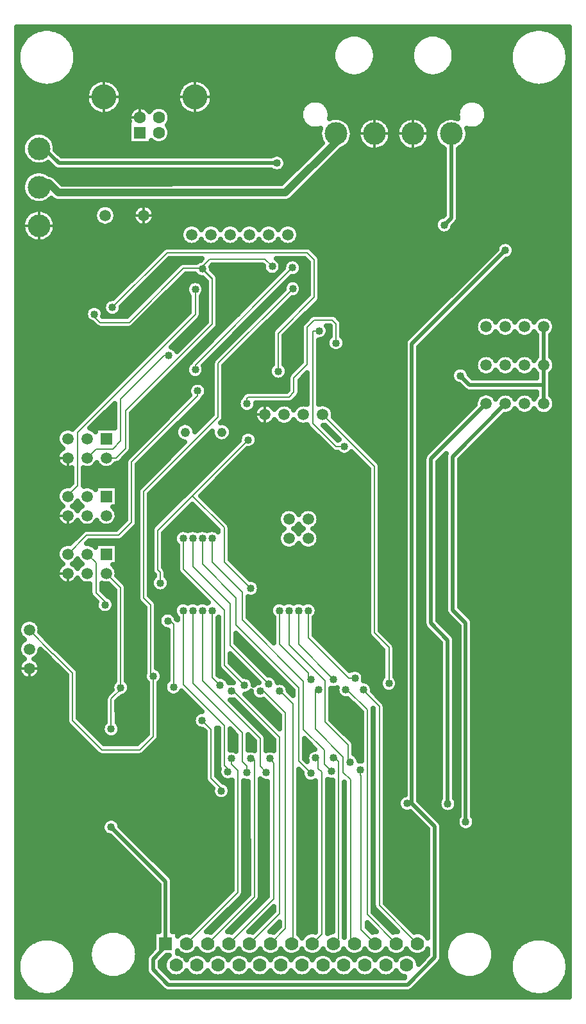
<source format=gbr>
G04 DipTrace 3.0.0.1*
G04 keyboard.Bottom.gbr*
%MOMM*%
G04 #@! TF.FileFunction,Copper,L2,Bot*
G04 #@! TF.Part,Single*
G04 #@! TA.AperFunction,Conductor*
%ADD14C,0.5*%
%ADD15C,0.2*%
%ADD16C,1.0*%
G04 #@! TA.AperFunction,CopperBalancing*
%ADD17C,0.635*%
%ADD18C,0.33*%
G04 #@! TA.AperFunction,ComponentPad*
%ADD30C,1.5*%
%ADD31R,1.5X1.5*%
%ADD32C,3.0*%
%ADD33C,1.778*%
%ADD34R,1.778X1.778*%
%ADD44R,1.6X1.6*%
%ADD45C,1.6*%
%ADD46C,3.3*%
%ADD47C,1.2192*%
G04 #@! TA.AperFunction,ViaPad*
%ADD48C,1.016*%
%FSLAX35Y35*%
G04*
G71*
G90*
G75*
G01*
G04 Bottom*
%LPD*%
X4539250Y12104500D2*
D14*
X1657250D1*
X1466750Y12295000D1*
X1396000D1*
X6842000Y12491873D2*
Y11382250D1*
X6746750Y11287000D1*
X2031000Y8215190D2*
D15*
X2149810Y8334000D1*
X2368000D1*
X2475500Y8441500D1*
Y8993000D1*
X3047000Y9564500D1*
X3110500D1*
X4190000Y4246373D2*
X4213627D1*
X4240000Y4220000D1*
Y2421983D1*
X3623423Y1805407D1*
X4444000Y4246373D2*
Y4236000D1*
X4492867Y4187133D1*
Y2397983D1*
X3900290Y1805407D1*
X5048000Y4254000D2*
X5083500D1*
Y4116500D1*
X5127933Y4072067D1*
Y1925617D1*
X5007723Y1805407D1*
X5288000Y4254000D2*
X5306000D1*
X5350207Y4209793D1*
Y1871023D1*
X5284590Y1805407D1*
X5635987Y4095950D2*
Y4032443D1*
X5651863Y4016567D1*
Y1991833D1*
X5838290Y1805407D1*
X5683500Y5156500D2*
X5670927D1*
X5890013Y4937413D1*
Y2307417D1*
X6392023Y1805407D1*
X5448000Y5154000D2*
X5466000D1*
X5731247Y4888753D1*
Y2189317D1*
X6115157Y1805407D1*
X5088000Y5154000D2*
X5048550D1*
Y4635450D1*
X5413713Y4270287D1*
Y4064197D1*
X5508973Y3968937D1*
Y1805407D1*
X5561423D1*
X3936000Y5135373D2*
X3964627D1*
X4572250Y4527750D1*
Y2200533D1*
X4177123Y1805407D1*
X3803500Y3820500D2*
Y3848593D1*
X3667280Y3984813D1*
Y4634450D1*
X3551750Y4749980D1*
X4317000Y5135373D2*
X4364627D1*
X4651633Y4848367D1*
Y2003050D1*
X4453990Y1805407D1*
X4571000Y5135373D2*
X4584627D1*
X4746893Y4973107D1*
Y1789370D1*
X4730857Y1805407D1*
X3459750Y9378750D2*
Y9437507D1*
X4745623Y10723380D1*
X2904987Y5333873D2*
X2873447D1*
Y6271053D1*
X2778187Y6366313D1*
Y7771750D1*
X3761907Y8755470D1*
Y9461630D1*
X4746893Y10446617D1*
X2904987Y5333873D2*
Y4540910D1*
X2727510Y4363433D1*
X2224923D1*
X1838510Y4749847D1*
Y5379433D1*
X1584510Y5633433D1*
X1579980D1*
X1269270Y5944143D1*
X5096180Y9890933D2*
X5016373D1*
Y8667627D1*
X5318000Y8366000D1*
X5429130D1*
X4142373Y8929567D2*
Y9000633D1*
X4159457Y9017717D1*
X4699263D1*
X4762770Y9081223D1*
Y9271270D1*
X4937413Y9445913D1*
Y9938563D1*
X5032673Y10033823D1*
X5269427D1*
X5318000Y9985250D1*
Y9731250D1*
X3069690Y1805407D2*
D14*
Y2620310D1*
X2348500Y3341500D1*
X3069690Y1805407D2*
Y1766690D1*
X2903500Y1600500D1*
Y1460500D1*
X3103500Y1260500D1*
X6263500D1*
X6623500Y1620500D1*
Y3352750D1*
X6320883Y3655367D1*
X6257000D1*
X6320883D2*
Y9718130D1*
X7556377Y10953623D1*
X4555740Y9357653D2*
D15*
Y9858547D1*
X5032673Y10335480D1*
Y10827657D1*
X4937413Y10922917D1*
X3088560D1*
X2364760Y10199117D1*
X3491500Y9097190D2*
Y9032457D1*
X2619420Y8160377D1*
Y7366543D1*
X2449377Y7196500D1*
X2028310D1*
X1777000Y6945190D1*
X6959750Y9299373D2*
D14*
X7082640Y9176483D1*
X8063500D1*
Y9437500D1*
Y9945500D2*
Y9437500D1*
Y8929500D1*
X4158823Y8452683D2*
D15*
Y8451823D1*
X3420973Y7713973D1*
X2963500Y7256500D1*
Y6736500D1*
X2998253Y6701747D1*
Y6562500D1*
X4191210Y6493327D2*
X3841290Y6843247D1*
Y7293657D1*
X3420973Y7713973D1*
X1777000Y7707190D2*
Y7723000D1*
X1904000Y7850000D1*
Y8548500D1*
X3459750Y10104250D1*
Y10437690D1*
X3936000Y4246373D2*
Y4176517D1*
X4020000Y4092517D1*
Y2478850D1*
X3346557Y1805407D1*
X3301000Y6199000D2*
X3303500D1*
Y5221810D1*
X3843500Y4681810D1*
Y4156500D1*
X3888920Y4111080D1*
Y4070723D1*
X3428000Y6199000D2*
Y5240200D1*
X4078877Y4589323D1*
Y4208283D1*
X4143580Y4143580D1*
Y4064197D1*
X3555000Y6199000D2*
Y5271967D1*
X4317000Y4509967D1*
Y4144803D1*
X4397607Y4064197D1*
X3555000Y7151500D2*
Y6812003D1*
X3999500Y6367503D1*
Y6008500D1*
X4826277Y5181723D1*
Y4212980D1*
X4984410Y4054847D1*
X3682000Y7151500D2*
Y6843770D1*
X4080073Y6445697D1*
Y6078427D1*
X4889783Y5268717D1*
Y4633717D1*
X5166000Y4357500D1*
Y4169020D1*
X5254947Y4080073D1*
X4698000Y6199000D2*
Y5748387D1*
X5175123Y5271263D1*
Y4729377D1*
X5477220Y4427280D1*
Y4226780D1*
X5503500Y4200500D1*
X3682000Y6199000D2*
Y5320000D1*
X3788000Y5214000D1*
X3301000Y7151500D2*
Y6748470D1*
X3841923Y6207547D1*
Y5480077D1*
X4108000Y5214000D1*
X3428000Y7151500D2*
Y6780237D1*
X3921307Y6286930D1*
Y5740693D1*
X4428000Y5234000D1*
X4571000Y6199000D2*
Y5754500D1*
X4952000Y5373500D1*
Y5319743D1*
X4985043Y5286700D1*
X4825000Y6199000D2*
Y5754500D1*
X5269500Y5310000D1*
Y5307760D1*
X5288000Y5289260D1*
X4952000Y6199000D2*
Y5843673D1*
X5486413Y5309260D1*
X5568000D1*
X1396000Y11787000D2*
D16*
Y11841000D1*
X1523873D1*
X1650873Y11714000D1*
X4649627D1*
X5349750Y12414123D1*
Y12460123D1*
X5318000Y12491873D1*
X6794377Y3651123D2*
D14*
Y5810123D1*
X6572710Y6031790D1*
Y8200710D1*
X7301500Y8929500D1*
X7032500Y3413000D2*
Y6033537D1*
X6858490Y6207547D1*
Y8232490D1*
X7555500Y8929500D1*
X2031000Y6945190D2*
D15*
X2036810D1*
X2148000Y6834000D1*
Y6434000D1*
X2268000Y6314000D1*
Y6276750D1*
X3174000Y5191440D2*
Y6018130D1*
X3095720Y6096410D1*
Y6064657D1*
X2475500Y5183000D2*
Y5212000D1*
X2496060Y5191440D1*
X2508283D1*
X2349517Y5032673D1*
Y4635757D1*
X2475500Y5212000D2*
Y6500690D1*
X2285000Y6691190D1*
X6017027Y5239070D2*
Y5714350D1*
X5825123Y5906253D1*
Y8103627D1*
X5142097Y8786653D1*
X3555000Y10707567D2*
Y10739317D1*
X3650250Y10834567D1*
X4380500D1*
X4475750Y10739317D1*
X2285000Y8215190D2*
X2413047D1*
X2539000Y8341143D1*
Y8834313D1*
X3683157Y9978470D1*
Y10494247D1*
Y10579410D1*
X3555000Y10707567D1*
X3683157Y10494247D2*
Y10573630D1*
X3540267Y10716520D1*
X3302117D1*
X2587667Y10002070D1*
X2206627D1*
X2096457Y10112240D1*
X2127127D1*
D48*
X3174000Y5191440D3*
X3095720Y6064657D3*
X2349517Y4635757D3*
X6017027Y5239070D3*
X4444000Y4246373D3*
X4190000D3*
X3936000D3*
X4571000Y5135373D3*
X4317000D3*
X3936000D3*
X5683500Y5156500D3*
X5448000Y5154000D3*
X5088000D3*
X5048000Y4254000D3*
X5288000D3*
X5635987Y4095950D3*
X3459750Y9378750D3*
X4745623Y10723380D3*
X3822880Y3386627D3*
X4122880D3*
X7556377Y10953623D3*
X6257000Y3655367D3*
X2348500Y3341500D3*
X3803500Y3820500D3*
X3551750Y4749980D3*
X4343497Y3386627D3*
X4142373Y8929567D3*
X5002880Y3386627D3*
X6001150Y3175103D3*
X5600000Y5520000D3*
X5905890Y5366083D3*
X6103500Y6182263D3*
X3110500Y9564500D3*
X5429130Y8366000D3*
X2998253Y6562500D3*
X6440000Y5951137D3*
X4191210Y6493327D3*
X4555740Y9357653D3*
X4158823Y8452683D3*
X2268000Y6276750D3*
X2904987Y5333873D3*
X3459750Y10437690D3*
X2475500Y5183000D3*
X4746893Y10446617D3*
X3788000Y5214000D3*
X4108000D3*
X4428000Y5234000D3*
X4985043Y5286700D3*
X5288000Y5289260D3*
X5568000Y5309260D3*
X3888920Y4070723D3*
X4143580Y4064197D3*
X4397607D3*
X4984410Y4054847D3*
X5254947Y4080073D3*
X5503500Y4200500D3*
X3301000Y6199000D3*
X3428000D3*
X3555000D3*
X3682000D3*
X4571000D3*
X4698000D3*
X4825000D3*
X4952000D3*
X3301000Y7151500D3*
X3428000D3*
X3555000D3*
X3682000D3*
X5411753Y8960000D3*
X4889783Y9128853D3*
X5548000Y7934000D3*
X4828000Y8114000D3*
X3928000Y7594000D3*
X3388000Y7874000D3*
X5206000Y6103750D3*
X4348000Y6114000D3*
X4444000Y7151500D3*
X4000000Y7260000D3*
X6959750Y9299373D3*
X3491500Y9097190D3*
X3809877Y3143123D3*
X2127127Y10112240D3*
X4127377Y3143123D3*
X4349617D3*
X6794377Y3651123D3*
X8248000Y12934000D3*
X7365877Y12412500D3*
X4948000Y12426000D3*
X3745500Y12422000D3*
X3364500Y12215623D3*
X2508000Y12260000D3*
X3268000Y11320000D3*
X3810170Y11335710D3*
X2648000Y10934000D3*
X1840500Y11025000D3*
X1468000Y12774000D3*
X1396000Y5056000D3*
Y10009000D3*
X7032500Y3413000D3*
X7191900Y4699263D3*
X2619420Y6382190D3*
X2748617Y5854000D3*
X1408000Y7914000D3*
Y7154000D3*
X1388000Y6321000D3*
X6032377Y11255250D3*
X1399750Y3974000D3*
Y3294000D3*
X7858000Y10540873D3*
X6778500Y10747250D3*
X5270377Y10398000D3*
X6699127Y11477500D3*
X6683250Y11874373D3*
X1904000Y3976500D3*
X5302127Y11842623D3*
X6460130Y4770250D3*
X3206623Y9175623D3*
X6746750Y11287000D3*
X3729627Y10707567D3*
X3555000D3*
X4475750Y10739317D3*
X5096180Y9890933D3*
X1317533Y2060747D3*
X2364760Y10199117D3*
X4539250Y12104500D3*
X5318000Y9731250D3*
X1104163Y13839083D2*
D17*
X1317557D1*
X1682483D2*
X7817500D1*
X8182427D2*
X8395947D1*
X1104163Y13775917D2*
X1229377D1*
X1770663D2*
X5421120D1*
X5694890D2*
X6461057D1*
X6734950D2*
X7729320D1*
X8270607D2*
X8395947D1*
X1104163Y13712750D2*
X1176293D1*
X1823747D2*
X5340380D1*
X5775630D2*
X6380317D1*
X6815690D2*
X7676240D1*
X8323690D2*
X8395947D1*
X1104163Y13649583D2*
X1142137D1*
X1857977D2*
X5298090D1*
X5817920D2*
X6338150D1*
X6857857D2*
X7642007D1*
X8357920D2*
X8395947D1*
X1878563Y13586417D2*
X5276137D1*
X5839873D2*
X6316197D1*
X6879810D2*
X7621420D1*
X1887743Y13523250D2*
X5269563D1*
X5846447D2*
X6309623D1*
X6886383D2*
X7612243D1*
X1886377Y13460083D2*
X5277377D1*
X5838633D2*
X6317313D1*
X6878693D2*
X7613607D1*
X1104163Y13396917D2*
X1125783D1*
X1874223D2*
X5300817D1*
X5815193D2*
X6340753D1*
X6855253D2*
X7625760D1*
X8374293D2*
X8395947D1*
X1104163Y13333750D2*
X1149573D1*
X1850410D2*
X5345093D1*
X5770917D2*
X6385153D1*
X6810853D2*
X7649573D1*
X8350357D2*
X8395947D1*
X1104163Y13270583D2*
X1188077D1*
X1811840D2*
X5431663D1*
X5684347D2*
X6471600D1*
X6724283D2*
X7688143D1*
X8311907D2*
X8395947D1*
X1104163Y13207417D2*
X1247980D1*
X1752060D2*
X2220943D1*
X2284120D2*
X3424963D1*
X3488017D2*
X7747923D1*
X8252130D2*
X8395947D1*
X1104163Y13144250D2*
X1354267D1*
X1645773D2*
X2085510D1*
X2419553D2*
X3289530D1*
X3623573D2*
X7854213D1*
X8145717D2*
X8395947D1*
X1104163Y13081083D2*
X2038753D1*
X2466310D2*
X3242773D1*
X3670207D2*
X8395947D1*
X1104163Y13017917D2*
X2017547D1*
X2487397D2*
X3221563D1*
X3691413D2*
X8395947D1*
X1104163Y12954750D2*
X2014940D1*
X2490123D2*
X3218837D1*
X3694143D2*
X8395947D1*
X1104163Y12891583D2*
X2029947D1*
X2475117D2*
X3233967D1*
X3679013D2*
X4910143D1*
X5179820D2*
X6980093D1*
X7249897D2*
X8395947D1*
X1104163Y12828417D2*
X2067153D1*
X2437787D2*
X2642003D1*
X2817050D2*
X2892033D1*
X3066957D2*
X3271173D1*
X3641807D2*
X4862767D1*
X5227197D2*
X6932717D1*
X7297273D2*
X8395947D1*
X1104163Y12765250D2*
X2149507D1*
X2355433D2*
X2588550D1*
X3120537D2*
X3353527D1*
X3559453D2*
X4845280D1*
X5244683D2*
X6915353D1*
X7314637D2*
X8395947D1*
X1104163Y12702083D2*
X2575900D1*
X3133060D2*
X4849373D1*
X5379373D2*
X5764667D1*
X5887373D2*
X6272667D1*
X6395373D2*
X6780667D1*
X7310667D2*
X8395947D1*
X1104163Y12638917D2*
X2575900D1*
X3117187D2*
X4876410D1*
X5484297D2*
X5659617D1*
X5992297D2*
X6167617D1*
X6500297D2*
X6675617D1*
X7283507D2*
X8395947D1*
X1104163Y12575750D2*
X2575900D1*
X3115327D2*
X4944747D1*
X5524853D2*
X5619187D1*
X6032853D2*
X6127187D1*
X6540853D2*
X6635187D1*
X7215170D2*
X8395947D1*
X1104163Y12512583D2*
X2575900D1*
X3132937D2*
X5095310D1*
X5540603D2*
X5603310D1*
X6048603D2*
X6111310D1*
X6556603D2*
X6619310D1*
X7064603D2*
X8395947D1*
X1104163Y12449417D2*
X1236817D1*
X1555237D2*
X2575900D1*
X3122023D2*
X5098537D1*
X5537503D2*
X5606537D1*
X6045503D2*
X6114537D1*
X6553503D2*
X6622537D1*
X7061503D2*
X8395947D1*
X1104163Y12386250D2*
X1192417D1*
X1599510D2*
X2575900D1*
X3072290D2*
X5121727D1*
X5514187D2*
X5629727D1*
X6022187D2*
X6137727D1*
X6530187D2*
X6645727D1*
X7038187D2*
X8395947D1*
X1104163Y12323083D2*
X1174187D1*
X1617867D2*
X5086503D1*
X5461230D2*
X5682810D1*
X5969230D2*
X6190810D1*
X6477230D2*
X6698810D1*
X6985230D2*
X8395947D1*
X1104163Y12259917D2*
X1175177D1*
X1638703D2*
X5023377D1*
X5367717D2*
X6743333D1*
X6940580D2*
X8395947D1*
X1104163Y12196750D2*
X1195890D1*
X4619357D2*
X4960127D1*
X5304587D2*
X6743333D1*
X6940580D2*
X8395947D1*
X1104163Y12133583D2*
X1244133D1*
X4660037D2*
X4896997D1*
X5241460D2*
X6743333D1*
X6940580D2*
X8395947D1*
X1104163Y12070417D2*
X1554440D1*
X4658673D2*
X4833870D1*
X5178207D2*
X6743333D1*
X6940580D2*
X8395947D1*
X1104163Y12007250D2*
X4465893D1*
X4612537D2*
X4770617D1*
X5115080D2*
X6743333D1*
X6940580D2*
X8395947D1*
X1104163Y11944083D2*
X1239547D1*
X1586117D2*
X4707490D1*
X5051953D2*
X6743333D1*
X6940580D2*
X8395947D1*
X1104163Y11880917D2*
X1193657D1*
X1656190D2*
X4644360D1*
X4988823D2*
X6743333D1*
X6940580D2*
X8395947D1*
X1104163Y11817750D2*
X1174557D1*
X4925573D2*
X6743333D1*
X6940580D2*
X8395947D1*
X1104163Y11754583D2*
X1174807D1*
X4862443D2*
X6743333D1*
X6940580D2*
X8395947D1*
X1104163Y11691417D2*
X1194527D1*
X4799317D2*
X6743333D1*
X6940580D2*
X8395947D1*
X1104163Y11628250D2*
X1241283D1*
X4735940D2*
X6743333D1*
X6940580D2*
X8395947D1*
X1104163Y11565083D2*
X6743333D1*
X6940580D2*
X8395947D1*
X1104163Y11501917D2*
X2151740D1*
X2388177D2*
X2659740D1*
X2896177D2*
X6743333D1*
X6940580D2*
X8395947D1*
X1104163Y11438750D2*
X1242400D1*
X1549653D2*
X2123587D1*
X2416453D2*
X2631587D1*
X2924453D2*
X6743333D1*
X6940580D2*
X8395947D1*
X1104163Y11375583D2*
X1195020D1*
X1597030D2*
X2126687D1*
X2413353D2*
X2634687D1*
X2921353D2*
X6662347D1*
X6940457D2*
X8395947D1*
X1104163Y11312417D2*
X1174930D1*
X1617000D2*
X2164017D1*
X2376023D2*
X2672017D1*
X2884023D2*
X6625017D1*
X6909080D2*
X8395947D1*
X1104163Y11249250D2*
X1174433D1*
X1617620D2*
X3295853D1*
X3530183D2*
X3549880D1*
X3784183D2*
X3803880D1*
X4038183D2*
X4057880D1*
X4292183D2*
X4311880D1*
X4546183D2*
X4565880D1*
X4800183D2*
X6628490D1*
X6865050D2*
X8395947D1*
X1104163Y11186083D2*
X1193287D1*
X1598767D2*
X3266833D1*
X4829207D2*
X6679090D1*
X6814450D2*
X8395947D1*
X1104163Y11122917D2*
X1238430D1*
X1553500D2*
X3269313D1*
X4826727D2*
X8395947D1*
X1104163Y11059750D2*
X3305653D1*
X3520387D2*
X3559787D1*
X3774387D2*
X3813787D1*
X4028387D2*
X4067787D1*
X4282387D2*
X4321787D1*
X4536387D2*
X4575787D1*
X4790387D2*
X7498263D1*
X7614523D2*
X8395947D1*
X1104163Y10996583D2*
X3058847D1*
X4967120D2*
X7439973D1*
X7672690D2*
X8395947D1*
X1104163Y10933417D2*
X2983440D1*
X5042527D2*
X7399293D1*
X7679017D2*
X8395947D1*
X1104163Y10870250D2*
X2920187D1*
X5103547D2*
X7336167D1*
X7646400D2*
X8395947D1*
X1104163Y10807083D2*
X2857060D1*
X3088413D2*
X3485113D1*
X4578803D2*
X4656020D1*
X4835283D2*
X4937553D1*
X5116320D2*
X7272913D1*
X7546683D2*
X8395947D1*
X1104163Y10743917D2*
X2793933D1*
X3025160D2*
X3213877D1*
X3675293D2*
X4351417D1*
X4600133D2*
X4622923D1*
X4868273D2*
X4949087D1*
X5116320D2*
X7209787D1*
X7483557D2*
X8395947D1*
X1104163Y10680750D2*
X2730680D1*
X2962033D2*
X3150747D1*
X3697493D2*
X4366797D1*
X4862073D2*
X4949087D1*
X5116320D2*
X7146657D1*
X7420427D2*
X8395947D1*
X1104163Y10617583D2*
X2667553D1*
X2898907D2*
X3087497D1*
X3318850D2*
X3472217D1*
X3756650D2*
X4524183D1*
X4804400D2*
X4949087D1*
X5116320D2*
X7083530D1*
X7357177D2*
X8395947D1*
X1104163Y10554417D2*
X2604423D1*
X2835653D2*
X3024367D1*
X3255720D2*
X3435503D1*
X3483970D2*
X3586690D1*
X3766820D2*
X4461053D1*
X4801423D2*
X4949087D1*
X5116320D2*
X7020280D1*
X7294047D2*
X8395947D1*
X1104163Y10491250D2*
X2541297D1*
X2772527D2*
X2961240D1*
X3192470D2*
X3348193D1*
X3571360D2*
X3599570D1*
X3766820D2*
X4397803D1*
X4862567D2*
X4949087D1*
X5116320D2*
X6957150D1*
X7230920D2*
X8395947D1*
X1104163Y10428083D2*
X2478043D1*
X2709397D2*
X2897987D1*
X3129340D2*
X3335667D1*
X3766820D2*
X4334673D1*
X4566027D2*
X4612607D1*
X4869887D2*
X4949087D1*
X5116320D2*
X6894023D1*
X7167667D2*
X8395947D1*
X1104163Y10364917D2*
X2414917D1*
X2646270D2*
X2834860D1*
X3066213D2*
X3360347D1*
X3559083D2*
X3599547D1*
X3766820D2*
X4271547D1*
X4502777D2*
X4549603D1*
X4838507D2*
X4946483D1*
X5116320D2*
X6830770D1*
X7104540D2*
X8395947D1*
X1104163Y10301750D2*
X2299947D1*
X2583017D2*
X2771730D1*
X3002960D2*
X3376097D1*
X3543330D2*
X3599463D1*
X3766820D2*
X4208297D1*
X4439650D2*
X4486360D1*
X4717710D2*
X4883230D1*
X5108507D2*
X6767643D1*
X7041413D2*
X8395947D1*
X1104163Y10238583D2*
X2247113D1*
X2519890D2*
X2708480D1*
X2939833D2*
X3376097D1*
X3543330D2*
X3599463D1*
X3766820D2*
X4145167D1*
X4376520D2*
X4423113D1*
X4654457D2*
X4820103D1*
X5051457D2*
X6704513D1*
X6978160D2*
X8395947D1*
X1104163Y10175417D2*
X2021017D1*
X2486777D2*
X2645350D1*
X2876703D2*
X3376097D1*
X3543330D2*
X3599463D1*
X3766820D2*
X4082040D1*
X4313270D2*
X4360100D1*
X4591330D2*
X4756973D1*
X4988203D2*
X6641263D1*
X6915033D2*
X8395947D1*
X1104163Y10112250D2*
X2002663D1*
X2251627D2*
X2278433D1*
X2451057D2*
X2582223D1*
X2813453D2*
X3352037D1*
X3543330D2*
X3599463D1*
X3766820D2*
X4018787D1*
X4250140D2*
X4296847D1*
X4528200D2*
X4693847D1*
X4925077D2*
X6578133D1*
X6851903D2*
X8395947D1*
X1104163Y10049083D2*
X2021017D1*
X2750327D2*
X3288910D1*
X3520263D2*
X3599463D1*
X3766820D2*
X3955660D1*
X4187013D2*
X4233590D1*
X4465073D2*
X4630593D1*
X4861947D2*
X4932220D1*
X5369823D2*
X6515007D1*
X6788653D2*
X7197633D1*
X7405420D2*
X7451633D1*
X7659420D2*
X7705633D1*
X7913420D2*
X7959633D1*
X8167420D2*
X8395947D1*
X1104163Y9985917D2*
X2107090D1*
X2687197D2*
X3225780D1*
X3457010D2*
X3574907D1*
X3766820D2*
X3892530D1*
X4123760D2*
X4170563D1*
X4401820D2*
X4567467D1*
X4798820D2*
X4869960D1*
X5401697D2*
X6451753D1*
X6725523D2*
X7158690D1*
X8206240D2*
X8395947D1*
X1104163Y9922750D2*
X3162653D1*
X3393883D2*
X3511780D1*
X3743133D2*
X3829280D1*
X4060633D2*
X4107300D1*
X4338693D2*
X4504340D1*
X4735567D2*
X4853713D1*
X5401697D2*
X6388627D1*
X6662397D2*
X7154720D1*
X8210333D2*
X8395947D1*
X1104163Y9859583D2*
X3099400D1*
X3330753D2*
X3448650D1*
X3679880D2*
X3766150D1*
X3997503D2*
X4044213D1*
X4275567D2*
X4472093D1*
X4672440D2*
X4853713D1*
X5401697D2*
X6325500D1*
X6599143D2*
X7181757D1*
X8183297D2*
X8395947D1*
X1104163Y9796417D2*
X3036273D1*
X3267627D2*
X3385400D1*
X3616753D2*
X3703023D1*
X3934253D2*
X3981083D1*
X4212313D2*
X4472093D1*
X4639327D2*
X4853713D1*
X5173370D2*
X5213100D1*
X5422783D2*
X6262247D1*
X6536017D2*
X7964840D1*
X8162087D2*
X8395947D1*
X1104163Y9733250D2*
X2973147D1*
X3204373D2*
X3322270D1*
X3553623D2*
X3639897D1*
X3871123D2*
X3917833D1*
X4149187D2*
X4472093D1*
X4639327D2*
X4853713D1*
X5100073D2*
X5193537D1*
X5442377D2*
X6223553D1*
X6472890D2*
X7964840D1*
X8162087D2*
X8395947D1*
X1104163Y9670083D2*
X2909893D1*
X3169773D2*
X3259143D1*
X3490373D2*
X3576643D1*
X3807997D2*
X3854703D1*
X4086057D2*
X4472093D1*
X4639327D2*
X4853713D1*
X5100073D2*
X5210653D1*
X5425387D2*
X6222187D1*
X6419560D2*
X7964840D1*
X8162087D2*
X8395947D1*
X1104163Y9606917D2*
X2846767D1*
X3427247D2*
X3513517D1*
X3744870D2*
X3791577D1*
X4022807D2*
X4472093D1*
X4639327D2*
X4853713D1*
X5100073D2*
X6222187D1*
X6419560D2*
X7964840D1*
X8162087D2*
X8395947D1*
X1104163Y9543750D2*
X2783637D1*
X3364117D2*
X3450387D1*
X3681617D2*
X3728323D1*
X3959677D2*
X4472093D1*
X4639327D2*
X4853713D1*
X5100073D2*
X6222187D1*
X6419560D2*
X7200483D1*
X7402443D2*
X7454483D1*
X7656443D2*
X7708483D1*
X7910443D2*
X7962483D1*
X8164443D2*
X8395947D1*
X1104163Y9480583D2*
X2720387D1*
X3300867D2*
X3389243D1*
X3618490D2*
X3680577D1*
X3896550D2*
X4472093D1*
X4639327D2*
X4853713D1*
X5100073D2*
X6222187D1*
X6419560D2*
X7159557D1*
X8205497D2*
X8395947D1*
X1104163Y9417417D2*
X2657257D1*
X3237737D2*
X3341867D1*
X3577687D2*
X3678220D1*
X3845577D2*
X4447537D1*
X4663883D2*
X4793313D1*
X5100073D2*
X6222187D1*
X6419560D2*
X7154223D1*
X8210703D2*
X8395947D1*
X1104163Y9354250D2*
X2594130D1*
X3174610D2*
X3337900D1*
X3581653D2*
X3678220D1*
X3845577D2*
X4431290D1*
X4680130D2*
X4730060D1*
X5100073D2*
X6222187D1*
X6419560D2*
X6848877D1*
X7070680D2*
X7179773D1*
X8185280D2*
X8395947D1*
X1104163Y9291083D2*
X2530877D1*
X3111480D2*
X3374237D1*
X3545190D2*
X3678220D1*
X3845577D2*
X4451877D1*
X4659667D2*
X4681693D1*
X4898287D2*
X4932687D1*
X5100073D2*
X6222187D1*
X6419560D2*
X6835607D1*
X7104913D2*
X7964840D1*
X8162087D2*
X8395947D1*
X1104163Y9227917D2*
X2467750D1*
X3048230D2*
X3678220D1*
X3845577D2*
X4679087D1*
X4846447D2*
X4932717D1*
X5100073D2*
X6222187D1*
X6419560D2*
X6859420D1*
X8162087D2*
X8395947D1*
X1104163Y9164750D2*
X2404623D1*
X2985100D2*
X3388253D1*
X3594677D2*
X3678220D1*
X3845577D2*
X4679087D1*
X4846447D2*
X4932717D1*
X5100073D2*
X6222187D1*
X6419560D2*
X6957523D1*
X8162087D2*
X8395947D1*
X1104163Y9101583D2*
X2341370D1*
X2921973D2*
X3367167D1*
X3615883D2*
X3678220D1*
X3845577D2*
X4667430D1*
X4846447D2*
X4932717D1*
X5100073D2*
X6222187D1*
X6419560D2*
X7022387D1*
X8162087D2*
X8395947D1*
X1104163Y9038417D2*
X2278243D1*
X2858720D2*
X3381803D1*
X3600257D2*
X3678220D1*
X3845577D2*
X4068643D1*
X4833423D2*
X4932717D1*
X5100073D2*
X6222187D1*
X6419560D2*
X7203587D1*
X7399467D2*
X7457587D1*
X7653467D2*
X7711587D1*
X7907467D2*
X7964840D1*
X8162087D2*
X8395947D1*
X1104163Y8975250D2*
X2215113D1*
X2795593D2*
X3318673D1*
X3549903D2*
X3678220D1*
X3845577D2*
X4027097D1*
X4772403D2*
X4932717D1*
X5100073D2*
X6222187D1*
X6419560D2*
X7160423D1*
X8204627D2*
X8395947D1*
X1104163Y8912083D2*
X2151987D1*
X2732467D2*
X3255423D1*
X3486777D2*
X3678220D1*
X3845577D2*
X4019283D1*
X4265520D2*
X4306520D1*
X4453663D2*
X4560520D1*
X4707663D2*
X4814520D1*
X5215663D2*
X6222187D1*
X6419560D2*
X7147153D1*
X8211077D2*
X8395947D1*
X1104163Y8848917D2*
X2088733D1*
X2320087D2*
X2391847D1*
X2669213D2*
X3192297D1*
X3423650D2*
X3678220D1*
X3845577D2*
X4049793D1*
X5276433D2*
X6222187D1*
X6419560D2*
X7084027D1*
X8187140D2*
X8395947D1*
X1104163Y8785750D2*
X2025607D1*
X2256960D2*
X2391847D1*
X2622580D2*
X3129167D1*
X3360397D2*
X3676483D1*
X3845577D2*
X4231487D1*
X5290697D2*
X6222187D1*
X6419560D2*
X7020900D1*
X7548667D2*
X8395947D1*
X1104163Y8722583D2*
X1962480D1*
X2193707D2*
X2391847D1*
X2622580D2*
X3065917D1*
X3297270D2*
X3613353D1*
X3838260D2*
X4246743D1*
X5321827D2*
X6222187D1*
X6419560D2*
X6957770D1*
X7485417D2*
X8395947D1*
X1104163Y8659417D2*
X1899227D1*
X2130580D2*
X2391847D1*
X2622580D2*
X3002787D1*
X3407400D2*
X3550227D1*
X3889977D2*
X4309993D1*
X4450190D2*
X4563993D1*
X4704190D2*
X4817993D1*
X5384953D2*
X6222187D1*
X6419560D2*
X6894520D1*
X7422287D2*
X8395947D1*
X1104163Y8596250D2*
X1706617D1*
X2101433D2*
X2136293D1*
X2622580D2*
X2939660D1*
X3170890D2*
X3200583D1*
X3455400D2*
X3486927D1*
X3938097D2*
X4972157D1*
X5448207D2*
X6222187D1*
X6419560D2*
X6831390D1*
X7359160D2*
X8395947D1*
X1104163Y8533083D2*
X1643490D1*
X2622580D2*
X2876530D1*
X3107760D2*
X3195147D1*
X3655200D2*
X3677810D1*
X3943430D2*
X4066040D1*
X4251630D2*
X5035283D1*
X5511333D2*
X6222187D1*
X6419560D2*
X6768263D1*
X7295907D2*
X8395947D1*
X1104163Y8469917D2*
X1628360D1*
X2622580D2*
X2813280D1*
X3044633D2*
X3224790D1*
X3591947D2*
X3707363D1*
X3913790D2*
X4035653D1*
X4282013D2*
X5098410D1*
X5574463D2*
X6222187D1*
X6419560D2*
X6705010D1*
X7232780D2*
X8395947D1*
X1104163Y8406750D2*
X1642747D1*
X2622580D2*
X2750150D1*
X2981503D2*
X3297590D1*
X3528820D2*
X3998077D1*
X4273953D2*
X5161540D1*
X5637713D2*
X6222187D1*
X6419560D2*
X6641883D1*
X7169653D2*
X8395947D1*
X1104163Y8343583D2*
X1703767D1*
X2622580D2*
X2687023D1*
X2918253D2*
X3234340D1*
X3465693D2*
X3934947D1*
X4210330D2*
X5224790D1*
X5700843D2*
X6222187D1*
X6419560D2*
X6578753D1*
X7106400D2*
X8395947D1*
X1104163Y8280417D2*
X1644233D1*
X2593930D2*
X2623770D1*
X2855123D2*
X3171210D1*
X3402563D2*
X3871820D1*
X4103050D2*
X5341373D1*
X5763970D2*
X6222187D1*
X6419560D2*
X6515503D1*
X7043273D2*
X8395947D1*
X1104163Y8217250D2*
X1628360D1*
X2530803D2*
X2560643D1*
X2791997D2*
X3108083D1*
X3339313D2*
X3808567D1*
X4039920D2*
X5595870D1*
X5827100D2*
X6222187D1*
X6419560D2*
X6475567D1*
X6726143D2*
X6759947D1*
X6980143D2*
X8395947D1*
X1104163Y8154083D2*
X1642127D1*
X2466683D2*
X2535840D1*
X2728747D2*
X3044830D1*
X3276183D2*
X3745440D1*
X3976793D2*
X5658997D1*
X5889980D2*
X6222187D1*
X6419560D2*
X6474080D1*
X6671327D2*
X6759830D1*
X6957077D2*
X8395947D1*
X1104163Y8090917D2*
X1701410D1*
X2106643D2*
X2209410D1*
X2360643D2*
X2535840D1*
X2703073D2*
X2981703D1*
X3213057D2*
X3682310D1*
X3913540D2*
X5722127D1*
X5908707D2*
X6222187D1*
X6419560D2*
X6474080D1*
X6671327D2*
X6759830D1*
X6957077D2*
X8395947D1*
X1104163Y8027750D2*
X1820347D1*
X1987580D2*
X2535840D1*
X2703073D2*
X2918577D1*
X3149803D2*
X3619060D1*
X3850413D2*
X5741473D1*
X5908707D2*
X6222187D1*
X6419560D2*
X6474080D1*
X6671327D2*
X6759830D1*
X6957077D2*
X8395947D1*
X1104163Y7964583D2*
X1820347D1*
X1987580D2*
X2535840D1*
X2703073D2*
X2855323D1*
X3086677D2*
X3555933D1*
X3787287D2*
X5741473D1*
X5908707D2*
X6222187D1*
X6419560D2*
X6474080D1*
X6671327D2*
X6759830D1*
X6957077D2*
X8395947D1*
X1104163Y7901417D2*
X1820347D1*
X1987580D2*
X2535840D1*
X2703073D2*
X2792197D1*
X3023550D2*
X3492803D1*
X3724033D2*
X5741473D1*
X5908707D2*
X6222187D1*
X6419560D2*
X6474080D1*
X6671327D2*
X6759830D1*
X6957077D2*
X8395947D1*
X1104163Y7838250D2*
X1715300D1*
X2092753D2*
X2136263D1*
X2433693D2*
X2535840D1*
X2703073D2*
X2729087D1*
X2960297D2*
X3429553D1*
X3660907D2*
X5741473D1*
X5908707D2*
X6222187D1*
X6419560D2*
X6474080D1*
X6671327D2*
X6759830D1*
X6957077D2*
X8395947D1*
X1104163Y7775083D2*
X1645600D1*
X2433693D2*
X2535840D1*
X2897170D2*
X3366423D1*
X3597777D2*
X5741473D1*
X5908707D2*
X6222187D1*
X6419560D2*
X6474080D1*
X6671327D2*
X6759830D1*
X6957077D2*
X8395947D1*
X1104163Y7711917D2*
X1628483D1*
X2433693D2*
X2535840D1*
X2861823D2*
X3303297D1*
X3538743D2*
X5741473D1*
X5908707D2*
X6222187D1*
X6419560D2*
X6474080D1*
X6671327D2*
X6759830D1*
X6957077D2*
X8395947D1*
X1104163Y7648750D2*
X1640887D1*
X2433693D2*
X2535840D1*
X2861823D2*
X3240043D1*
X3601870D2*
X5741473D1*
X5908707D2*
X6222187D1*
X6419560D2*
X6474080D1*
X6671327D2*
X6759830D1*
X6957077D2*
X8395947D1*
X1104163Y7585583D2*
X1696820D1*
X1857233D2*
X1950820D1*
X2433693D2*
X2535840D1*
X2861823D2*
X3176917D1*
X3408270D2*
X3433730D1*
X3664997D2*
X5741473D1*
X5908707D2*
X6222187D1*
X6419560D2*
X6474080D1*
X6671327D2*
X6759830D1*
X6957077D2*
X8395947D1*
X1104163Y7522417D2*
X1646343D1*
X2415710D2*
X2535840D1*
X2861823D2*
X3113787D1*
X3345017D2*
X3496897D1*
X3728127D2*
X4610503D1*
X4785427D2*
X4864503D1*
X5039427D2*
X5741473D1*
X5908707D2*
X6222187D1*
X6419560D2*
X6474080D1*
X6671327D2*
X6759830D1*
X6957077D2*
X8395947D1*
X1104163Y7459250D2*
X1628483D1*
X2433570D2*
X2535840D1*
X2861823D2*
X3050537D1*
X3281890D2*
X3560023D1*
X3791377D2*
X4559900D1*
X5090150D2*
X5741473D1*
X5908707D2*
X6222187D1*
X6419560D2*
X6474080D1*
X6671327D2*
X6759830D1*
X6957077D2*
X8395947D1*
X1104163Y7396083D2*
X1640267D1*
X2421663D2*
X2533360D1*
X2861823D2*
X2987407D1*
X3218760D2*
X3623153D1*
X3854507D2*
X4549730D1*
X5100320D2*
X5741473D1*
X5908707D2*
X6222187D1*
X6419560D2*
X6474080D1*
X6671327D2*
X6759830D1*
X6957077D2*
X8395947D1*
X1104163Y7332917D2*
X1694587D1*
X1859340D2*
X1948587D1*
X2113340D2*
X2202587D1*
X2367340D2*
X2470107D1*
X2861823D2*
X2924280D1*
X3155510D2*
X3686403D1*
X3914160D2*
X4569203D1*
X5080727D2*
X5741473D1*
X5908707D2*
X6222187D1*
X6419560D2*
X6474080D1*
X6671327D2*
X6759830D1*
X6957077D2*
X8395947D1*
X1104163Y7269750D2*
X1997330D1*
X2638333D2*
X2694590D1*
X2861823D2*
X2880927D1*
X3092383D2*
X3749533D1*
X3924950D2*
X4612487D1*
X4783440D2*
X4866487D1*
X5037440D2*
X5741473D1*
X5908707D2*
X6222187D1*
X6419560D2*
X6474080D1*
X6671327D2*
X6759830D1*
X6957077D2*
X8395947D1*
X1104163Y7206583D2*
X1922790D1*
X2575080D2*
X2694590D1*
X3047113D2*
X3190187D1*
X3924950D2*
X4560397D1*
X5089530D2*
X5741473D1*
X5908707D2*
X6222187D1*
X6419560D2*
X6474080D1*
X6671327D2*
X6759830D1*
X6957077D2*
X8395947D1*
X1104163Y7143417D2*
X1859540D1*
X2511953D2*
X2694590D1*
X3047113D2*
X3176793D1*
X3924950D2*
X4549607D1*
X5100447D2*
X5741473D1*
X5908707D2*
X6222187D1*
X6419560D2*
X6474080D1*
X6671327D2*
X6759830D1*
X6957077D2*
X8395947D1*
X1104163Y7080250D2*
X1725843D1*
X2082087D2*
X2136360D1*
X2433693D2*
X2694590D1*
X3047113D2*
X3200480D1*
X3924950D2*
X4568460D1*
X5081470D2*
X5741473D1*
X5908707D2*
X6222187D1*
X6419560D2*
X6474080D1*
X6671327D2*
X6759830D1*
X6957077D2*
X8395947D1*
X1104163Y7017083D2*
X1647830D1*
X2433693D2*
X2694590D1*
X3047113D2*
X3217347D1*
X3924950D2*
X4644980D1*
X4751070D2*
X4898980D1*
X5005070D2*
X5741473D1*
X5908707D2*
X6222187D1*
X6419560D2*
X6474080D1*
X6671327D2*
X6759830D1*
X6957077D2*
X8395947D1*
X1104163Y6953917D2*
X1628607D1*
X2433693D2*
X2694590D1*
X3047113D2*
X3217347D1*
X3924950D2*
X5741473D1*
X5908707D2*
X6222187D1*
X6419560D2*
X6474080D1*
X6671327D2*
X6759830D1*
X6957077D2*
X8395947D1*
X1104163Y6890750D2*
X1639150D1*
X2433693D2*
X2694590D1*
X3047113D2*
X3217347D1*
X3924950D2*
X5741473D1*
X5908707D2*
X6222187D1*
X6419560D2*
X6474080D1*
X6671327D2*
X6759830D1*
X6957077D2*
X8395947D1*
X1104163Y6827583D2*
X1690497D1*
X1863433D2*
X1944497D1*
X2433693D2*
X2694590D1*
X3047113D2*
X3217347D1*
X3972577D2*
X5741473D1*
X5908707D2*
X6222187D1*
X6419560D2*
X6474080D1*
X6671327D2*
X6759830D1*
X6957077D2*
X8395947D1*
X1104163Y6764417D2*
X1648700D1*
X2413353D2*
X2694590D1*
X3051207D2*
X3217347D1*
X4035827D2*
X5741473D1*
X5908707D2*
X6222187D1*
X6419560D2*
X6474080D1*
X6671327D2*
X6759830D1*
X6957077D2*
X8395947D1*
X1104163Y6701250D2*
X1628730D1*
X2433320D2*
X2694590D1*
X2861823D2*
X2888447D1*
X3081840D2*
X3233470D1*
X4098957D2*
X5741473D1*
X5908707D2*
X6222187D1*
X6419560D2*
X6474080D1*
X6671327D2*
X6759830D1*
X6957077D2*
X8395947D1*
X1104163Y6638083D2*
X1638653D1*
X2453787D2*
X2694590D1*
X2861823D2*
X2901213D1*
X3095357D2*
X3295730D1*
X4162083D2*
X5741473D1*
X5908707D2*
X6222187D1*
X6419560D2*
X6474080D1*
X6671327D2*
X6759830D1*
X6957077D2*
X8395947D1*
X1104163Y6574917D2*
X1688633D1*
X1865417D2*
X1942633D1*
X2516913D2*
X2694590D1*
X3122023D2*
X3358860D1*
X4282883D2*
X5741473D1*
X5908707D2*
X6222187D1*
X6419560D2*
X6474080D1*
X6671327D2*
X6759830D1*
X6957077D2*
X8395947D1*
X1104163Y6511750D2*
X2064303D1*
X2231660D2*
X2348810D1*
X2558337D2*
X2694590D1*
X2861823D2*
X2885197D1*
X3111233D2*
X3422110D1*
X4314260D2*
X5741473D1*
X5908707D2*
X6222187D1*
X6419560D2*
X6474080D1*
X6671327D2*
X6759830D1*
X6957077D2*
X8395947D1*
X1104163Y6448583D2*
X2064303D1*
X2249023D2*
X2391847D1*
X2559080D2*
X2694590D1*
X2861823D2*
X2960743D1*
X3035703D2*
X3485240D1*
X4306820D2*
X5741473D1*
X5908707D2*
X6222187D1*
X6419560D2*
X6474080D1*
X6671327D2*
X6759830D1*
X6957077D2*
X8395947D1*
X1104163Y6385417D2*
X2081540D1*
X2320583D2*
X2391847D1*
X2559080D2*
X2694590D1*
X2874720D2*
X3548367D1*
X4245550D2*
X5741473D1*
X5908707D2*
X6222187D1*
X6419560D2*
X6474080D1*
X6671327D2*
X6759830D1*
X6957077D2*
X8395947D1*
X1104163Y6322250D2*
X2144050D1*
X2559080D2*
X2708357D1*
X2937723D2*
X3611617D1*
X4163697D2*
X5741473D1*
X5908707D2*
X6222187D1*
X6419560D2*
X6474080D1*
X6671327D2*
X6759830D1*
X6957077D2*
X8395947D1*
X1104163Y6259083D2*
X2144917D1*
X2559080D2*
X2769747D1*
X2957073D2*
X3193040D1*
X4163697D2*
X4463040D1*
X5060013D2*
X5741473D1*
X5908707D2*
X6222187D1*
X6419560D2*
X6474080D1*
X6671327D2*
X6759830D1*
X6957077D2*
X8395947D1*
X1104163Y6195917D2*
X2175550D1*
X2360397D2*
X2391817D1*
X2559080D2*
X2789840D1*
X2957073D2*
X3176543D1*
X4163697D2*
X4446543D1*
X5076383D2*
X5741473D1*
X5908707D2*
X6222187D1*
X6419560D2*
X6474080D1*
X6671327D2*
X6760573D1*
X7006933D2*
X8395947D1*
X1104163Y6132750D2*
X2391847D1*
X2559080D2*
X2789840D1*
X2957073D2*
X2992843D1*
X4163697D2*
X4466883D1*
X5056043D2*
X5741473D1*
X5908707D2*
X6222187D1*
X6419560D2*
X6474080D1*
X6671327D2*
X6796417D1*
X7070187D2*
X8395947D1*
X1104163Y6069583D2*
X1195767D1*
X1342783D2*
X2391847D1*
X2559080D2*
X2789840D1*
X4204623D2*
X4487347D1*
X5035580D2*
X5741473D1*
X5908707D2*
X6222187D1*
X6419560D2*
X6474080D1*
X6671823D2*
X6859543D1*
X7123763D2*
X8395947D1*
X1104163Y6006417D2*
X1134953D1*
X1403553D2*
X2391847D1*
X2559080D2*
X2789840D1*
X2957073D2*
X2986543D1*
X4267753D2*
X4487347D1*
X5035580D2*
X5741473D1*
X5908707D2*
X6222187D1*
X6419560D2*
X6477677D1*
X6734950D2*
X6922797D1*
X7131080D2*
X8395947D1*
X1417940Y5943250D2*
X2391847D1*
X2559080D2*
X2789840D1*
X2957073D2*
X3090347D1*
X4330880D2*
X4487347D1*
X5035580D2*
X5741473D1*
X5908707D2*
X6222187D1*
X6419560D2*
X6524433D1*
X6798077D2*
X6933833D1*
X7131080D2*
X8395947D1*
X1104163Y5880083D2*
X1135943D1*
X1448947D2*
X2391847D1*
X2559080D2*
X2789840D1*
X2957073D2*
X3090347D1*
X4394133D2*
X4487347D1*
X5035580D2*
X5746060D1*
X5966997D2*
X6222187D1*
X6419560D2*
X6587560D1*
X6861330D2*
X6933833D1*
X7131080D2*
X8395947D1*
X1104163Y5816917D2*
X1198247D1*
X1512200D2*
X2391847D1*
X2559080D2*
X2789840D1*
X2957073D2*
X3090347D1*
X4004947D2*
X4075467D1*
X4457260D2*
X4487357D1*
X5094367D2*
X5798770D1*
X6030123D2*
X6222187D1*
X6419560D2*
X6650690D1*
X6892707D2*
X6933833D1*
X7131080D2*
X8395947D1*
X1104163Y5753750D2*
X1135697D1*
X1575327D2*
X2391847D1*
X2559080D2*
X2789840D1*
X2957073D2*
X3090347D1*
X4023923D2*
X4138593D1*
X5157620D2*
X5862023D1*
X6089903D2*
X6222187D1*
X6419560D2*
X6695710D1*
X6892957D2*
X6933833D1*
X7131080D2*
X8395947D1*
X1642920Y5690583D2*
X2391847D1*
X2559080D2*
X2789840D1*
X2957073D2*
X3090347D1*
X4087050D2*
X4201723D1*
X5220747D2*
X5925150D1*
X6100693D2*
X6222187D1*
X6419560D2*
X6695710D1*
X6892957D2*
X6933833D1*
X7131080D2*
X8395947D1*
X1104163Y5627417D2*
X1135200D1*
X1403307D2*
X1470353D1*
X1706173D2*
X2391847D1*
X2559080D2*
X2789840D1*
X2957073D2*
X3090347D1*
X4150177D2*
X4264973D1*
X5283877D2*
X5933337D1*
X6100693D2*
X6222187D1*
X6419560D2*
X6695710D1*
X6892957D2*
X6933833D1*
X7131080D2*
X8395947D1*
X1104163Y5564250D2*
X1196633D1*
X1341913D2*
X1538070D1*
X1769300D2*
X2391847D1*
X2559080D2*
X2789840D1*
X2957073D2*
X3090347D1*
X3925570D2*
X3982077D1*
X4213430D2*
X4328100D1*
X5347127D2*
X5933337D1*
X6100693D2*
X6222187D1*
X6419560D2*
X6695710D1*
X6892957D2*
X6933833D1*
X7131080D2*
X8395947D1*
X1104163Y5501083D2*
X1136190D1*
X1402190D2*
X1601200D1*
X1832550D2*
X2391847D1*
X2559080D2*
X2789840D1*
X2957073D2*
X3090347D1*
X3936610D2*
X4045203D1*
X4276557D2*
X4391230D1*
X5410257D2*
X5933337D1*
X6100693D2*
X6222187D1*
X6419560D2*
X6695710D1*
X6892957D2*
X6933833D1*
X7131080D2*
X8395947D1*
X1417940Y5437917D2*
X1664327D1*
X1895680D2*
X2391847D1*
X2559080D2*
X2789840D1*
X2967243D2*
X3090347D1*
X3999737D2*
X4108457D1*
X4339687D2*
X4454480D1*
X5473383D2*
X5933337D1*
X6100693D2*
X6222187D1*
X6419560D2*
X6695710D1*
X6892957D2*
X6933833D1*
X7131080D2*
X8395947D1*
X1104163Y5374750D2*
X1134457D1*
X1403927D2*
X1727577D1*
X1922097D2*
X2391847D1*
X2559080D2*
X2787853D1*
X3022183D2*
X3090347D1*
X3765580D2*
X3831637D1*
X4062867D2*
X4171583D1*
X4402937D2*
X4517610D1*
X5672567D2*
X5933337D1*
X6100693D2*
X6222187D1*
X6419560D2*
X6695710D1*
X6892957D2*
X6933833D1*
X7131080D2*
X8395947D1*
X1104163Y5311583D2*
X1194153D1*
X1344397D2*
X1754863D1*
X1922097D2*
X2391847D1*
X2559080D2*
X2782647D1*
X3027270D2*
X3090347D1*
X3860830D2*
X3894763D1*
X4180810D2*
X4234713D1*
X4523363D2*
X4580737D1*
X5692410D2*
X5917463D1*
X6116570D2*
X6222187D1*
X6419560D2*
X6695710D1*
X6892957D2*
X6933833D1*
X7131080D2*
X8395947D1*
X1104163Y5248417D2*
X1754863D1*
X1922097D2*
X2370887D1*
X2580163D2*
X2817123D1*
X2992790D2*
X3064180D1*
X4227320D2*
X4276507D1*
X4611543D2*
X4643890D1*
X5763970D2*
X5892907D1*
X6141127D2*
X6222187D1*
X6419560D2*
X6695710D1*
X6892957D2*
X6933833D1*
X7131080D2*
X8395947D1*
X1104163Y5185250D2*
X1754863D1*
X1922097D2*
X2351043D1*
X2599883D2*
X2821340D1*
X2988573D2*
X3049667D1*
X4684347D2*
X4707143D1*
X5804403D2*
X5905557D1*
X6128477D2*
X6222187D1*
X6419560D2*
X6695710D1*
X6892957D2*
X6933833D1*
X7131080D2*
X8395947D1*
X1104163Y5122083D2*
X1754863D1*
X1922097D2*
X2323263D1*
X2583017D2*
X2821340D1*
X2988573D2*
X3072117D1*
X4713617D2*
X4742570D1*
X5258823D2*
X5327980D1*
X5821020D2*
X5994603D1*
X6039497D2*
X6222187D1*
X6419560D2*
X6695710D1*
X6892957D2*
X6933833D1*
X7131080D2*
X8395947D1*
X1104163Y5058917D2*
X1754863D1*
X1922097D2*
X2270430D1*
X2491363D2*
X2821340D1*
X2988573D2*
X3350797D1*
X4156750D2*
X4220697D1*
X5258823D2*
X5371633D1*
X5884150D2*
X6222187D1*
X6419560D2*
X6695710D1*
X6892957D2*
X6933833D1*
X7131080D2*
X8395947D1*
X1104163Y4995750D2*
X1754863D1*
X1922097D2*
X2265840D1*
X2433197D2*
X2821340D1*
X2988573D2*
X3413923D1*
X3946903D2*
X3988650D1*
X4219880D2*
X4388627D1*
X5258823D2*
X5508557D1*
X5947277D2*
X6222187D1*
X6419560D2*
X6695710D1*
X6892957D2*
X6933833D1*
X7131080D2*
X8395947D1*
X1104163Y4932583D2*
X1754863D1*
X1922097D2*
X2265840D1*
X2433197D2*
X2821340D1*
X2988573D2*
X3477053D1*
X4010030D2*
X4051777D1*
X4283130D2*
X4451753D1*
X5258823D2*
X5571810D1*
X5973693D2*
X6222187D1*
X6419560D2*
X6695710D1*
X6892957D2*
X6933833D1*
X7131080D2*
X8395947D1*
X1104163Y4869417D2*
X1754863D1*
X1922097D2*
X2265840D1*
X2433197D2*
X2821340D1*
X2988573D2*
X3540180D1*
X4073160D2*
X4114907D1*
X4346260D2*
X4514880D1*
X5258823D2*
X5634937D1*
X5973693D2*
X6222187D1*
X6419560D2*
X6695710D1*
X6892957D2*
X6933833D1*
X7131080D2*
X8395947D1*
X1104163Y4806250D2*
X1754863D1*
X1922097D2*
X2265840D1*
X2433197D2*
X2821340D1*
X2988573D2*
X3441583D1*
X4136410D2*
X4178033D1*
X4409387D2*
X4567963D1*
X5258823D2*
X5647587D1*
X5973693D2*
X6222187D1*
X6419560D2*
X6695710D1*
X6892957D2*
X6933833D1*
X7131080D2*
X8395947D1*
X1104163Y4743083D2*
X1755110D1*
X1960917D2*
X2265840D1*
X2433197D2*
X2821340D1*
X2988573D2*
X3427567D1*
X4199540D2*
X4241287D1*
X4472513D2*
X4567963D1*
X5277053D2*
X5647587D1*
X5973693D2*
X6222187D1*
X6419560D2*
X6695710D1*
X6892957D2*
X6933833D1*
X7131080D2*
X8395947D1*
X1104163Y4679917D2*
X1792813D1*
X2024043D2*
X2233593D1*
X2465443D2*
X2821340D1*
X2988573D2*
X3450387D1*
X4262667D2*
X4304413D1*
X4535767D2*
X4568097D1*
X5340183D2*
X5647587D1*
X5973693D2*
X6222187D1*
X6419560D2*
X6695710D1*
X6892957D2*
X6933833D1*
X7131080D2*
X8395947D1*
X1104163Y4616750D2*
X1855943D1*
X2087297D2*
X2226650D1*
X2472390D2*
X2821340D1*
X2988573D2*
X3569327D1*
X4325920D2*
X4367540D1*
X5403433D2*
X5647587D1*
X5973693D2*
X6222187D1*
X6419560D2*
X6695710D1*
X6892957D2*
X6933833D1*
X7131080D2*
X8395947D1*
X1104163Y4553583D2*
X1919070D1*
X2150423D2*
X2258400D1*
X2440640D2*
X2801993D1*
X2988573D2*
X3583590D1*
X3927183D2*
X3995223D1*
X4387187D2*
X4430793D1*
X5466563D2*
X5647587D1*
X5973693D2*
X6222187D1*
X6419560D2*
X6695710D1*
X6892957D2*
X6933833D1*
X7131080D2*
X8395947D1*
X1104163Y4490417D2*
X1982323D1*
X2213550D2*
X2738867D1*
X2969847D2*
X3583590D1*
X3927183D2*
X3995223D1*
X4162457D2*
X4220947D1*
X4400580D2*
X4488587D1*
X5529690D2*
X5647587D1*
X5973693D2*
X6222187D1*
X6419560D2*
X6695710D1*
X6892957D2*
X6933833D1*
X7131080D2*
X8395947D1*
X1104163Y4427250D2*
X2045450D1*
X2906967D2*
X3583590D1*
X3927183D2*
X3995223D1*
X4162457D2*
X4233347D1*
X4400580D2*
X4488587D1*
X4909947D2*
X4980590D1*
X5560820D2*
X5647587D1*
X5973693D2*
X6222187D1*
X6419560D2*
X6695710D1*
X6892957D2*
X6933833D1*
X7131080D2*
X8395947D1*
X1104163Y4364083D2*
X2108577D1*
X2843840D2*
X3583590D1*
X3927183D2*
X3995223D1*
X4162457D2*
X4233347D1*
X4400580D2*
X4488587D1*
X4909947D2*
X4998943D1*
X5560820D2*
X5647587D1*
X5973693D2*
X6222187D1*
X6419560D2*
X6695710D1*
X6892957D2*
X6933833D1*
X7131080D2*
X8395947D1*
X1104163Y4300917D2*
X2173070D1*
X2779347D2*
X3583590D1*
X4909947D2*
X4933337D1*
X5571983D2*
X5647587D1*
X5973693D2*
X6222187D1*
X6419560D2*
X6695710D1*
X6892957D2*
X6933833D1*
X7131080D2*
X8395947D1*
X1104163Y4237750D2*
X3583590D1*
X5621963D2*
X5647647D1*
X5973693D2*
X6222187D1*
X6419560D2*
X6695710D1*
X6892957D2*
X6933833D1*
X7131080D2*
X8395947D1*
X1104163Y4174583D2*
X3583590D1*
X5973693D2*
X6222187D1*
X6419560D2*
X6695710D1*
X6892957D2*
X6933833D1*
X7131080D2*
X8395947D1*
X1104163Y4111417D2*
X3583590D1*
X3750947D2*
X3771800D1*
X5973693D2*
X6222187D1*
X6419560D2*
X6695710D1*
X6892957D2*
X6933833D1*
X7131080D2*
X8395947D1*
X1104163Y4048250D2*
X3583590D1*
X4830570D2*
X4860243D1*
X5973693D2*
X6222187D1*
X6419560D2*
X6695710D1*
X6892957D2*
X6933833D1*
X7131080D2*
X8395947D1*
X1104163Y3985083D2*
X3583590D1*
X4830570D2*
X4882733D1*
X5973693D2*
X6222187D1*
X6419560D2*
X6695710D1*
X6892957D2*
X6933833D1*
X7131080D2*
X8395947D1*
X1104163Y3921917D2*
X3614470D1*
X3870380D2*
X3936310D1*
X4103670D2*
X4156330D1*
X4323687D2*
X4409213D1*
X4830570D2*
X5044337D1*
X5211570D2*
X5266587D1*
X5973693D2*
X6222187D1*
X6419560D2*
X6695710D1*
X6892957D2*
X6933833D1*
X7131080D2*
X8395947D1*
X1104163Y3858750D2*
X3677723D1*
X4103670D2*
X4156330D1*
X4323687D2*
X4409213D1*
X4830570D2*
X5044337D1*
X5211570D2*
X5266587D1*
X5973693D2*
X6222187D1*
X6419560D2*
X6695710D1*
X6892957D2*
X6933833D1*
X7131080D2*
X8395947D1*
X1104163Y3795583D2*
X3681690D1*
X4103670D2*
X4156330D1*
X4323687D2*
X4409213D1*
X4830570D2*
X5044337D1*
X5211570D2*
X5266587D1*
X5973693D2*
X6222187D1*
X6419560D2*
X6695710D1*
X6892957D2*
X6933833D1*
X7131080D2*
X8395947D1*
X1104163Y3732417D2*
X3718527D1*
X3888487D2*
X3936310D1*
X4103670D2*
X4156330D1*
X4323687D2*
X4409213D1*
X4830570D2*
X5044337D1*
X5211570D2*
X5266587D1*
X5973693D2*
X6161167D1*
X6419560D2*
X6695710D1*
X6892957D2*
X6933833D1*
X7131080D2*
X8395947D1*
X1104163Y3669250D2*
X3936310D1*
X4103670D2*
X4156330D1*
X4323687D2*
X4409213D1*
X4830570D2*
X5044337D1*
X5211570D2*
X5266587D1*
X5973693D2*
X6133387D1*
X6443867D2*
X6671277D1*
X7131080D2*
X8395947D1*
X1104163Y3606083D2*
X3936310D1*
X4103670D2*
X4156330D1*
X4323687D2*
X4409213D1*
X4830570D2*
X5044337D1*
X5211570D2*
X5266587D1*
X5973693D2*
X6143310D1*
X6506997D2*
X6678843D1*
X6909947D2*
X6933833D1*
X7131080D2*
X8395947D1*
X1104163Y3542917D2*
X3936310D1*
X4103670D2*
X4156330D1*
X4323687D2*
X4409213D1*
X4830570D2*
X5044337D1*
X5211570D2*
X5266587D1*
X5973693D2*
X6214623D1*
X6570247D2*
X6740730D1*
X6848060D2*
X6933833D1*
X7131080D2*
X8395947D1*
X1104163Y3479750D2*
X3936310D1*
X4103670D2*
X4156330D1*
X4323687D2*
X4409213D1*
X4830570D2*
X5044337D1*
X5211570D2*
X5266587D1*
X5973693D2*
X6359607D1*
X6633373D2*
X6928750D1*
X7136290D2*
X8395947D1*
X1104163Y3416583D2*
X2250957D1*
X2445970D2*
X3936310D1*
X4103670D2*
X4156330D1*
X4323687D2*
X4409213D1*
X4830570D2*
X5044337D1*
X5211570D2*
X5266587D1*
X5973693D2*
X6422857D1*
X6696503D2*
X6908160D1*
X7156877D2*
X8395947D1*
X1104163Y3353417D2*
X2224663D1*
X2473503D2*
X3936310D1*
X4103670D2*
X4156330D1*
X4323687D2*
X4409213D1*
X4830570D2*
X5044337D1*
X5211570D2*
X5266587D1*
X5973693D2*
X6485987D1*
X6722177D2*
X6924160D1*
X7140753D2*
X8395947D1*
X1104163Y3290250D2*
X2235703D1*
X2536633D2*
X3936310D1*
X4103670D2*
X4156330D1*
X4323687D2*
X4409213D1*
X4830570D2*
X5044337D1*
X5211570D2*
X5266587D1*
X5973693D2*
X6524803D1*
X6722177D2*
X8395947D1*
X1104163Y3227083D2*
X2312970D1*
X2599760D2*
X3936310D1*
X4103670D2*
X4156330D1*
X4323687D2*
X4409213D1*
X4830570D2*
X5044337D1*
X5211570D2*
X5266587D1*
X5973693D2*
X6524803D1*
X6722177D2*
X8395947D1*
X1104163Y3163917D2*
X2389243D1*
X2663013D2*
X3936310D1*
X4103670D2*
X4156330D1*
X4323687D2*
X4409213D1*
X4830570D2*
X5044337D1*
X5211570D2*
X5266587D1*
X5973693D2*
X6524803D1*
X6722177D2*
X8395947D1*
X1104163Y3100750D2*
X2452370D1*
X2726140D2*
X3936310D1*
X4103670D2*
X4156330D1*
X4323687D2*
X4409213D1*
X4830570D2*
X5044337D1*
X5211570D2*
X5266587D1*
X5973693D2*
X6524803D1*
X6722177D2*
X8395947D1*
X1104163Y3037583D2*
X2515500D1*
X2789270D2*
X3936310D1*
X4103670D2*
X4156330D1*
X4323687D2*
X4409213D1*
X4830570D2*
X5044337D1*
X5211570D2*
X5266587D1*
X5973693D2*
X6524803D1*
X6722177D2*
X8395947D1*
X1104163Y2974417D2*
X2578750D1*
X2852397D2*
X3936310D1*
X4103670D2*
X4156330D1*
X4323687D2*
X4409213D1*
X4830570D2*
X5044337D1*
X5211570D2*
X5266587D1*
X5973693D2*
X6524803D1*
X6722177D2*
X8395947D1*
X1104163Y2911250D2*
X2641880D1*
X2915650D2*
X3936310D1*
X4103670D2*
X4156330D1*
X4323687D2*
X4409213D1*
X4830570D2*
X5044337D1*
X5211570D2*
X5266587D1*
X5973693D2*
X6524803D1*
X6722177D2*
X8395947D1*
X1104163Y2848083D2*
X2705007D1*
X2978777D2*
X3936310D1*
X4103670D2*
X4156330D1*
X4323687D2*
X4409213D1*
X4830570D2*
X5044337D1*
X5211570D2*
X5266587D1*
X5973693D2*
X6524803D1*
X6722177D2*
X8395947D1*
X1104163Y2784917D2*
X2768260D1*
X3041903D2*
X3936310D1*
X4103670D2*
X4156330D1*
X4323687D2*
X4409213D1*
X4830570D2*
X5044337D1*
X5211570D2*
X5266587D1*
X5973693D2*
X6524803D1*
X6722177D2*
X8395947D1*
X1104163Y2721750D2*
X2831387D1*
X3105157D2*
X3936310D1*
X4103670D2*
X4156330D1*
X4323687D2*
X4409213D1*
X4830570D2*
X5044337D1*
X5211570D2*
X5266587D1*
X5973693D2*
X6524803D1*
X6722177D2*
X8395947D1*
X1104163Y2658583D2*
X2894513D1*
X3159973D2*
X3936310D1*
X4103670D2*
X4156330D1*
X4323687D2*
X4409213D1*
X4830570D2*
X5044337D1*
X5211570D2*
X5266587D1*
X5973693D2*
X6524803D1*
X6722177D2*
X8395947D1*
X1104163Y2595417D2*
X2957767D1*
X3168283D2*
X3936310D1*
X4103670D2*
X4156330D1*
X4323687D2*
X4409213D1*
X4830570D2*
X5044337D1*
X5211570D2*
X5266587D1*
X5973693D2*
X6524803D1*
X6722177D2*
X8395947D1*
X1104163Y2532250D2*
X2971037D1*
X3168283D2*
X3936310D1*
X4103670D2*
X4156330D1*
X4323687D2*
X4409213D1*
X4830570D2*
X5044337D1*
X5211570D2*
X5266587D1*
X5973693D2*
X6524803D1*
X6722177D2*
X8395947D1*
X1104163Y2469083D2*
X2971037D1*
X3168283D2*
X3894640D1*
X4103050D2*
X4156330D1*
X4323687D2*
X4409213D1*
X4830570D2*
X5044337D1*
X5211570D2*
X5266587D1*
X5973693D2*
X6524803D1*
X6722177D2*
X8395947D1*
X1104163Y2405917D2*
X2971037D1*
X3168283D2*
X3831387D1*
X4062740D2*
X4108333D1*
X4321950D2*
X4385153D1*
X4830570D2*
X5044337D1*
X5211570D2*
X5266587D1*
X5973693D2*
X6524803D1*
X6722177D2*
X8395947D1*
X1104163Y2342750D2*
X2971037D1*
X3168283D2*
X3768260D1*
X3999613D2*
X4045080D1*
X4276433D2*
X4322023D1*
X4830570D2*
X5044337D1*
X5211570D2*
X5266587D1*
X5973693D2*
X6524803D1*
X6722177D2*
X8395947D1*
X1104163Y2279583D2*
X2971037D1*
X3168283D2*
X3705133D1*
X3936360D2*
X3981953D1*
X4213307D2*
X4258773D1*
X4830570D2*
X5044337D1*
X5211570D2*
X5266587D1*
X6033473D2*
X6524803D1*
X6722177D2*
X8395947D1*
X1104163Y2216417D2*
X2971037D1*
X3168283D2*
X3641880D1*
X3873233D2*
X3918823D1*
X4150053D2*
X4195643D1*
X4426997D2*
X4472463D1*
X4830570D2*
X5044337D1*
X5211570D2*
X5266587D1*
X5819780D2*
X5865373D1*
X6096727D2*
X6524803D1*
X6722177D2*
X8395947D1*
X1104163Y2153250D2*
X2971037D1*
X3168283D2*
X3578753D1*
X3810107D2*
X3855573D1*
X4086927D2*
X4132517D1*
X4363747D2*
X4409337D1*
X4830570D2*
X5044337D1*
X5211570D2*
X5266587D1*
X5882910D2*
X5928500D1*
X6159853D2*
X6524803D1*
X6722177D2*
X8395947D1*
X1104163Y2090083D2*
X2971037D1*
X3168283D2*
X3515623D1*
X3746853D2*
X3792443D1*
X4023797D2*
X4069263D1*
X4300617D2*
X4346087D1*
X4830570D2*
X5044337D1*
X5211570D2*
X5266587D1*
X5946160D2*
X5991753D1*
X6222980D2*
X6524803D1*
X6722177D2*
X8395947D1*
X1104163Y2026917D2*
X2971037D1*
X3168283D2*
X3452373D1*
X3683727D2*
X3729317D1*
X3960547D2*
X4006137D1*
X4237490D2*
X4282957D1*
X4514310D2*
X4559900D1*
X4830570D2*
X5044337D1*
X5211570D2*
X5266587D1*
X5735447D2*
X5777937D1*
X6009290D2*
X6054880D1*
X6286110D2*
X6524803D1*
X6722177D2*
X8395947D1*
X1104163Y1963750D2*
X2264227D1*
X2493350D2*
X2971037D1*
X3168283D2*
X3389243D1*
X3620597D2*
X3666063D1*
X3897417D2*
X3943010D1*
X4174237D2*
X4219830D1*
X4451183D2*
X4496650D1*
X4830570D2*
X5044337D1*
X5211570D2*
X5266587D1*
X5795597D2*
X5841187D1*
X6072417D2*
X6118007D1*
X6349360D2*
X6524803D1*
X6722177D2*
X6968313D1*
X7197433D2*
X8395947D1*
X1104163Y1900583D2*
X2158683D1*
X2598893D2*
X2907167D1*
X6722177D2*
X6862770D1*
X7302977D2*
X8395947D1*
X1104163Y1837417D2*
X1314333D1*
X1685583D2*
X2104733D1*
X2652843D2*
X2907167D1*
X6722177D2*
X6808820D1*
X7357050D2*
X7814400D1*
X8185653D2*
X8395947D1*
X1104163Y1774250D2*
X1227640D1*
X1772400D2*
X2072983D1*
X2684717D2*
X2907167D1*
X6722177D2*
X6777070D1*
X7388800D2*
X7727583D1*
X8272343D2*
X8395947D1*
X1104163Y1711083D2*
X1175177D1*
X1824863D2*
X2056613D1*
X2700963D2*
X2877277D1*
X6722177D2*
X6760697D1*
X7405050D2*
X7675123D1*
X8324807D2*
X8395947D1*
X1104163Y1647917D2*
X1141393D1*
X1858597D2*
X2053387D1*
X2704190D2*
X2817993D1*
X3087793D2*
X3109530D1*
X3304213D2*
X3386393D1*
X3581033D2*
X3663337D1*
X3857853D2*
X3940157D1*
X4134673D2*
X4216977D1*
X4411620D2*
X4493797D1*
X4688440D2*
X4770740D1*
X4965383D2*
X5047560D1*
X5242203D2*
X5324383D1*
X5519023D2*
X5601327D1*
X5795843D2*
X5878147D1*
X6072790D2*
X6154967D1*
X6349610D2*
X6514013D1*
X6722177D2*
X6757473D1*
X7408273D2*
X7641387D1*
X8358663D2*
X8395947D1*
X1878937Y1584750D2*
X2062813D1*
X2694763D2*
X2804847D1*
X3024663D2*
X3057933D1*
X6401203D2*
X6450887D1*
X6714983D2*
X6766900D1*
X7398847D2*
X7621047D1*
X1887867Y1521583D2*
X2086130D1*
X2671447D2*
X2804847D1*
X3002093D2*
X3044337D1*
X6661403D2*
X6790213D1*
X7375530D2*
X7612117D1*
X1886130Y1458417D2*
X2127307D1*
X2630270D2*
X2804847D1*
X6598277D2*
X6831390D1*
X7334357D2*
X7613853D1*
X1104163Y1395250D2*
X1126280D1*
X1873850D2*
X2198497D1*
X2559080D2*
X2831883D1*
X3305950D2*
X3384657D1*
X3582770D2*
X3661477D1*
X3859713D2*
X3938297D1*
X4136537D2*
X4215240D1*
X4413357D2*
X4492060D1*
X4690177D2*
X4769003D1*
X4967120D2*
X5045827D1*
X5243940D2*
X5322647D1*
X5520760D2*
X5599467D1*
X5797703D2*
X5876410D1*
X6074527D2*
X6153230D1*
X6535150D2*
X6902703D1*
X7263167D2*
X7626257D1*
X8373797D2*
X8395947D1*
X1104163Y1332083D2*
X1150563D1*
X1849543D2*
X2895010D1*
X6471897D2*
X7650440D1*
X8349610D2*
X8395947D1*
X1104163Y1268917D2*
X1189317D1*
X1810600D2*
X2958263D1*
X6408770D2*
X7689383D1*
X8310667D2*
X8395947D1*
X1104163Y1205750D2*
X1249963D1*
X1750077D2*
X3021390D1*
X6345640D2*
X7749907D1*
X8250020D2*
X8395947D1*
X1104163Y1142583D2*
X1358610D1*
X1641430D2*
X7858553D1*
X8141377D2*
X8395947D1*
X8380907Y13470023D2*
X8377380Y13440230D1*
X8371527Y13410803D1*
X8363383Y13381930D1*
X8353000Y13353783D1*
X8340440Y13326537D1*
X8325780Y13300363D1*
X8309113Y13275417D1*
X8290540Y13251857D1*
X8270173Y13229827D1*
X8248143Y13209460D1*
X8224583Y13190887D1*
X8199637Y13174220D1*
X8173463Y13159560D1*
X8146217Y13147000D1*
X8118070Y13136617D1*
X8089197Y13128473D1*
X8059770Y13122620D1*
X8029977Y13119093D1*
X8000000Y13117917D1*
X7970023Y13119093D1*
X7940230Y13122620D1*
X7910803Y13128473D1*
X7881930Y13136617D1*
X7853783Y13147000D1*
X7826537Y13159560D1*
X7800363Y13174220D1*
X7775417Y13190887D1*
X7751857Y13209460D1*
X7729827Y13229827D1*
X7709460Y13251857D1*
X7690887Y13275417D1*
X7674220Y13300363D1*
X7659560Y13326537D1*
X7647000Y13353783D1*
X7636617Y13381930D1*
X7628473Y13410803D1*
X7622620Y13440230D1*
X7619093Y13470023D1*
X7617917Y13500000D1*
X7619093Y13529977D1*
X7622620Y13559770D1*
X7628473Y13589197D1*
X7636617Y13618070D1*
X7647000Y13646217D1*
X7659560Y13673463D1*
X7674220Y13699637D1*
X7690887Y13724583D1*
X7709460Y13748143D1*
X7729827Y13770173D1*
X7751857Y13790540D1*
X7775417Y13809113D1*
X7800363Y13825780D1*
X7826537Y13840440D1*
X7853783Y13853000D1*
X7881930Y13863383D1*
X7910803Y13871527D1*
X7940230Y13877380D1*
X7970023Y13880907D1*
X8000000Y13882083D1*
X8029977Y13880907D1*
X8059770Y13877380D1*
X8089197Y13871527D1*
X8118070Y13863383D1*
X8146217Y13853000D1*
X8173463Y13840440D1*
X8199637Y13825780D1*
X8224583Y13809113D1*
X8248143Y13790540D1*
X8270173Y13770173D1*
X8290540Y13748143D1*
X8309113Y13724583D1*
X8325780Y13699637D1*
X8340440Y13673463D1*
X8353000Y13646217D1*
X8363383Y13618070D1*
X8371527Y13589197D1*
X8377380Y13559770D1*
X8380907Y13529977D1*
X8382083Y13500000D1*
X8380907Y13470023D1*
X7401350Y1638137D2*
X7398400Y1613230D1*
X7393507Y1588630D1*
X7386700Y1564490D1*
X7378017Y1540957D1*
X7367517Y1518180D1*
X7355263Y1496297D1*
X7341327Y1475443D1*
X7325800Y1455743D1*
X7308773Y1437327D1*
X7290357Y1420300D1*
X7270657Y1404773D1*
X7249803Y1390837D1*
X7227920Y1378583D1*
X7205143Y1368083D1*
X7181610Y1359400D1*
X7157470Y1352593D1*
X7132870Y1347700D1*
X7107963Y1344750D1*
X7082900Y1343767D1*
X7057837Y1344750D1*
X7032930Y1347700D1*
X7008330Y1352593D1*
X6984190Y1359400D1*
X6960657Y1368083D1*
X6937880Y1378583D1*
X6915997Y1390837D1*
X6895143Y1404773D1*
X6875443Y1420300D1*
X6857027Y1437327D1*
X6840000Y1455743D1*
X6824473Y1475443D1*
X6810537Y1496297D1*
X6798283Y1518180D1*
X6787783Y1540957D1*
X6779100Y1564490D1*
X6772293Y1588630D1*
X6767400Y1613230D1*
X6764450Y1638137D1*
X6763467Y1663200D1*
X6764450Y1688263D1*
X6767400Y1713170D1*
X6772293Y1737770D1*
X6779100Y1761910D1*
X6787783Y1785443D1*
X6798283Y1808220D1*
X6810537Y1830103D1*
X6824473Y1850957D1*
X6840000Y1870657D1*
X6857027Y1889073D1*
X6875443Y1906100D1*
X6895143Y1921627D1*
X6915997Y1935563D1*
X6937880Y1947817D1*
X6960657Y1958317D1*
X6984190Y1967000D1*
X7008330Y1973807D1*
X7032930Y1978700D1*
X7057837Y1981650D1*
X7082900Y1982633D1*
X7107963Y1981650D1*
X7132870Y1978700D1*
X7157470Y1973807D1*
X7181610Y1967000D1*
X7205143Y1958317D1*
X7227920Y1947817D1*
X7249803Y1935563D1*
X7270657Y1921627D1*
X7290357Y1906100D1*
X7308773Y1889073D1*
X7325800Y1870657D1*
X7341327Y1850957D1*
X7355263Y1830103D1*
X7367517Y1808220D1*
X7378017Y1785443D1*
X7386700Y1761910D1*
X7393507Y1737770D1*
X7398400Y1713170D1*
X7401350Y1688263D1*
X7402333Y1663200D1*
X7401350Y1638137D1*
X1880907Y13470023D2*
X1877380Y13440230D1*
X1871527Y13410803D1*
X1863383Y13381930D1*
X1853000Y13353783D1*
X1840440Y13326537D1*
X1825780Y13300363D1*
X1809113Y13275417D1*
X1790540Y13251857D1*
X1770173Y13229827D1*
X1748143Y13209460D1*
X1724583Y13190887D1*
X1699637Y13174220D1*
X1673463Y13159560D1*
X1646217Y13147000D1*
X1618070Y13136617D1*
X1589197Y13128473D1*
X1559770Y13122620D1*
X1529977Y13119093D1*
X1500000Y13117917D1*
X1470023Y13119093D1*
X1440230Y13122620D1*
X1410803Y13128473D1*
X1381930Y13136617D1*
X1353783Y13147000D1*
X1326537Y13159560D1*
X1300363Y13174220D1*
X1275417Y13190887D1*
X1251857Y13209460D1*
X1229827Y13229827D1*
X1209460Y13251857D1*
X1190887Y13275417D1*
X1174220Y13300363D1*
X1159560Y13326537D1*
X1147000Y13353783D1*
X1136617Y13381930D1*
X1128473Y13410803D1*
X1122620Y13440230D1*
X1119093Y13470023D1*
X1117917Y13500000D1*
X1119093Y13529977D1*
X1122620Y13559770D1*
X1128473Y13589197D1*
X1136617Y13618070D1*
X1147000Y13646217D1*
X1159560Y13673463D1*
X1174220Y13699637D1*
X1190887Y13724583D1*
X1209460Y13748143D1*
X1229827Y13770173D1*
X1251857Y13790540D1*
X1275417Y13809113D1*
X1300363Y13825780D1*
X1326537Y13840440D1*
X1353783Y13853000D1*
X1381930Y13863383D1*
X1410803Y13871527D1*
X1440230Y13877380D1*
X1470023Y13880907D1*
X1500000Y13882083D1*
X1529977Y13880907D1*
X1559770Y13877380D1*
X1589197Y13871527D1*
X1618070Y13863383D1*
X1646217Y13853000D1*
X1673463Y13840440D1*
X1699637Y13825780D1*
X1724583Y13809113D1*
X1748143Y13790540D1*
X1770173Y13770173D1*
X1790540Y13748143D1*
X1809113Y13724583D1*
X1825780Y13699637D1*
X1840440Y13673463D1*
X1853000Y13646217D1*
X1863383Y13618070D1*
X1871527Y13589197D1*
X1877380Y13559770D1*
X1880907Y13529977D1*
X1882083Y13500000D1*
X1880907Y13470023D1*
X2697250Y1638137D2*
X2694300Y1613230D1*
X2689407Y1588630D1*
X2682600Y1564490D1*
X2673917Y1540957D1*
X2663417Y1518180D1*
X2651163Y1496297D1*
X2637227Y1475443D1*
X2621700Y1455743D1*
X2604673Y1437327D1*
X2586257Y1420300D1*
X2566557Y1404773D1*
X2545703Y1390837D1*
X2523820Y1378583D1*
X2501043Y1368083D1*
X2477510Y1359400D1*
X2453370Y1352593D1*
X2428770Y1347700D1*
X2403863Y1344750D1*
X2378800Y1343767D1*
X2353737Y1344750D1*
X2328830Y1347700D1*
X2304230Y1352593D1*
X2280090Y1359400D1*
X2256557Y1368083D1*
X2233780Y1378583D1*
X2211897Y1390837D1*
X2191043Y1404773D1*
X2171343Y1420300D1*
X2152927Y1437327D1*
X2135900Y1455743D1*
X2120373Y1475443D1*
X2106437Y1496297D1*
X2094183Y1518180D1*
X2083683Y1540957D1*
X2075000Y1564490D1*
X2068193Y1588630D1*
X2063300Y1613230D1*
X2060350Y1638137D1*
X2059367Y1663200D1*
X2060350Y1688263D1*
X2063300Y1713170D1*
X2068193Y1737770D1*
X2075000Y1761910D1*
X2083683Y1785443D1*
X2094183Y1808220D1*
X2106437Y1830103D1*
X2120373Y1850957D1*
X2135900Y1870657D1*
X2152927Y1889073D1*
X2171343Y1906100D1*
X2191043Y1921627D1*
X2211897Y1935563D1*
X2233780Y1947817D1*
X2256557Y1958317D1*
X2280090Y1967000D1*
X2304230Y1973807D1*
X2328830Y1978700D1*
X2353737Y1981650D1*
X2378800Y1982633D1*
X2403863Y1981650D1*
X2428770Y1978700D1*
X2453370Y1973807D1*
X2477510Y1967000D1*
X2501043Y1958317D1*
X2523820Y1947817D1*
X2545703Y1935563D1*
X2566557Y1921627D1*
X2586257Y1906100D1*
X2604673Y1889073D1*
X2621700Y1870657D1*
X2637227Y1850957D1*
X2651163Y1830103D1*
X2663417Y1808220D1*
X2673917Y1785443D1*
X2682600Y1761910D1*
X2689407Y1737770D1*
X2694300Y1713170D1*
X2697250Y1688263D1*
X2698233Y1663200D1*
X2697250Y1638137D1*
X8380907Y1470023D2*
X8377380Y1440230D1*
X8371527Y1410803D1*
X8363383Y1381930D1*
X8353000Y1353783D1*
X8340440Y1326537D1*
X8325780Y1300363D1*
X8309113Y1275417D1*
X8290540Y1251857D1*
X8270173Y1229827D1*
X8248143Y1209460D1*
X8224583Y1190887D1*
X8199637Y1174220D1*
X8173463Y1159560D1*
X8146217Y1147000D1*
X8118070Y1136617D1*
X8089197Y1128473D1*
X8059770Y1122620D1*
X8029977Y1119093D1*
X8000000Y1117917D1*
X7970023Y1119093D1*
X7940230Y1122620D1*
X7910803Y1128473D1*
X7881930Y1136617D1*
X7853783Y1147000D1*
X7826537Y1159560D1*
X7800363Y1174220D1*
X7775417Y1190887D1*
X7751857Y1209460D1*
X7729827Y1229827D1*
X7709460Y1251857D1*
X7690887Y1275417D1*
X7674220Y1300363D1*
X7659560Y1326537D1*
X7647000Y1353783D1*
X7636617Y1381930D1*
X7628473Y1410803D1*
X7622620Y1440230D1*
X7619093Y1470023D1*
X7617917Y1500000D1*
X7619093Y1529977D1*
X7622620Y1559770D1*
X7628473Y1589197D1*
X7636617Y1618070D1*
X7647000Y1646217D1*
X7659560Y1673463D1*
X7674220Y1699637D1*
X7690887Y1724583D1*
X7709460Y1748143D1*
X7729827Y1770173D1*
X7751857Y1790540D1*
X7775417Y1809113D1*
X7800363Y1825780D1*
X7826537Y1840440D1*
X7853783Y1853000D1*
X7881930Y1863383D1*
X7910803Y1871527D1*
X7940230Y1877380D1*
X7970023Y1880907D1*
X8000000Y1882083D1*
X8029977Y1880907D1*
X8059770Y1877380D1*
X8089197Y1871527D1*
X8118070Y1863383D1*
X8146217Y1853000D1*
X8173463Y1840440D1*
X8199637Y1825780D1*
X8224583Y1809113D1*
X8248143Y1790540D1*
X8270173Y1770173D1*
X8290540Y1748143D1*
X8309113Y1724583D1*
X8325780Y1699637D1*
X8340440Y1673463D1*
X8353000Y1646217D1*
X8363383Y1618070D1*
X8371527Y1589197D1*
X8377380Y1559770D1*
X8380907Y1529977D1*
X8382083Y1500000D1*
X8380907Y1470023D1*
X1880907D2*
X1877380Y1440230D1*
X1871527Y1410803D1*
X1863383Y1381930D1*
X1853000Y1353783D1*
X1840440Y1326537D1*
X1825780Y1300363D1*
X1809113Y1275417D1*
X1790540Y1251857D1*
X1770173Y1229827D1*
X1748143Y1209460D1*
X1724583Y1190887D1*
X1699637Y1174220D1*
X1673463Y1159560D1*
X1646217Y1147000D1*
X1618070Y1136617D1*
X1589197Y1128473D1*
X1559770Y1122620D1*
X1529977Y1119093D1*
X1500000Y1117917D1*
X1470023Y1119093D1*
X1440230Y1122620D1*
X1410803Y1128473D1*
X1381930Y1136617D1*
X1353783Y1147000D1*
X1326537Y1159560D1*
X1300363Y1174220D1*
X1275417Y1190887D1*
X1251857Y1209460D1*
X1229827Y1229827D1*
X1209460Y1251857D1*
X1190887Y1275417D1*
X1174220Y1300363D1*
X1159560Y1326537D1*
X1147000Y1353783D1*
X1136617Y1381930D1*
X1128473Y1410803D1*
X1122620Y1440230D1*
X1119093Y1470023D1*
X1117917Y1500000D1*
X1119093Y1529977D1*
X1122620Y1559770D1*
X1128473Y1589197D1*
X1136617Y1618070D1*
X1147000Y1646217D1*
X1159560Y1673463D1*
X1174220Y1699637D1*
X1190887Y1724583D1*
X1209460Y1748143D1*
X1229827Y1770173D1*
X1251857Y1790540D1*
X1275417Y1809113D1*
X1300363Y1825780D1*
X1326537Y1840440D1*
X1353783Y1853000D1*
X1381930Y1863383D1*
X1410803Y1871527D1*
X1440230Y1877380D1*
X1470023Y1880907D1*
X1500000Y1882083D1*
X1529977Y1880907D1*
X1559770Y1877380D1*
X1589197Y1871527D1*
X1618070Y1863383D1*
X1646217Y1853000D1*
X1673463Y1840440D1*
X1699637Y1825780D1*
X1724583Y1809113D1*
X1748143Y1790540D1*
X1770173Y1770173D1*
X1790540Y1748143D1*
X1809113Y1724583D1*
X1825780Y1699637D1*
X1840440Y1673463D1*
X1853000Y1646217D1*
X1863383Y1618070D1*
X1871527Y1589197D1*
X1877380Y1559770D1*
X1880907Y1529977D1*
X1882083Y1500000D1*
X1880907Y1470023D1*
X5839213Y13503740D2*
X5836610Y13481747D1*
X5832290Y13460023D1*
X5826277Y13438703D1*
X5818610Y13417923D1*
X5809337Y13397810D1*
X5798517Y13378487D1*
X5786210Y13360070D1*
X5772497Y13342673D1*
X5757463Y13326410D1*
X5741200Y13311377D1*
X5723803Y13297663D1*
X5705387Y13285357D1*
X5686063Y13274537D1*
X5665950Y13265263D1*
X5645170Y13257597D1*
X5623850Y13251583D1*
X5602127Y13247263D1*
X5580133Y13244660D1*
X5558000Y13243790D1*
X5535867Y13244660D1*
X5513873Y13247263D1*
X5492150Y13251583D1*
X5470830Y13257597D1*
X5450050Y13265263D1*
X5429937Y13274537D1*
X5410613Y13285357D1*
X5392197Y13297663D1*
X5374800Y13311377D1*
X5358537Y13326410D1*
X5343503Y13342673D1*
X5329790Y13360070D1*
X5317483Y13378487D1*
X5306663Y13397810D1*
X5297390Y13417923D1*
X5289723Y13438703D1*
X5283710Y13460023D1*
X5279390Y13481747D1*
X5276787Y13503740D1*
X5275917Y13525873D1*
X5276787Y13548007D1*
X5279390Y13570000D1*
X5283710Y13591723D1*
X5289723Y13613043D1*
X5297390Y13633823D1*
X5306663Y13653937D1*
X5317483Y13673260D1*
X5329790Y13691677D1*
X5343503Y13709073D1*
X5358537Y13725337D1*
X5374800Y13740370D1*
X5392197Y13754083D1*
X5410613Y13766390D1*
X5429937Y13777210D1*
X5450050Y13786483D1*
X5470830Y13794150D1*
X5492150Y13800163D1*
X5513873Y13804483D1*
X5535867Y13807087D1*
X5558000Y13807957D1*
X5580133Y13807087D1*
X5602127Y13804483D1*
X5623850Y13800163D1*
X5645170Y13794150D1*
X5665950Y13786483D1*
X5686063Y13777210D1*
X5705387Y13766390D1*
X5723803Y13754083D1*
X5741200Y13740370D1*
X5757463Y13725337D1*
X5772497Y13709073D1*
X5786210Y13691677D1*
X5798517Y13673260D1*
X5809337Y13653937D1*
X5818610Y13633823D1*
X5826277Y13613043D1*
X5832290Y13591723D1*
X5836610Y13570000D1*
X5839213Y13548007D1*
X5840083Y13525873D1*
X5839213Y13503740D1*
X6879213D2*
X6876610Y13481747D1*
X6872290Y13460023D1*
X6866277Y13438703D1*
X6858610Y13417923D1*
X6849337Y13397810D1*
X6838517Y13378487D1*
X6826210Y13360070D1*
X6812497Y13342673D1*
X6797463Y13326410D1*
X6781200Y13311377D1*
X6763803Y13297663D1*
X6745387Y13285357D1*
X6726063Y13274537D1*
X6705950Y13265263D1*
X6685170Y13257597D1*
X6663850Y13251583D1*
X6642127Y13247263D1*
X6620133Y13244660D1*
X6598000Y13243790D1*
X6575867Y13244660D1*
X6553873Y13247263D1*
X6532150Y13251583D1*
X6510830Y13257597D1*
X6490050Y13265263D1*
X6469937Y13274537D1*
X6450613Y13285357D1*
X6432197Y13297663D1*
X6414800Y13311377D1*
X6398537Y13326410D1*
X6383503Y13342673D1*
X6369790Y13360070D1*
X6357483Y13378487D1*
X6346663Y13397810D1*
X6337390Y13417923D1*
X6329723Y13438703D1*
X6323710Y13460023D1*
X6319390Y13481747D1*
X6316787Y13503740D1*
X6315917Y13525873D1*
X6316787Y13548007D1*
X6319390Y13570000D1*
X6323710Y13591723D1*
X6329723Y13613043D1*
X6337390Y13633823D1*
X6346663Y13653937D1*
X6357483Y13673260D1*
X6369790Y13691677D1*
X6383503Y13709073D1*
X6398537Y13725337D1*
X6414800Y13740370D1*
X6432197Y13754083D1*
X6450613Y13766390D1*
X6469937Y13777210D1*
X6490050Y13786483D1*
X6510830Y13794150D1*
X6532150Y13800163D1*
X6553873Y13804483D1*
X6575867Y13807087D1*
X6598000Y13807957D1*
X6620133Y13807087D1*
X6642127Y13804483D1*
X6663850Y13800163D1*
X6685170Y13794150D1*
X6705950Y13786483D1*
X6726063Y13777210D1*
X6745387Y13766390D1*
X6763803Y13754083D1*
X6781200Y13740370D1*
X6797463Y13725337D1*
X6812497Y13709073D1*
X6826210Y13691677D1*
X6838517Y13673260D1*
X6849337Y13653937D1*
X6858610Y13633823D1*
X6866277Y13613043D1*
X6872290Y13591723D1*
X6876610Y13570000D1*
X6879213Y13548007D1*
X6880083Y13525873D1*
X6879213Y13503740D1*
X5238690Y12730630D2*
X5233923Y12700517D1*
X5231253Y12691053D1*
X5250853Y12698530D1*
X5284010Y12706487D1*
X5318000Y12709163D1*
X5351990Y12706487D1*
X5385147Y12698530D1*
X5416647Y12685480D1*
X5445720Y12667663D1*
X5471647Y12645520D1*
X5493790Y12619593D1*
X5511607Y12590520D1*
X5524657Y12559020D1*
X5532613Y12525863D1*
X5535290Y12491873D1*
X5532613Y12457883D1*
X5524657Y12424727D1*
X5511607Y12393227D1*
X5493790Y12364153D1*
X5471647Y12338227D1*
X5445720Y12316083D1*
X5416647Y12298267D1*
X5387583Y12286117D1*
X4725800Y11624813D1*
X4710910Y11613993D1*
X4694513Y11605637D1*
X4677007Y11599950D1*
X4658830Y11597070D1*
X4459127Y11596710D1*
X1641670Y11597070D1*
X1623493Y11599950D1*
X1605987Y11605637D1*
X1589590Y11613993D1*
X1574700Y11624813D1*
X1557500Y11641500D1*
X1537120Y11621770D1*
X1509533Y11601730D1*
X1479153Y11586250D1*
X1446727Y11575713D1*
X1413050Y11570380D1*
X1378950D1*
X1345273Y11575713D1*
X1312847Y11586250D1*
X1282467Y11601730D1*
X1254880Y11621770D1*
X1230770Y11645880D1*
X1210730Y11673467D1*
X1195250Y11703847D1*
X1184713Y11736273D1*
X1179380Y11769950D1*
Y11804050D1*
X1184713Y11837727D1*
X1195250Y11870153D1*
X1210730Y11900533D1*
X1230770Y11928120D1*
X1254880Y11952230D1*
X1282467Y11972270D1*
X1312847Y11987750D1*
X1345273Y11998287D1*
X1378950Y12003620D1*
X1413050D1*
X1446727Y11998287D1*
X1479153Y11987750D1*
X1509533Y11972270D1*
X1529633Y11958130D1*
X1551253Y11955050D1*
X1568760Y11949363D1*
X1585157Y11941007D1*
X1600047Y11930187D1*
X1699507Y11831240D1*
X4601020Y11831290D1*
X5138743Y12368990D1*
X5124393Y12393227D1*
X5111343Y12424727D1*
X5103387Y12457883D1*
X5100710Y12491873D1*
X5103387Y12525863D1*
X5111343Y12559020D1*
X5113167Y12563960D1*
X5090357Y12556950D1*
X5060243Y12552183D1*
X5029757D1*
X4999643Y12556950D1*
X4970650Y12566373D1*
X4943483Y12580213D1*
X4918820Y12598133D1*
X4897260Y12619693D1*
X4879340Y12644357D1*
X4865500Y12671523D1*
X4856077Y12700517D1*
X4851310Y12730630D1*
Y12761117D1*
X4856077Y12791230D1*
X4865500Y12820223D1*
X4879340Y12847390D1*
X4897260Y12872053D1*
X4918820Y12893613D1*
X4943483Y12911533D1*
X4970650Y12925373D1*
X4999643Y12934797D1*
X5029757Y12939563D1*
X5060243D1*
X5090357Y12934797D1*
X5119350Y12925373D1*
X5146517Y12911533D1*
X5171180Y12893613D1*
X5192740Y12872053D1*
X5210660Y12847390D1*
X5224500Y12820223D1*
X5233923Y12791230D1*
X5238690Y12761117D1*
Y12730630D1*
X7308690D2*
X7303923Y12700517D1*
X7294500Y12671523D1*
X7280660Y12644357D1*
X7262740Y12619693D1*
X7241180Y12598133D1*
X7216517Y12580213D1*
X7189350Y12566373D1*
X7160357Y12556950D1*
X7130243Y12552183D1*
X7099757D1*
X7069643Y12556950D1*
X7046967Y12564043D1*
X7053287Y12542600D1*
X7058620Y12508923D1*
Y12474823D1*
X7053287Y12441147D1*
X7042750Y12408720D1*
X7027270Y12378340D1*
X7007230Y12350753D1*
X6983120Y12326643D1*
X6955533Y12306603D1*
X6934293Y12295337D1*
X6934007Y11375010D1*
X6931740Y11360707D1*
X6927267Y11346933D1*
X6920690Y11334030D1*
X6912177Y11322313D1*
X6864023Y11273757D1*
X6861577Y11259433D1*
X6855850Y11241810D1*
X6847437Y11225297D1*
X6836547Y11210307D1*
X6823443Y11197203D1*
X6808453Y11186313D1*
X6791940Y11177900D1*
X6774317Y11172173D1*
X6756017Y11169273D1*
X6737483D1*
X6719183Y11172173D1*
X6701560Y11177900D1*
X6685047Y11186313D1*
X6670057Y11197203D1*
X6656953Y11210307D1*
X6646063Y11225297D1*
X6637650Y11241810D1*
X6631923Y11259433D1*
X6629023Y11277733D1*
Y11296267D1*
X6631923Y11314567D1*
X6637650Y11332190D1*
X6646063Y11348703D1*
X6656953Y11363693D1*
X6670057Y11376797D1*
X6685047Y11387687D1*
X6701560Y11396100D1*
X6719183Y11401827D1*
X6733493Y11404253D1*
X6749633Y11420400D1*
X6749710Y12295187D1*
X6728467Y12306603D1*
X6700880Y12326643D1*
X6676770Y12350753D1*
X6656730Y12378340D1*
X6641250Y12408720D1*
X6630713Y12441147D1*
X6625380Y12474823D1*
Y12508923D1*
X6630713Y12542600D1*
X6641250Y12575027D1*
X6656730Y12605407D1*
X6676770Y12632993D1*
X6700880Y12657103D1*
X6728467Y12677143D1*
X6758847Y12692623D1*
X6791273Y12703160D1*
X6824950Y12708493D1*
X6859050D1*
X6892727Y12703160D1*
X6925153Y12692623D1*
X6928603Y12691033D1*
X6923103Y12715480D1*
X6920710Y12745873D1*
X6923103Y12776267D1*
X6930220Y12805913D1*
X6941887Y12834080D1*
X6957817Y12860073D1*
X6977617Y12883257D1*
X7000800Y12903057D1*
X7026793Y12918987D1*
X7054960Y12930653D1*
X7084607Y12937770D1*
X7115000Y12940163D1*
X7145393Y12937770D1*
X7175040Y12930653D1*
X7203207Y12918987D1*
X7229200Y12903057D1*
X7252383Y12883257D1*
X7272183Y12860073D1*
X7288113Y12834080D1*
X7299780Y12805913D1*
X7306897Y12776267D1*
X7309290Y12745873D1*
X7308690Y12730630D1*
X2426850Y6680027D2*
X2424047Y6661440D1*
X2534273Y6550887D1*
X2544367Y6535780D1*
X2550653Y6518733D1*
X2552790Y6500690D1*
Y5272237D1*
X2565297Y5259693D1*
X2576187Y5244703D1*
X2584600Y5228190D1*
X2590327Y5210567D1*
X2593227Y5192267D1*
Y5173733D1*
X2590327Y5155433D1*
X2584600Y5137810D1*
X2576187Y5121297D1*
X2565297Y5106307D1*
X2552193Y5093203D1*
X2537203Y5082313D1*
X2520690Y5073900D1*
X2503067Y5068173D1*
X2492283Y5066163D1*
X2426740Y5000593D1*
X2426807Y4724970D1*
X2439313Y4712450D1*
X2450203Y4697460D1*
X2458617Y4680947D1*
X2464343Y4663323D1*
X2467243Y4645023D1*
Y4626490D1*
X2464343Y4608190D1*
X2458617Y4590567D1*
X2450203Y4574053D1*
X2439313Y4559063D1*
X2426210Y4545960D1*
X2411220Y4535070D1*
X2394707Y4526657D1*
X2377083Y4520930D1*
X2358783Y4518030D1*
X2340250D1*
X2321950Y4520930D1*
X2304327Y4526657D1*
X2287813Y4535070D1*
X2272823Y4545960D1*
X2259720Y4559063D1*
X2248830Y4574053D1*
X2240417Y4590567D1*
X2234690Y4608190D1*
X2231790Y4626490D1*
Y4645023D1*
X2234690Y4663323D1*
X2240417Y4680947D1*
X2248830Y4697460D1*
X2259720Y4712450D1*
X2272210Y4724987D1*
X2272463Y5038737D1*
X2276010Y5056557D1*
X2283617Y5073057D1*
X2294863Y5087327D1*
X2361077Y5153537D1*
X2357773Y5173733D1*
Y5192267D1*
X2360673Y5210567D1*
X2366400Y5228190D1*
X2374813Y5244703D1*
X2385703Y5259693D1*
X2398193Y5272230D1*
X2398210Y6468730D1*
X2314820Y6552063D1*
X2296163Y6549340D1*
X2273837D1*
X2251783Y6552830D1*
X2230547Y6559730D1*
X2225277Y6562160D1*
X2225290Y6466023D1*
X2301313Y6389993D1*
X2321613Y6381970D1*
X2337410Y6372287D1*
X2351503Y6360253D1*
X2363537Y6346160D1*
X2373220Y6330363D1*
X2380310Y6313243D1*
X2384637Y6295223D1*
X2386090Y6276750D1*
X2384637Y6258277D1*
X2380310Y6240257D1*
X2373220Y6223137D1*
X2363537Y6207340D1*
X2351503Y6193247D1*
X2337410Y6181213D1*
X2321613Y6171530D1*
X2304493Y6164440D1*
X2286473Y6160113D1*
X2268000Y6158660D1*
X2249527Y6160113D1*
X2231507Y6164440D1*
X2214387Y6171530D1*
X2198590Y6181213D1*
X2184497Y6193247D1*
X2172463Y6207340D1*
X2162780Y6223137D1*
X2155690Y6240257D1*
X2151363Y6258277D1*
X2149910Y6276750D1*
X2151363Y6295223D1*
X2156707Y6315993D1*
X2089227Y6383803D1*
X2079133Y6398910D1*
X2072847Y6415957D1*
X2070710Y6434000D1*
Y6554673D1*
X2053260Y6550653D1*
X2031000Y6548900D1*
X2008740Y6550653D1*
X1987030Y6555863D1*
X1966403Y6564410D1*
X1947363Y6576073D1*
X1930387Y6590577D1*
X1915883Y6607553D1*
X1904017Y6627027D1*
X1892410Y6607963D1*
X1880267Y6593300D1*
X1866277Y6580393D1*
X1850690Y6569467D1*
X1833783Y6560720D1*
X1815860Y6554310D1*
X1797240Y6550347D1*
X1778260Y6548907D1*
X1759253Y6550010D1*
X1740570Y6553643D1*
X1722533Y6559737D1*
X1705477Y6568183D1*
X1689697Y6578830D1*
X1675480Y6591490D1*
X1663080Y6605933D1*
X1652720Y6621903D1*
X1644583Y6639113D1*
X1638817Y6657253D1*
X1635523Y6676003D1*
X1634760Y6695023D1*
X1636547Y6713973D1*
X1640843Y6732520D1*
X1647580Y6750323D1*
X1656630Y6767070D1*
X1667837Y6782457D1*
X1680997Y6796213D1*
X1695873Y6808087D1*
X1712850Y6818183D1*
X1693363Y6830073D1*
X1676387Y6844577D1*
X1661883Y6861553D1*
X1650220Y6880593D1*
X1641673Y6901220D1*
X1636463Y6922930D1*
X1634710Y6945190D1*
X1636463Y6967450D1*
X1641673Y6989160D1*
X1650220Y7009787D1*
X1661883Y7028827D1*
X1676387Y7045803D1*
X1693363Y7060307D1*
X1712403Y7071970D1*
X1733030Y7080517D1*
X1754740Y7085727D1*
X1777000Y7087480D1*
X1799260Y7085727D1*
X1806750Y7084237D1*
X1978113Y7255273D1*
X1993220Y7265367D1*
X2010267Y7271653D1*
X2028310Y7273790D1*
X2417370D1*
X2542143Y7398573D1*
X2542367Y8166440D1*
X2545913Y8184260D1*
X2553520Y8200760D1*
X2564767Y8215030D1*
X3388690Y9038950D1*
X3379190Y9060697D1*
X3374863Y9078717D1*
X3373410Y9097190D1*
X3374863Y9115663D1*
X3379190Y9133683D1*
X3386280Y9150803D1*
X3395963Y9166600D1*
X3407997Y9180693D1*
X3422090Y9192727D1*
X3437887Y9202410D1*
X3455007Y9209500D1*
X3473027Y9213827D1*
X3491500Y9215280D1*
X3509973Y9213827D1*
X3527993Y9209500D1*
X3545113Y9202410D1*
X3560910Y9192727D1*
X3575003Y9180693D1*
X3587037Y9166600D1*
X3596720Y9150803D1*
X3603810Y9133683D1*
X3608137Y9115663D1*
X3609590Y9097190D1*
X3608137Y9078717D1*
X3603810Y9060697D1*
X3596720Y9043577D1*
X3587037Y9027780D1*
X3575003Y9013687D1*
X3562907Y9002880D1*
X3554030Y8987027D1*
X3546153Y8977803D1*
X2696623Y8128277D1*
X2696473Y7360480D1*
X2692927Y7342660D1*
X2685320Y7326160D1*
X2674073Y7311890D1*
X2499573Y7137727D1*
X2484467Y7127633D1*
X2467420Y7121347D1*
X2449377Y7119210D1*
X2060317D1*
X2028503Y7087387D1*
X2053260Y7085727D1*
X2074970Y7080517D1*
X2095597Y7071970D1*
X2114637Y7060307D1*
X2131613Y7045803D1*
X2142683Y7033180D1*
X2142710Y7087480D1*
X2427290D1*
Y6802900D1*
X2373093D1*
X2385613Y6791803D1*
X2400117Y6774827D1*
X2411780Y6755787D1*
X2420327Y6735160D1*
X2425537Y6713450D1*
X2427290Y6691190D1*
X2426850Y6680027D1*
X1966837Y6818207D2*
X1947363Y6830073D1*
X1930387Y6844577D1*
X1915883Y6861553D1*
X1904017Y6881027D1*
X1892117Y6861553D1*
X1877613Y6844577D1*
X1860637Y6830073D1*
X1841163Y6818207D1*
X1857137Y6808767D1*
X1872113Y6797020D1*
X1885390Y6783377D1*
X1896723Y6768083D1*
X1904220Y6755787D1*
X1915883Y6774827D1*
X1930387Y6791803D1*
X1947363Y6806307D1*
X1966837Y6818173D1*
X2426850Y7442027D2*
X2423360Y7419973D1*
X2416460Y7398737D1*
X2406323Y7378843D1*
X2393197Y7360780D1*
X2377410Y7344993D1*
X2359347Y7331867D1*
X2339453Y7321730D1*
X2318217Y7314830D1*
X2296163Y7311340D1*
X2273837D1*
X2251783Y7314830D1*
X2230547Y7321730D1*
X2210653Y7331867D1*
X2192590Y7344993D1*
X2176803Y7360780D1*
X2163677Y7378843D1*
X2157780Y7388593D1*
X2146117Y7369553D1*
X2131613Y7352577D1*
X2114637Y7338073D1*
X2095597Y7326410D1*
X2074970Y7317863D1*
X2053260Y7312653D1*
X2031000Y7310900D1*
X2008740Y7312653D1*
X1987030Y7317863D1*
X1966403Y7326410D1*
X1947363Y7338073D1*
X1930387Y7352577D1*
X1915883Y7369553D1*
X1904017Y7389027D1*
X1892410Y7369963D1*
X1880267Y7355300D1*
X1866277Y7342393D1*
X1850690Y7331467D1*
X1833783Y7322720D1*
X1815860Y7316310D1*
X1797240Y7312347D1*
X1778260Y7310907D1*
X1759253Y7312010D1*
X1740570Y7315643D1*
X1722533Y7321737D1*
X1705477Y7330183D1*
X1689697Y7340830D1*
X1675480Y7353490D1*
X1663080Y7367933D1*
X1652720Y7383903D1*
X1644583Y7401113D1*
X1638817Y7419253D1*
X1635523Y7438003D1*
X1634760Y7457023D1*
X1636547Y7475973D1*
X1640843Y7494520D1*
X1647580Y7512323D1*
X1656630Y7529070D1*
X1667837Y7544457D1*
X1680997Y7558213D1*
X1695873Y7570087D1*
X1712850Y7580183D1*
X1693363Y7592073D1*
X1676387Y7606577D1*
X1661883Y7623553D1*
X1650220Y7642593D1*
X1641673Y7663220D1*
X1636463Y7684930D1*
X1634710Y7707190D1*
X1636463Y7729450D1*
X1641673Y7751160D1*
X1650220Y7771787D1*
X1661883Y7790827D1*
X1676387Y7807803D1*
X1693363Y7822307D1*
X1712403Y7833970D1*
X1733030Y7842517D1*
X1754740Y7847727D1*
X1777000Y7849480D1*
X1793147Y7848450D1*
X1826797Y7882100D1*
X1826710Y8081800D1*
X1803503Y8075390D1*
X1784603Y8073103D1*
X1765570Y8073360D1*
X1746740Y8076153D1*
X1728453Y8081437D1*
X1711033Y8089113D1*
X1694797Y8099047D1*
X1680030Y8111060D1*
X1666997Y8124937D1*
X1655933Y8140427D1*
X1647037Y8157257D1*
X1640467Y8175123D1*
X1636340Y8193707D1*
X1634733Y8212673D1*
X1635670Y8231687D1*
X1639137Y8250403D1*
X1645070Y8268490D1*
X1653367Y8285623D1*
X1663873Y8301497D1*
X1676407Y8315823D1*
X1690740Y8328350D1*
X1706617Y8338853D1*
X1712403Y8342410D1*
X1693363Y8354073D1*
X1676387Y8368577D1*
X1661883Y8385553D1*
X1650220Y8404593D1*
X1641673Y8425220D1*
X1636463Y8446930D1*
X1634710Y8469190D1*
X1636463Y8491450D1*
X1641673Y8513160D1*
X1650220Y8533787D1*
X1661883Y8552827D1*
X1676387Y8569803D1*
X1693363Y8584307D1*
X1712403Y8595970D1*
X1733030Y8604517D1*
X1754740Y8609727D1*
X1777000Y8611480D1*
X1799260Y8609727D1*
X1820970Y8604517D1*
X1842550Y8595437D1*
X1871797Y8625603D1*
X3382393Y10136197D1*
X3382460Y10348453D1*
X3369953Y10360997D1*
X3359063Y10375987D1*
X3350650Y10392500D1*
X3344923Y10410123D1*
X3342023Y10428423D1*
Y10446957D1*
X3344923Y10465257D1*
X3350650Y10482880D1*
X3359063Y10499393D1*
X3369953Y10514383D1*
X3383057Y10527487D1*
X3398047Y10538377D1*
X3414560Y10546790D1*
X3432183Y10552517D1*
X3450483Y10555417D1*
X3469017D1*
X3487317Y10552517D1*
X3504940Y10546790D1*
X3521453Y10538377D1*
X3536443Y10527487D1*
X3549547Y10514383D1*
X3560437Y10499393D1*
X3568850Y10482880D1*
X3574577Y10465257D1*
X3577477Y10446957D1*
Y10428423D1*
X3574577Y10410123D1*
X3568850Y10392500D1*
X3560437Y10375987D1*
X3549547Y10360997D1*
X3537057Y10348460D1*
X3536803Y10098187D1*
X3533257Y10080367D1*
X3525650Y10063867D1*
X3514403Y10049597D1*
X3142827Y9678023D1*
X3164113Y9669720D1*
X3179910Y9660037D1*
X3194003Y9648003D1*
X3206037Y9633910D1*
X3214923Y9619533D1*
X3605913Y10010533D1*
X3605867Y10541500D1*
X3557907Y10589573D1*
X3536527Y10590930D1*
X3518507Y10595257D1*
X3501387Y10602347D1*
X3485590Y10612030D1*
X3471497Y10624063D1*
X3458760Y10639210D1*
X3334017Y10639230D1*
X2637863Y9943297D1*
X2622757Y9933203D1*
X2605710Y9926917D1*
X2587667Y9924780D1*
X2200563Y9925017D1*
X2182743Y9928563D1*
X2166243Y9936170D1*
X2151973Y9947417D1*
X2102600Y9996790D1*
X2081937Y10003140D1*
X2065423Y10011553D1*
X2050433Y10022443D1*
X2037330Y10035547D1*
X2026440Y10050537D1*
X2018027Y10067050D1*
X2012300Y10084673D1*
X2009400Y10102973D1*
Y10121507D1*
X2012300Y10139807D1*
X2018027Y10157430D1*
X2026440Y10173943D1*
X2037330Y10188933D1*
X2050433Y10202037D1*
X2065423Y10212927D1*
X2081937Y10221340D1*
X2099560Y10227067D1*
X2117860Y10229967D1*
X2136393D1*
X2154693Y10227067D1*
X2172317Y10221340D1*
X2188830Y10212927D1*
X2203820Y10202037D1*
X2216923Y10188933D1*
X2227813Y10173943D1*
X2236227Y10157430D1*
X2241953Y10139807D1*
X2244853Y10121507D1*
Y10102973D1*
X2241953Y10084673D1*
X2240450Y10079340D1*
X2555753Y10079360D1*
X3251920Y10775293D1*
X3267027Y10785387D1*
X3284073Y10791673D1*
X3302117Y10793810D1*
X3474387D1*
X3485590Y10803103D1*
X3501387Y10812787D1*
X3518507Y10819877D1*
X3529103Y10822727D1*
X3552000Y10845623D1*
X3120593Y10845627D1*
X2482583Y10207637D1*
X2482487Y10189850D1*
X2479587Y10171550D1*
X2473860Y10153927D1*
X2465447Y10137413D1*
X2454557Y10122423D1*
X2441453Y10109320D1*
X2426463Y10098430D1*
X2409950Y10090017D1*
X2392327Y10084290D1*
X2374027Y10081390D1*
X2355493D1*
X2337193Y10084290D1*
X2319570Y10090017D1*
X2303057Y10098430D1*
X2288067Y10109320D1*
X2274963Y10122423D1*
X2264073Y10137413D1*
X2255660Y10153927D1*
X2249933Y10171550D1*
X2247033Y10189850D1*
Y10208383D1*
X2249933Y10226683D1*
X2255660Y10244307D1*
X2264073Y10260820D1*
X2274963Y10275810D1*
X2288067Y10288913D1*
X2303057Y10299803D1*
X2319570Y10308217D1*
X2337193Y10313943D1*
X2355493Y10316843D1*
X2373193Y10316877D1*
X3038363Y10981690D1*
X3053470Y10991783D1*
X3070517Y10998070D1*
X3088560Y11000207D1*
X4943477Y10999970D1*
X4961297Y10996423D1*
X4977797Y10988817D1*
X4992067Y10977570D1*
X5091447Y10877853D1*
X5101540Y10862747D1*
X5107827Y10845700D1*
X5109963Y10827657D1*
X5109727Y10329417D1*
X5106180Y10311597D1*
X5098573Y10295097D1*
X5087327Y10280827D1*
X4632963Y9826467D1*
X4633030Y9446913D1*
X4645537Y9434347D1*
X4656427Y9419357D1*
X4664840Y9402843D1*
X4670567Y9385220D1*
X4673467Y9366920D1*
Y9348387D1*
X4670567Y9330087D1*
X4664840Y9312463D1*
X4656427Y9295950D1*
X4645537Y9280960D1*
X4632433Y9267857D1*
X4617443Y9256967D1*
X4600930Y9248553D1*
X4583307Y9242827D1*
X4565007Y9239927D1*
X4546473D1*
X4528173Y9242827D1*
X4510550Y9248553D1*
X4494037Y9256967D1*
X4479047Y9267857D1*
X4465943Y9280960D1*
X4455053Y9295950D1*
X4446640Y9312463D1*
X4440913Y9330087D1*
X4438013Y9348387D1*
Y9366920D1*
X4440913Y9385220D1*
X4446640Y9402843D1*
X4455053Y9419357D1*
X4465943Y9434347D1*
X4478433Y9446883D1*
X4478687Y9864610D1*
X4482233Y9882430D1*
X4489840Y9898930D1*
X4501087Y9913200D1*
X4955450Y10367560D1*
X4955383Y10795730D1*
X4905320Y10845707D1*
X4527267Y10845627D1*
X4545160Y10834853D1*
X4559253Y10822820D1*
X4571287Y10808727D1*
X4580970Y10792930D1*
X4588060Y10775810D1*
X4592387Y10757790D1*
X4593840Y10739317D1*
X4592387Y10720843D1*
X4588060Y10702823D1*
X4580970Y10685703D1*
X4571287Y10669907D1*
X4559253Y10655813D1*
X4545160Y10643780D1*
X4529363Y10634097D1*
X4512243Y10627007D1*
X4494223Y10622680D1*
X4475750Y10621227D1*
X4457277Y10622680D1*
X4439257Y10627007D1*
X4422137Y10634097D1*
X4406340Y10643780D1*
X4392247Y10655813D1*
X4380213Y10669907D1*
X4370530Y10685703D1*
X4363440Y10702823D1*
X4359113Y10720843D1*
X4357660Y10739317D1*
X4357990Y10747750D1*
X4348570Y10757190D1*
X3682373Y10757277D1*
X3669827Y10735133D1*
X3672727Y10716833D1*
X3672760Y10699133D1*
X3741930Y10629607D1*
X3752023Y10614500D1*
X3758310Y10597453D1*
X3760447Y10579410D1*
X3760210Y9972407D1*
X3756663Y9954587D1*
X3749057Y9938087D1*
X3737810Y9923817D1*
X2616243Y8802250D1*
X2616053Y8335080D1*
X2612507Y8317260D1*
X2604900Y8300760D1*
X2593653Y8286490D1*
X2463243Y8156417D1*
X2448137Y8146323D1*
X2431090Y8140037D1*
X2413047Y8137900D1*
X2404490D1*
X2393197Y8122780D1*
X2377410Y8106993D1*
X2359347Y8093867D1*
X2339453Y8083730D1*
X2318217Y8076830D1*
X2296163Y8073340D1*
X2273837D1*
X2251783Y8076830D1*
X2230547Y8083730D1*
X2210653Y8093867D1*
X2192590Y8106993D1*
X2176803Y8122780D1*
X2163677Y8140843D1*
X2157780Y8150593D1*
X2146117Y8131553D1*
X2131613Y8114577D1*
X2114637Y8100073D1*
X2095597Y8088410D1*
X2074970Y8079863D1*
X2053260Y8074653D1*
X2031000Y8072900D1*
X2008740Y8074653D1*
X1987030Y8079863D1*
X1981257Y8081993D1*
X1981050Y7843913D1*
X1987030Y7842517D1*
X2008740Y7847727D1*
X2031000Y7849480D1*
X2053260Y7847727D1*
X2074970Y7842517D1*
X2095597Y7833970D1*
X2114637Y7822307D1*
X2131613Y7807803D1*
X2142683Y7795180D1*
X2142710Y7849480D1*
X2427290D1*
Y7564900D1*
X2373093D1*
X2385613Y7553803D1*
X2400117Y7536827D1*
X2411780Y7517787D1*
X2420327Y7497160D1*
X2425537Y7475450D1*
X2427290Y7453190D1*
X2426850Y7442027D1*
X1966837Y7580207D2*
X1947363Y7592073D1*
X1930387Y7606577D1*
X1915883Y7623553D1*
X1904017Y7643027D1*
X1892117Y7623553D1*
X1877613Y7606577D1*
X1860637Y7592073D1*
X1841163Y7580207D1*
X1857137Y7570767D1*
X1872113Y7559020D1*
X1885390Y7545377D1*
X1896723Y7530083D1*
X1904220Y7517787D1*
X1915883Y7536827D1*
X1930387Y7553803D1*
X1947363Y7568307D1*
X1966837Y7580173D1*
X3345250Y1448653D2*
X3333217Y1429133D1*
X3317300Y1410497D1*
X3298663Y1394580D1*
X3277767Y1381773D1*
X3255123Y1372393D1*
X3231290Y1366673D1*
X3206857Y1364750D1*
X3182423Y1366673D1*
X3158590Y1372393D1*
X3135947Y1381773D1*
X3115050Y1394580D1*
X3096413Y1410497D1*
X3080497Y1429133D1*
X3067690Y1450030D1*
X3058310Y1472673D1*
X3052590Y1496507D1*
X3050667Y1520940D1*
X3052590Y1545373D1*
X3058310Y1569207D1*
X3067690Y1591850D1*
X3080497Y1612747D1*
X3096413Y1631383D1*
X3115050Y1647300D1*
X3117880Y1649190D1*
X3082633Y1649217D1*
X2995773Y1562253D1*
X2995790Y1498677D1*
X3141787Y1352730D1*
X6225293Y1352790D1*
X6227890Y1366673D1*
X6204057Y1372393D1*
X6181413Y1381773D1*
X6160517Y1394580D1*
X6141880Y1410497D1*
X6125963Y1429133D1*
X6113930Y1448653D1*
X6101817Y1429133D1*
X6085900Y1410497D1*
X6067263Y1394580D1*
X6046367Y1381773D1*
X6023723Y1372393D1*
X5999890Y1366673D1*
X5975457Y1364750D1*
X5951023Y1366673D1*
X5927190Y1372393D1*
X5904547Y1381773D1*
X5883650Y1394580D1*
X5865013Y1410497D1*
X5849097Y1429133D1*
X5837063Y1448653D1*
X5824950Y1429133D1*
X5809033Y1410497D1*
X5790397Y1394580D1*
X5769500Y1381773D1*
X5746857Y1372393D1*
X5723023Y1366673D1*
X5698590Y1364750D1*
X5674157Y1366673D1*
X5650323Y1372393D1*
X5627680Y1381773D1*
X5606783Y1394580D1*
X5588147Y1410497D1*
X5572230Y1429133D1*
X5560197Y1448653D1*
X5548083Y1429133D1*
X5532167Y1410497D1*
X5513530Y1394580D1*
X5492633Y1381773D1*
X5469990Y1372393D1*
X5446157Y1366673D1*
X5421723Y1364750D1*
X5397290Y1366673D1*
X5373457Y1372393D1*
X5350813Y1381773D1*
X5329917Y1394580D1*
X5311280Y1410497D1*
X5295363Y1429133D1*
X5283330Y1448653D1*
X5271250Y1429133D1*
X5255333Y1410497D1*
X5236697Y1394580D1*
X5215800Y1381773D1*
X5193157Y1372393D1*
X5169323Y1366673D1*
X5144890Y1364750D1*
X5120457Y1366673D1*
X5096623Y1372393D1*
X5073980Y1381773D1*
X5053083Y1394580D1*
X5034447Y1410497D1*
X5018530Y1429133D1*
X5006497Y1448653D1*
X4994383Y1429133D1*
X4978467Y1410497D1*
X4959830Y1394580D1*
X4938933Y1381773D1*
X4916290Y1372393D1*
X4892457Y1366673D1*
X4868023Y1364750D1*
X4843590Y1366673D1*
X4819757Y1372393D1*
X4797113Y1381773D1*
X4776217Y1394580D1*
X4757580Y1410497D1*
X4741663Y1429133D1*
X4729630Y1448653D1*
X4717517Y1429133D1*
X4701600Y1410497D1*
X4682963Y1394580D1*
X4662067Y1381773D1*
X4639423Y1372393D1*
X4615590Y1366673D1*
X4591157Y1364750D1*
X4566723Y1366673D1*
X4542890Y1372393D1*
X4520247Y1381773D1*
X4499350Y1394580D1*
X4480713Y1410497D1*
X4464797Y1429133D1*
X4452763Y1448653D1*
X4440650Y1429133D1*
X4424733Y1410497D1*
X4406097Y1394580D1*
X4385200Y1381773D1*
X4362557Y1372393D1*
X4338723Y1366673D1*
X4314290Y1364750D1*
X4289857Y1366673D1*
X4266023Y1372393D1*
X4243380Y1381773D1*
X4222483Y1394580D1*
X4203847Y1410497D1*
X4187930Y1429133D1*
X4175897Y1448653D1*
X4163783Y1429133D1*
X4147867Y1410497D1*
X4129230Y1394580D1*
X4108333Y1381773D1*
X4085690Y1372393D1*
X4061857Y1366673D1*
X4037423Y1364750D1*
X4012990Y1366673D1*
X3989157Y1372393D1*
X3966513Y1381773D1*
X3945617Y1394580D1*
X3926980Y1410497D1*
X3911063Y1429133D1*
X3899030Y1448653D1*
X3886950Y1429133D1*
X3871033Y1410497D1*
X3852397Y1394580D1*
X3831500Y1381773D1*
X3808857Y1372393D1*
X3785023Y1366673D1*
X3760590Y1364750D1*
X3736157Y1366673D1*
X3712323Y1372393D1*
X3689680Y1381773D1*
X3668783Y1394580D1*
X3650147Y1410497D1*
X3634230Y1429133D1*
X3622197Y1448653D1*
X3610083Y1429133D1*
X3594167Y1410497D1*
X3575530Y1394580D1*
X3554633Y1381773D1*
X3531990Y1372393D1*
X3508157Y1366673D1*
X3483723Y1364750D1*
X3459290Y1366673D1*
X3435457Y1372393D1*
X3412813Y1381773D1*
X3391917Y1394580D1*
X3373280Y1410497D1*
X3357363Y1429133D1*
X3345330Y1448653D1*
X3225913Y1675843D2*
X3243320Y1672813D1*
X3266627Y1665240D1*
X3288467Y1654113D1*
X3308293Y1639707D1*
X3325623Y1622377D1*
X3340030Y1602550D1*
X3345250Y1593227D1*
X3357363Y1612747D1*
X3373280Y1631383D1*
X3391917Y1647300D1*
X3412813Y1660107D1*
X3435457Y1669487D1*
X3459290Y1675207D1*
X3483723Y1677130D1*
X3508157Y1675207D1*
X3531990Y1669487D1*
X3554633Y1660107D1*
X3575530Y1647300D1*
X3594167Y1631383D1*
X3610083Y1612747D1*
X3622117Y1593227D1*
X3634230Y1612747D1*
X3650147Y1631383D1*
X3668783Y1647300D1*
X3689680Y1660107D1*
X3712323Y1669487D1*
X3736157Y1675207D1*
X3760590Y1677130D1*
X3785023Y1675207D1*
X3808857Y1669487D1*
X3831500Y1660107D1*
X3852397Y1647300D1*
X3871033Y1631383D1*
X3886950Y1612747D1*
X3898983Y1593227D1*
X3911063Y1612747D1*
X3926980Y1631383D1*
X3945617Y1647300D1*
X3966513Y1660107D1*
X3989157Y1669487D1*
X4012990Y1675207D1*
X4037423Y1677130D1*
X4061857Y1675207D1*
X4085690Y1669487D1*
X4108333Y1660107D1*
X4129230Y1647300D1*
X4147867Y1631383D1*
X4163783Y1612747D1*
X4175817Y1593227D1*
X4187930Y1612747D1*
X4203847Y1631383D1*
X4222483Y1647300D1*
X4243380Y1660107D1*
X4266023Y1669487D1*
X4289857Y1675207D1*
X4314290Y1677130D1*
X4338723Y1675207D1*
X4362557Y1669487D1*
X4385200Y1660107D1*
X4406097Y1647300D1*
X4424733Y1631383D1*
X4440650Y1612747D1*
X4452683Y1593227D1*
X4464797Y1612747D1*
X4480713Y1631383D1*
X4499350Y1647300D1*
X4520247Y1660107D1*
X4542890Y1669487D1*
X4566723Y1675207D1*
X4591157Y1677130D1*
X4615590Y1675207D1*
X4639423Y1669487D1*
X4662067Y1660107D1*
X4682963Y1647300D1*
X4701600Y1631383D1*
X4717517Y1612747D1*
X4729550Y1593227D1*
X4741663Y1612747D1*
X4757580Y1631383D1*
X4776217Y1647300D1*
X4797113Y1660107D1*
X4819757Y1669487D1*
X4843590Y1675207D1*
X4868023Y1677130D1*
X4892457Y1675207D1*
X4916290Y1669487D1*
X4938933Y1660107D1*
X4959830Y1647300D1*
X4978467Y1631383D1*
X4994383Y1612747D1*
X5006417Y1593227D1*
X5018530Y1612747D1*
X5034447Y1631383D1*
X5053083Y1647300D1*
X5073980Y1660107D1*
X5096623Y1669487D1*
X5120457Y1675207D1*
X5144890Y1677130D1*
X5169323Y1675207D1*
X5193157Y1669487D1*
X5215800Y1660107D1*
X5236697Y1647300D1*
X5255333Y1631383D1*
X5271250Y1612747D1*
X5283283Y1593227D1*
X5295363Y1612747D1*
X5311280Y1631383D1*
X5329917Y1647300D1*
X5350813Y1660107D1*
X5373457Y1669487D1*
X5397290Y1675207D1*
X5421723Y1677130D1*
X5446157Y1675207D1*
X5469990Y1669487D1*
X5492633Y1660107D1*
X5513530Y1647300D1*
X5532167Y1631383D1*
X5548083Y1612747D1*
X5560117Y1593227D1*
X5572230Y1612747D1*
X5588147Y1631383D1*
X5606783Y1647300D1*
X5627680Y1660107D1*
X5650323Y1669487D1*
X5674157Y1675207D1*
X5698590Y1677130D1*
X5723023Y1675207D1*
X5746857Y1669487D1*
X5769500Y1660107D1*
X5790397Y1647300D1*
X5809033Y1631383D1*
X5824950Y1612747D1*
X5836983Y1593227D1*
X5849097Y1612747D1*
X5865013Y1631383D1*
X5883650Y1647300D1*
X5904547Y1660107D1*
X5927190Y1669487D1*
X5951023Y1675207D1*
X5975457Y1677130D1*
X5999890Y1675207D1*
X6023723Y1669487D1*
X6046367Y1660107D1*
X6067263Y1647300D1*
X6085900Y1631383D1*
X6101817Y1612747D1*
X6113850Y1593227D1*
X6125963Y1612747D1*
X6141880Y1631383D1*
X6160517Y1647300D1*
X6181413Y1660107D1*
X6204057Y1669487D1*
X6227890Y1675207D1*
X6252323Y1677130D1*
X6276757Y1675207D1*
X6300590Y1669487D1*
X6323233Y1660107D1*
X6344130Y1647300D1*
X6362767Y1631383D1*
X6378683Y1612747D1*
X6391490Y1591850D1*
X6400870Y1569207D1*
X6406590Y1545373D1*
X6407780Y1535337D1*
X6531230Y1658747D1*
X6531190Y1734497D1*
X6518383Y1713600D1*
X6502467Y1694963D1*
X6483830Y1679047D1*
X6462933Y1666240D1*
X6440290Y1656860D1*
X6416457Y1651140D1*
X6392023Y1649217D1*
X6367590Y1651140D1*
X6343757Y1656860D1*
X6321113Y1666240D1*
X6300217Y1679047D1*
X6281580Y1694963D1*
X6265663Y1713600D1*
X6253630Y1733120D1*
X6241517Y1713600D1*
X6225600Y1694963D1*
X6206963Y1679047D1*
X6186067Y1666240D1*
X6163423Y1656860D1*
X6139590Y1651140D1*
X6115157Y1649217D1*
X6090723Y1651140D1*
X6066890Y1656860D1*
X6044247Y1666240D1*
X6023350Y1679047D1*
X6004713Y1694963D1*
X5988797Y1713600D1*
X5976763Y1733120D1*
X5964650Y1713600D1*
X5948733Y1694963D1*
X5930097Y1679047D1*
X5909200Y1666240D1*
X5886557Y1656860D1*
X5862723Y1651140D1*
X5838290Y1649217D1*
X5813857Y1651140D1*
X5790023Y1656860D1*
X5767380Y1666240D1*
X5746483Y1679047D1*
X5727847Y1694963D1*
X5711930Y1713600D1*
X5699897Y1733120D1*
X5687783Y1713600D1*
X5671867Y1694963D1*
X5653230Y1679047D1*
X5632333Y1666240D1*
X5609690Y1656860D1*
X5585857Y1651140D1*
X5561423Y1649217D1*
X5536990Y1651140D1*
X5513157Y1656860D1*
X5490513Y1666240D1*
X5469617Y1679047D1*
X5450980Y1694963D1*
X5435063Y1713600D1*
X5423030Y1733120D1*
X5410950Y1713600D1*
X5395033Y1694963D1*
X5376397Y1679047D1*
X5355500Y1666240D1*
X5332857Y1656860D1*
X5309023Y1651140D1*
X5284590Y1649217D1*
X5260157Y1651140D1*
X5236323Y1656860D1*
X5213680Y1666240D1*
X5192783Y1679047D1*
X5174147Y1694963D1*
X5158230Y1713600D1*
X5146197Y1733120D1*
X5134083Y1713600D1*
X5118167Y1694963D1*
X5099530Y1679047D1*
X5078633Y1666240D1*
X5055990Y1656860D1*
X5032157Y1651140D1*
X5007723Y1649217D1*
X4983290Y1651140D1*
X4959457Y1656860D1*
X4936813Y1666240D1*
X4915917Y1679047D1*
X4897280Y1694963D1*
X4881363Y1713600D1*
X4869330Y1733120D1*
X4857217Y1713600D1*
X4841300Y1694963D1*
X4822663Y1679047D1*
X4801767Y1666240D1*
X4779123Y1656860D1*
X4755290Y1651140D1*
X4730857Y1649217D1*
X4706423Y1651140D1*
X4682590Y1656860D1*
X4659947Y1666240D1*
X4639050Y1679047D1*
X4620413Y1694963D1*
X4604497Y1713600D1*
X4592463Y1733120D1*
X4580350Y1713600D1*
X4564433Y1694963D1*
X4545797Y1679047D1*
X4524900Y1666240D1*
X4502257Y1656860D1*
X4478423Y1651140D1*
X4453990Y1649217D1*
X4429557Y1651140D1*
X4405723Y1656860D1*
X4383080Y1666240D1*
X4362183Y1679047D1*
X4343547Y1694963D1*
X4327630Y1713600D1*
X4315597Y1733120D1*
X4303483Y1713600D1*
X4287567Y1694963D1*
X4268930Y1679047D1*
X4248033Y1666240D1*
X4225390Y1656860D1*
X4201557Y1651140D1*
X4177123Y1649217D1*
X4152690Y1651140D1*
X4128857Y1656860D1*
X4106213Y1666240D1*
X4085317Y1679047D1*
X4066680Y1694963D1*
X4050763Y1713600D1*
X4038730Y1733120D1*
X4026650Y1713600D1*
X4010733Y1694963D1*
X3992097Y1679047D1*
X3971200Y1666240D1*
X3948557Y1656860D1*
X3924723Y1651140D1*
X3900290Y1649217D1*
X3875857Y1651140D1*
X3852023Y1656860D1*
X3829380Y1666240D1*
X3808483Y1679047D1*
X3789847Y1694963D1*
X3773930Y1713600D1*
X3761897Y1733120D1*
X3749783Y1713600D1*
X3733867Y1694963D1*
X3715230Y1679047D1*
X3694333Y1666240D1*
X3671690Y1656860D1*
X3647857Y1651140D1*
X3623423Y1649217D1*
X3598990Y1651140D1*
X3575157Y1656860D1*
X3552513Y1666240D1*
X3531617Y1679047D1*
X3512980Y1694963D1*
X3497063Y1713600D1*
X3485030Y1733120D1*
X3472917Y1713600D1*
X3457000Y1694963D1*
X3438363Y1679047D1*
X3417467Y1666240D1*
X3394823Y1656860D1*
X3370990Y1651140D1*
X3346557Y1649217D1*
X3322123Y1651140D1*
X3298290Y1656860D1*
X3275647Y1666240D1*
X3254750Y1679047D1*
X3236113Y1694963D1*
X3225860Y1706413D1*
X1613197Y11272650D2*
X1610973Y11247363D1*
X1605817Y11222507D1*
X1597797Y11198420D1*
X1587023Y11175437D1*
X1573640Y11153863D1*
X1557833Y11134000D1*
X1539817Y11116117D1*
X1519840Y11100453D1*
X1498170Y11087230D1*
X1475107Y11076623D1*
X1450963Y11068777D1*
X1426070Y11063800D1*
X1400767Y11061763D1*
X1375400Y11062690D1*
X1350313Y11066567D1*
X1325847Y11073347D1*
X1302340Y11082930D1*
X1280113Y11095193D1*
X1259467Y11109963D1*
X1240683Y11127040D1*
X1224020Y11146190D1*
X1209707Y11167153D1*
X1197933Y11189647D1*
X1188863Y11213357D1*
X1182620Y11237960D1*
X1179290Y11263127D1*
X1178917Y11288510D1*
X1181510Y11313763D1*
X1187027Y11338543D1*
X1195397Y11362507D1*
X1206507Y11385333D1*
X1220200Y11406710D1*
X1236293Y11426340D1*
X1254570Y11443960D1*
X1274773Y11459330D1*
X1296633Y11472237D1*
X1319847Y11482510D1*
X1344100Y11490000D1*
X1369063Y11494613D1*
X1394397Y11496283D1*
X1419747Y11494990D1*
X1444777Y11490743D1*
X1469140Y11483610D1*
X1492503Y11473683D1*
X1514550Y11461100D1*
X1534980Y11446033D1*
X1553510Y11428683D1*
X1569893Y11409290D1*
X1583903Y11388120D1*
X1595347Y11365463D1*
X1604070Y11341623D1*
X1609953Y11316927D1*
X1612917Y11291717D1*
X1613197Y11272650D1*
X4824983Y7087337D2*
X4813117Y7067863D1*
X4798613Y7050887D1*
X4781637Y7036383D1*
X4762597Y7024720D1*
X4741970Y7016173D1*
X4720260Y7010963D1*
X4698000Y7009210D1*
X4675740Y7010963D1*
X4654030Y7016173D1*
X4633403Y7024720D1*
X4614363Y7036383D1*
X4597387Y7050887D1*
X4582883Y7067863D1*
X4571220Y7086903D1*
X4562673Y7107530D1*
X4557463Y7129240D1*
X4555710Y7151500D1*
X4557463Y7173760D1*
X4562673Y7195470D1*
X4571220Y7216097D1*
X4582883Y7235137D1*
X4597387Y7252113D1*
X4614363Y7266617D1*
X4633837Y7278483D1*
X4614363Y7290383D1*
X4597387Y7304887D1*
X4582883Y7321863D1*
X4571220Y7340903D1*
X4562673Y7361530D1*
X4557463Y7383240D1*
X4555710Y7405500D1*
X4557463Y7427760D1*
X4562673Y7449470D1*
X4571220Y7470097D1*
X4582883Y7489137D1*
X4597387Y7506113D1*
X4614363Y7520617D1*
X4633403Y7532280D1*
X4654030Y7540827D1*
X4675740Y7546037D1*
X4698000Y7547790D1*
X4720260Y7546037D1*
X4741970Y7540827D1*
X4762597Y7532280D1*
X4781637Y7520617D1*
X4798613Y7506113D1*
X4813117Y7489137D1*
X4824983Y7469663D1*
X4836883Y7489137D1*
X4851387Y7506113D1*
X4868363Y7520617D1*
X4887403Y7532280D1*
X4908030Y7540827D1*
X4929740Y7546037D1*
X4952000Y7547790D1*
X4974260Y7546037D1*
X4995970Y7540827D1*
X5016597Y7532280D1*
X5035637Y7520617D1*
X5052613Y7506113D1*
X5067117Y7489137D1*
X5078780Y7470097D1*
X5087327Y7449470D1*
X5092537Y7427760D1*
X5094290Y7405500D1*
X5092537Y7383240D1*
X5087327Y7361530D1*
X5078780Y7340903D1*
X5067117Y7321863D1*
X5052613Y7304887D1*
X5035637Y7290383D1*
X5016163Y7278517D1*
X5035637Y7266617D1*
X5052613Y7252113D1*
X5067117Y7235137D1*
X5078780Y7216097D1*
X5087327Y7195470D1*
X5092537Y7173760D1*
X5094290Y7151500D1*
X5092537Y7129240D1*
X5087327Y7107530D1*
X5078780Y7086903D1*
X5067117Y7067863D1*
X5052613Y7050887D1*
X5035637Y7036383D1*
X5016597Y7024720D1*
X4995970Y7016173D1*
X4974260Y7010963D1*
X4952000Y7009210D1*
X4929740Y7010963D1*
X4908030Y7016173D1*
X4887403Y7024720D1*
X4868363Y7036383D1*
X4851387Y7050887D1*
X4836883Y7067863D1*
X4825017Y7087337D1*
X4762163Y7278483D2*
X4781637Y7266617D1*
X4798613Y7252113D1*
X4813117Y7235137D1*
X4824983Y7215663D1*
X4836883Y7235137D1*
X4851387Y7252113D1*
X4868363Y7266617D1*
X4887837Y7278483D1*
X4868363Y7290383D1*
X4851387Y7304887D1*
X4836883Y7321863D1*
X4825017Y7341337D1*
X4813117Y7321863D1*
X4798613Y7304887D1*
X4781637Y7290383D1*
X4762163Y7278517D1*
X6043197Y12485523D2*
X6040973Y12460237D1*
X6035817Y12435380D1*
X6027797Y12411293D1*
X6017023Y12388310D1*
X6003640Y12366737D1*
X5987833Y12346873D1*
X5969817Y12328990D1*
X5949840Y12313327D1*
X5928170Y12300103D1*
X5905107Y12289497D1*
X5880963Y12281650D1*
X5856070Y12276673D1*
X5830767Y12274637D1*
X5805400Y12275563D1*
X5780313Y12279440D1*
X5755847Y12286220D1*
X5732340Y12295803D1*
X5710113Y12308067D1*
X5689467Y12322837D1*
X5670683Y12339913D1*
X5654020Y12359063D1*
X5639707Y12380027D1*
X5627933Y12402520D1*
X5618863Y12426230D1*
X5612620Y12450833D1*
X5609290Y12476000D1*
X5608917Y12501383D1*
X5611510Y12526637D1*
X5617027Y12551417D1*
X5625397Y12575380D1*
X5636507Y12598207D1*
X5650200Y12619583D1*
X5666293Y12639213D1*
X5684570Y12656833D1*
X5704773Y12672203D1*
X5726633Y12685110D1*
X5749847Y12695383D1*
X5774100Y12702873D1*
X5799063Y12707487D1*
X5824397Y12709157D1*
X5849747Y12707863D1*
X5874777Y12703617D1*
X5899140Y12696483D1*
X5922503Y12686557D1*
X5944550Y12673973D1*
X5964980Y12658907D1*
X5983510Y12641557D1*
X5999893Y12622163D1*
X6013903Y12600993D1*
X6025347Y12578337D1*
X6034070Y12554497D1*
X6039953Y12529800D1*
X6042917Y12504590D1*
X6043197Y12485523D1*
X6551197D2*
X6548973Y12460237D1*
X6543817Y12435380D1*
X6535797Y12411293D1*
X6525023Y12388310D1*
X6511640Y12366737D1*
X6495833Y12346873D1*
X6477817Y12328990D1*
X6457840Y12313327D1*
X6436170Y12300103D1*
X6413107Y12289497D1*
X6388963Y12281650D1*
X6364070Y12276673D1*
X6338767Y12274637D1*
X6313400Y12275563D1*
X6288313Y12279440D1*
X6263847Y12286220D1*
X6240340Y12295803D1*
X6218113Y12308067D1*
X6197467Y12322837D1*
X6178683Y12339913D1*
X6162020Y12359063D1*
X6147707Y12380027D1*
X6135933Y12402520D1*
X6126863Y12426230D1*
X6120620Y12450833D1*
X6117290Y12476000D1*
X6116917Y12501383D1*
X6119510Y12526637D1*
X6125027Y12551417D1*
X6133397Y12575380D1*
X6144507Y12598207D1*
X6158200Y12619583D1*
X6174293Y12639213D1*
X6192570Y12656833D1*
X6212773Y12672203D1*
X6234633Y12685110D1*
X6257847Y12695383D1*
X6282100Y12702873D1*
X6307063Y12707487D1*
X6332397Y12709157D1*
X6357747Y12707863D1*
X6382777Y12703617D1*
X6407140Y12696483D1*
X6430503Y12686557D1*
X6452550Y12673973D1*
X6472980Y12658907D1*
X6491510Y12641557D1*
X6507893Y12622163D1*
X6521903Y12600993D1*
X6533347Y12578337D1*
X6542070Y12554497D1*
X6547953Y12529800D1*
X6550917Y12504590D1*
X6551197Y12485523D1*
X6350813Y1955943D2*
X6367590Y1959673D1*
X6392023Y1961597D1*
X6416457Y1959673D1*
X6440290Y1953953D1*
X6462933Y1944573D1*
X6483830Y1931767D1*
X6502467Y1915850D1*
X6518383Y1897213D1*
X6531210Y1876273D1*
Y3314537D1*
X6300323Y3545410D1*
X6284567Y3540540D1*
X6266267Y3537640D1*
X6247733D1*
X6229433Y3540540D1*
X6211810Y3546267D1*
X6195297Y3554680D1*
X6180307Y3565570D1*
X6167203Y3578673D1*
X6156313Y3593663D1*
X6147900Y3610177D1*
X6142173Y3627800D1*
X6139273Y3646100D1*
Y3664633D1*
X6142173Y3682933D1*
X6147900Y3700557D1*
X6156313Y3717070D1*
X6167203Y3732060D1*
X6180307Y3745163D1*
X6195297Y3756053D1*
X6211810Y3764467D1*
X6228560Y3769947D1*
X6228877Y9725370D1*
X6231143Y9739673D1*
X6235620Y9753447D1*
X6242193Y9766350D1*
X6250707Y9778067D1*
X6502580Y10030347D1*
X7439107Y10966870D1*
X7441550Y10981190D1*
X7447277Y10998813D1*
X7455690Y11015327D1*
X7466580Y11030317D1*
X7479683Y11043420D1*
X7494673Y11054310D1*
X7511187Y11062723D1*
X7528810Y11068450D1*
X7547110Y11071350D1*
X7565643D1*
X7583943Y11068450D1*
X7601567Y11062723D1*
X7618080Y11054310D1*
X7633070Y11043420D1*
X7646173Y11030317D1*
X7657063Y11015327D1*
X7665477Y10998813D1*
X7671203Y10981190D1*
X7674103Y10962890D1*
Y10944357D1*
X7671203Y10926057D1*
X7665477Y10908433D1*
X7657063Y10891920D1*
X7646173Y10876930D1*
X7633070Y10863827D1*
X7618080Y10852937D1*
X7601567Y10844523D1*
X7583943Y10838797D1*
X7569633Y10836370D1*
X6413247Y9679977D1*
X6413173Y3693690D1*
X6693677Y3412687D1*
X6702190Y3400970D1*
X6708763Y3388067D1*
X6713240Y3374293D1*
X6715507Y3359990D1*
X6715790Y3003500D1*
X6715507Y1613260D1*
X6713240Y1598957D1*
X6708763Y1585183D1*
X6702190Y1572280D1*
X6693677Y1560563D1*
X6441803Y1308283D1*
X6323437Y1190323D1*
X6311720Y1181810D1*
X6298817Y1175237D1*
X6285043Y1170760D1*
X6270740Y1168493D1*
X5914250Y1168210D1*
X3096260Y1168493D1*
X3081957Y1170760D1*
X3068183Y1175237D1*
X3055280Y1181810D1*
X3043563Y1190323D1*
X2838240Y1395240D1*
X2828837Y1406253D1*
X2821270Y1418600D1*
X2815727Y1431980D1*
X2812347Y1446063D1*
X2811210Y1460500D1*
X2811493Y1607740D1*
X2813760Y1622043D1*
X2818233Y1635817D1*
X2824810Y1648720D1*
X2833323Y1660437D1*
X2913573Y1741090D1*
X2913500Y1961597D1*
X2977373D1*
X2977400Y2582167D1*
X2335383Y3224097D1*
X2312007Y3229190D1*
X2294887Y3236280D1*
X2279090Y3245963D1*
X2264997Y3257997D1*
X2252963Y3272090D1*
X2243280Y3287887D1*
X2236190Y3305007D1*
X2231863Y3323027D1*
X2230410Y3341500D1*
X2231863Y3359973D1*
X2236190Y3377993D1*
X2243280Y3395113D1*
X2252963Y3410910D1*
X2264997Y3425003D1*
X2279090Y3437037D1*
X2294887Y3446720D1*
X2312007Y3453810D1*
X2330027Y3458137D1*
X2348500Y3459590D1*
X2366973Y3458137D1*
X2384993Y3453810D1*
X2402113Y3446720D1*
X2417910Y3437037D1*
X2432003Y3425003D1*
X2444037Y3410910D1*
X2453720Y3395113D1*
X2460810Y3377993D1*
X2465137Y3359973D1*
X2465753Y3354757D1*
X3139867Y2680247D1*
X3148380Y2668530D1*
X3154957Y2655627D1*
X3159430Y2641853D1*
X3161697Y2627550D1*
X3161980Y2271060D1*
Y1961620D1*
X3225880Y1961597D1*
Y1904670D1*
X3245120Y1924173D1*
X3264947Y1938580D1*
X3286787Y1949707D1*
X3310093Y1957280D1*
X3334303Y1961117D1*
X3358810D1*
X3383020Y1957280D1*
X3387767Y1955943D1*
X3942710Y2510863D1*
X3942533Y3965503D1*
X3925413Y3958413D1*
X3907393Y3954087D1*
X3888920Y3952633D1*
X3870447Y3954087D1*
X3852427Y3958413D1*
X3835307Y3965503D1*
X3819510Y3975187D1*
X3805417Y3987220D1*
X3793383Y4001313D1*
X3783700Y4017110D1*
X3776610Y4034230D1*
X3772283Y4052250D1*
X3770830Y4070723D1*
X3772283Y4089197D1*
X3776610Y4107217D1*
X3779053Y4113840D1*
X3772093Y4126923D1*
X3767160Y4144410D1*
X3766210Y4156500D1*
Y4649740D1*
X3743620Y4646540D1*
X3744570Y4634450D1*
Y4016937D1*
X3824803Y3936597D1*
X3839993Y3932810D1*
X3857113Y3925720D1*
X3872910Y3916037D1*
X3887003Y3904003D1*
X3899037Y3889910D1*
X3908720Y3874113D1*
X3915810Y3856993D1*
X3920137Y3838973D1*
X3921590Y3820500D1*
X3920137Y3802027D1*
X3915810Y3784007D1*
X3908720Y3766887D1*
X3899037Y3751090D1*
X3887003Y3736997D1*
X3872910Y3724963D1*
X3857113Y3715280D1*
X3839993Y3708190D1*
X3821973Y3703863D1*
X3803500Y3702410D1*
X3785027Y3703863D1*
X3767007Y3708190D1*
X3749887Y3715280D1*
X3734090Y3724963D1*
X3719997Y3736997D1*
X3707963Y3751090D1*
X3698280Y3766887D1*
X3691190Y3784007D1*
X3686863Y3802027D1*
X3685410Y3820500D1*
X3686863Y3838973D1*
X3690000Y3852773D1*
X3608507Y3934617D1*
X3598413Y3949723D1*
X3592127Y3966770D1*
X3589990Y3984813D1*
Y4602327D1*
X3560273Y4632153D1*
X3542483Y4632253D1*
X3524183Y4635153D1*
X3506560Y4640880D1*
X3490047Y4649293D1*
X3475057Y4660183D1*
X3461953Y4673287D1*
X3451063Y4688277D1*
X3442650Y4704790D1*
X3436923Y4722413D1*
X3434023Y4740713D1*
Y4759247D1*
X3436923Y4777547D1*
X3442650Y4795170D1*
X3451063Y4811683D1*
X3461953Y4826673D1*
X3475057Y4839777D1*
X3490047Y4850667D1*
X3506560Y4859080D1*
X3524183Y4864807D1*
X3542483Y4867707D1*
X3548093Y4867927D1*
X3278883Y5137120D1*
X3269537Y5122030D1*
X3257503Y5107937D1*
X3243410Y5095903D1*
X3227613Y5086220D1*
X3210493Y5079130D1*
X3192473Y5074803D1*
X3174000Y5073350D1*
X3155527Y5074803D1*
X3137507Y5079130D1*
X3120387Y5086220D1*
X3104590Y5095903D1*
X3090497Y5107937D1*
X3078463Y5122030D1*
X3068780Y5137827D1*
X3061690Y5154947D1*
X3057363Y5172967D1*
X3055910Y5191440D1*
X3057363Y5209913D1*
X3061690Y5227933D1*
X3068780Y5245053D1*
X3078463Y5260850D1*
X3090497Y5274943D1*
X3096693Y5280670D1*
X3096710Y5946620D1*
X3077247Y5948020D1*
X3059227Y5952347D1*
X3042107Y5959437D1*
X3026310Y5969120D1*
X3012217Y5981153D1*
X3000183Y5995247D1*
X2990500Y6011043D1*
X2983410Y6028163D1*
X2979083Y6046183D1*
X2977630Y6064657D1*
X2979083Y6083130D1*
X2983410Y6101150D1*
X2990500Y6118270D1*
X3000183Y6134067D1*
X3012217Y6148160D1*
X3026310Y6160193D1*
X3042107Y6169877D1*
X3059227Y6176967D1*
X3077247Y6181293D1*
X3095720Y6182747D1*
X3114193Y6181293D1*
X3132213Y6176967D1*
X3149333Y6169877D1*
X3165130Y6160193D1*
X3179223Y6148160D1*
X3191257Y6134067D1*
X3200940Y6118270D1*
X3208030Y6101150D1*
X3210880Y6090553D1*
X3226220Y6075217D1*
X3226210Y6107710D1*
X3211203Y6122307D1*
X3200313Y6137297D1*
X3191900Y6153810D1*
X3186173Y6171433D1*
X3183273Y6189733D1*
Y6208267D1*
X3186173Y6226567D1*
X3191900Y6244190D1*
X3200313Y6260703D1*
X3211203Y6275693D1*
X3224307Y6288797D1*
X3239297Y6299687D1*
X3255810Y6308100D1*
X3273433Y6313827D1*
X3291733Y6316727D1*
X3310267D1*
X3328567Y6313827D1*
X3346190Y6308100D1*
X3364420Y6298540D1*
X3382810Y6308100D1*
X3400433Y6313827D1*
X3418733Y6316727D1*
X3437267D1*
X3455567Y6313827D1*
X3473190Y6308100D1*
X3491420Y6298540D1*
X3509810Y6308100D1*
X3527433Y6313827D1*
X3545733Y6316727D1*
X3564267D1*
X3582567Y6313827D1*
X3600190Y6308100D1*
X3618420Y6298540D1*
X3633553Y6306600D1*
X3242227Y6698273D1*
X3232133Y6713380D1*
X3225847Y6730427D1*
X3223710Y6748470D1*
Y7062127D1*
X3211203Y7074807D1*
X3200313Y7089797D1*
X3191900Y7106310D1*
X3186173Y7123933D1*
X3183273Y7142233D1*
Y7160767D1*
X3186173Y7179067D1*
X3191900Y7196690D1*
X3200313Y7213203D1*
X3211203Y7228193D1*
X3224307Y7241297D1*
X3239297Y7252187D1*
X3255810Y7260600D1*
X3273433Y7266327D1*
X3291733Y7269227D1*
X3310267D1*
X3328567Y7266327D1*
X3346190Y7260600D1*
X3364420Y7251040D1*
X3382810Y7260600D1*
X3400433Y7266327D1*
X3418733Y7269227D1*
X3437267D1*
X3455567Y7266327D1*
X3473190Y7260600D1*
X3491420Y7251040D1*
X3509810Y7260600D1*
X3527433Y7266327D1*
X3545733Y7269227D1*
X3564267D1*
X3582567Y7266327D1*
X3600190Y7260600D1*
X3618420Y7251040D1*
X3636810Y7260600D1*
X3654433Y7266327D1*
X3672733Y7269227D1*
X3691267D1*
X3709567Y7266327D1*
X3727190Y7260600D1*
X3743703Y7252187D1*
X3758693Y7241297D1*
X3763987Y7236403D1*
X3764000Y7261577D1*
X3421027Y7604617D1*
X3040733Y7224427D1*
X3040790Y6768467D1*
X3060783Y6747177D1*
X3069660Y6731323D1*
X3074593Y6713837D1*
X3075543Y6701747D1*
Y6651767D1*
X3088050Y6639193D1*
X3098940Y6624203D1*
X3107353Y6607690D1*
X3113080Y6590067D1*
X3115980Y6571767D1*
Y6553233D1*
X3113080Y6534933D1*
X3107353Y6517310D1*
X3098940Y6500797D1*
X3088050Y6485807D1*
X3074947Y6472703D1*
X3059957Y6461813D1*
X3043443Y6453400D1*
X3025820Y6447673D1*
X3007520Y6444773D1*
X2988987D1*
X2970687Y6447673D1*
X2953063Y6453400D1*
X2936550Y6461813D1*
X2921560Y6472703D1*
X2908457Y6485807D1*
X2897567Y6500797D1*
X2889153Y6517310D1*
X2883427Y6534933D1*
X2880527Y6553233D1*
Y6571767D1*
X2883427Y6590067D1*
X2889153Y6607690D1*
X2897567Y6624203D1*
X2908457Y6639193D1*
X2920947Y6651730D1*
X2920963Y6669780D1*
X2900970Y6691070D1*
X2892093Y6706923D1*
X2887160Y6724410D1*
X2886210Y6736500D1*
X2886447Y7262563D1*
X2889993Y7280383D1*
X2897600Y7296883D1*
X2908847Y7311153D1*
X4041097Y8443417D1*
Y8461950D1*
X4043997Y8480250D1*
X4049723Y8497873D1*
X4058137Y8514387D1*
X4069027Y8529377D1*
X4082130Y8542480D1*
X4097120Y8553370D1*
X4113633Y8561783D1*
X4131257Y8567510D1*
X4149557Y8570410D1*
X4168090D1*
X4186390Y8567510D1*
X4204013Y8561783D1*
X4220527Y8553370D1*
X4235517Y8542480D1*
X4248620Y8529377D1*
X4259510Y8514387D1*
X4267923Y8497873D1*
X4273650Y8480250D1*
X4276550Y8461950D1*
Y8443417D1*
X4273650Y8425117D1*
X4267923Y8407493D1*
X4259510Y8390980D1*
X4248620Y8375990D1*
X4235517Y8362887D1*
X4220527Y8351997D1*
X4204013Y8343583D1*
X4186390Y8337857D1*
X4168090Y8334957D1*
X4151187Y8334893D1*
X3530223Y7713917D1*
X3900063Y7343853D1*
X3910157Y7328747D1*
X3916443Y7311700D1*
X3918580Y7293657D1*
Y6875327D1*
X4182803Y6611040D1*
X4200477Y6611053D1*
X4218777Y6608153D1*
X4236400Y6602427D1*
X4252913Y6594013D1*
X4267903Y6583123D1*
X4281007Y6570020D1*
X4291897Y6555030D1*
X4300310Y6538517D1*
X4306037Y6520893D1*
X4308937Y6502593D1*
Y6484060D1*
X4306037Y6465760D1*
X4300310Y6448137D1*
X4291897Y6431623D1*
X4281007Y6416633D1*
X4267903Y6403530D1*
X4252913Y6392640D1*
X4236400Y6384227D1*
X4218777Y6378500D1*
X4200477Y6375600D1*
X4181943D1*
X4163643Y6378500D1*
X4157333Y6380280D1*
X4157363Y6110460D1*
X4493673Y5774133D1*
X4493710Y6109827D1*
X4481203Y6122307D1*
X4470313Y6137297D1*
X4461900Y6153810D1*
X4456173Y6171433D1*
X4453273Y6189733D1*
Y6208267D1*
X4456173Y6226567D1*
X4461900Y6244190D1*
X4470313Y6260703D1*
X4481203Y6275693D1*
X4494307Y6288797D1*
X4509297Y6299687D1*
X4525810Y6308100D1*
X4543433Y6313827D1*
X4561733Y6316727D1*
X4580267D1*
X4598567Y6313827D1*
X4616190Y6308100D1*
X4634420Y6298540D1*
X4652810Y6308100D1*
X4670433Y6313827D1*
X4688733Y6316727D1*
X4707267D1*
X4725567Y6313827D1*
X4743190Y6308100D1*
X4761420Y6298540D1*
X4779810Y6308100D1*
X4797433Y6313827D1*
X4815733Y6316727D1*
X4834267D1*
X4852567Y6313827D1*
X4870190Y6308100D1*
X4888420Y6298540D1*
X4906810Y6308100D1*
X4924433Y6313827D1*
X4942733Y6316727D1*
X4961267D1*
X4979567Y6313827D1*
X4997190Y6308100D1*
X5013703Y6299687D1*
X5028693Y6288797D1*
X5041797Y6275693D1*
X5052687Y6260703D1*
X5061100Y6244190D1*
X5066827Y6226567D1*
X5069727Y6208267D1*
Y6189733D1*
X5066827Y6171433D1*
X5061100Y6153810D1*
X5052687Y6137297D1*
X5041797Y6122307D1*
X5029307Y6109770D1*
X5029290Y5875670D1*
X5499603Y5405377D1*
X5514387Y5414480D1*
X5531507Y5421570D1*
X5549527Y5425897D1*
X5568000Y5427350D1*
X5586473Y5425897D1*
X5604493Y5421570D1*
X5621613Y5414480D1*
X5637410Y5404797D1*
X5651503Y5392763D1*
X5663537Y5378670D1*
X5673220Y5362873D1*
X5680310Y5345753D1*
X5684637Y5327733D1*
X5686090Y5309260D1*
X5684637Y5290787D1*
X5680813Y5274547D1*
X5701973Y5273137D1*
X5719993Y5268810D1*
X5737113Y5261720D1*
X5752910Y5252037D1*
X5767003Y5240003D1*
X5779037Y5225910D1*
X5788720Y5210113D1*
X5795810Y5192993D1*
X5800137Y5174973D1*
X5801590Y5156500D1*
X5799903Y5136853D1*
X5948787Y4987610D1*
X5958880Y4972503D1*
X5965167Y4955457D1*
X5967303Y4937413D1*
Y2339493D1*
X6350620Y1956117D1*
X6073947Y1955943D2*
X6090723Y1959673D1*
X6115157Y1961597D1*
X6126980Y1961133D1*
X5831240Y2257220D1*
X5821147Y2272327D1*
X5814860Y2289373D1*
X5812723Y2307417D1*
Y4905337D1*
X5806400Y4906797D1*
X5808537Y4888753D1*
Y2221380D1*
X6073810Y1956057D1*
X2920147Y11407653D2*
X2918030Y11388733D1*
X2913403Y11370270D1*
X2906353Y11352587D1*
X2897007Y11336003D1*
X2885533Y11320817D1*
X2872130Y11307297D1*
X2857047Y11295687D1*
X2840547Y11286193D1*
X2822927Y11278990D1*
X2804503Y11274200D1*
X2785603Y11271913D1*
X2766570Y11272170D1*
X2747740Y11274963D1*
X2729453Y11280247D1*
X2712033Y11287923D1*
X2695797Y11297857D1*
X2681030Y11309870D1*
X2667997Y11323747D1*
X2656933Y11339237D1*
X2648037Y11356067D1*
X2641467Y11373933D1*
X2637340Y11392517D1*
X2635733Y11411483D1*
X2636670Y11430497D1*
X2640137Y11449213D1*
X2646070Y11467300D1*
X2654367Y11484433D1*
X2664873Y11500307D1*
X2677407Y11514633D1*
X2691740Y11527160D1*
X2707617Y11537663D1*
X2724753Y11545950D1*
X2742843Y11551877D1*
X2761560Y11555337D1*
X2780573Y11556267D1*
X2799540Y11554650D1*
X2818123Y11550517D1*
X2835987Y11543940D1*
X2852810Y11535037D1*
X2868297Y11523967D1*
X2882170Y11510930D1*
X2894173Y11496157D1*
X2904103Y11479917D1*
X2911773Y11462493D1*
X2917047Y11444203D1*
X2919833Y11425373D1*
X2920147Y11407653D1*
X5797080Y1955943D2*
X5813857Y1959673D1*
X5838290Y1961597D1*
X5850113Y1961133D1*
X5729093Y2082163D1*
X5729153Y2023883D1*
X5796933Y1956070D1*
X2411850Y11402837D2*
X2408360Y11380783D1*
X2401460Y11359547D1*
X2391323Y11339653D1*
X2378197Y11321590D1*
X2362410Y11305803D1*
X2344347Y11292677D1*
X2324453Y11282540D1*
X2303217Y11275640D1*
X2281163Y11272150D1*
X2258837D1*
X2236783Y11275640D1*
X2215547Y11282540D1*
X2195653Y11292677D1*
X2177590Y11305803D1*
X2161803Y11321590D1*
X2148677Y11339653D1*
X2138540Y11359547D1*
X2131640Y11380783D1*
X2128150Y11402837D1*
Y11425163D1*
X2131640Y11447217D1*
X2138540Y11468453D1*
X2148677Y11488347D1*
X2161803Y11506410D1*
X2177590Y11522197D1*
X2195653Y11535323D1*
X2215547Y11545460D1*
X2236783Y11552360D1*
X2258837Y11555850D1*
X2281163D1*
X2303217Y11552360D1*
X2324453Y11545460D1*
X2344347Y11535323D1*
X2362410Y11522197D1*
X2378197Y11506410D1*
X2391323Y11488347D1*
X2401460Y11468453D1*
X2408360Y11447217D1*
X2411850Y11425163D1*
Y11402837D1*
X3793983Y11095837D2*
X3782117Y11076363D1*
X3767613Y11059387D1*
X3750637Y11044883D1*
X3731597Y11033220D1*
X3710970Y11024673D1*
X3689260Y11019463D1*
X3667000Y11017710D1*
X3644740Y11019463D1*
X3623030Y11024673D1*
X3602403Y11033220D1*
X3583363Y11044883D1*
X3566387Y11059387D1*
X3551883Y11076363D1*
X3540017Y11095837D1*
X3528117Y11076363D1*
X3513613Y11059387D1*
X3496637Y11044883D1*
X3477597Y11033220D1*
X3456970Y11024673D1*
X3435260Y11019463D1*
X3413000Y11017710D1*
X3390740Y11019463D1*
X3369030Y11024673D1*
X3348403Y11033220D1*
X3329363Y11044883D1*
X3312387Y11059387D1*
X3297883Y11076363D1*
X3286220Y11095403D1*
X3277673Y11116030D1*
X3272463Y11137740D1*
X3270710Y11160000D1*
X3272463Y11182260D1*
X3277673Y11203970D1*
X3286220Y11224597D1*
X3297883Y11243637D1*
X3312387Y11260613D1*
X3329363Y11275117D1*
X3348403Y11286780D1*
X3369030Y11295327D1*
X3390740Y11300537D1*
X3413000Y11302290D1*
X3435260Y11300537D1*
X3456970Y11295327D1*
X3477597Y11286780D1*
X3496637Y11275117D1*
X3513613Y11260613D1*
X3528117Y11243637D1*
X3539983Y11224163D1*
X3551883Y11243637D1*
X3566387Y11260613D1*
X3583363Y11275117D1*
X3602403Y11286780D1*
X3623030Y11295327D1*
X3644740Y11300537D1*
X3667000Y11302290D1*
X3689260Y11300537D1*
X3710970Y11295327D1*
X3731597Y11286780D1*
X3750637Y11275117D1*
X3767613Y11260613D1*
X3782117Y11243637D1*
X3793983Y11224163D1*
X3805883Y11243637D1*
X3820387Y11260613D1*
X3837363Y11275117D1*
X3856403Y11286780D1*
X3877030Y11295327D1*
X3898740Y11300537D1*
X3921000Y11302290D1*
X3943260Y11300537D1*
X3964970Y11295327D1*
X3985597Y11286780D1*
X4004637Y11275117D1*
X4021613Y11260613D1*
X4036117Y11243637D1*
X4047983Y11224163D1*
X4059883Y11243637D1*
X4074387Y11260613D1*
X4091363Y11275117D1*
X4110403Y11286780D1*
X4131030Y11295327D1*
X4152740Y11300537D1*
X4175000Y11302290D1*
X4197260Y11300537D1*
X4218970Y11295327D1*
X4239597Y11286780D1*
X4258637Y11275117D1*
X4275613Y11260613D1*
X4290117Y11243637D1*
X4301983Y11224163D1*
X4313883Y11243637D1*
X4328387Y11260613D1*
X4345363Y11275117D1*
X4364403Y11286780D1*
X4385030Y11295327D1*
X4406740Y11300537D1*
X4429000Y11302290D1*
X4451260Y11300537D1*
X4472970Y11295327D1*
X4493597Y11286780D1*
X4512637Y11275117D1*
X4529613Y11260613D1*
X4544117Y11243637D1*
X4555983Y11224163D1*
X4567883Y11243637D1*
X4582387Y11260613D1*
X4599363Y11275117D1*
X4618403Y11286780D1*
X4639030Y11295327D1*
X4660740Y11300537D1*
X4683000Y11302290D1*
X4705260Y11300537D1*
X4726970Y11295327D1*
X4747597Y11286780D1*
X4766637Y11275117D1*
X4783613Y11260613D1*
X4798117Y11243637D1*
X4809780Y11224597D1*
X4818327Y11203970D1*
X4823537Y11182260D1*
X4825290Y11160000D1*
X4823537Y11137740D1*
X4818327Y11116030D1*
X4809780Y11095403D1*
X4798117Y11076363D1*
X4783613Y11059387D1*
X4766637Y11044883D1*
X4747597Y11033220D1*
X4726970Y11024673D1*
X4705260Y11019463D1*
X4683000Y11017710D1*
X4660740Y11019463D1*
X4639030Y11024673D1*
X4618403Y11033220D1*
X4599363Y11044883D1*
X4582387Y11059387D1*
X4567883Y11076363D1*
X4556017Y11095837D1*
X4544117Y11076363D1*
X4529613Y11059387D1*
X4512637Y11044883D1*
X4493597Y11033220D1*
X4472970Y11024673D1*
X4451260Y11019463D1*
X4429000Y11017710D1*
X4406740Y11019463D1*
X4385030Y11024673D1*
X4364403Y11033220D1*
X4345363Y11044883D1*
X4328387Y11059387D1*
X4313883Y11076363D1*
X4302017Y11095837D1*
X4290117Y11076363D1*
X4275613Y11059387D1*
X4258637Y11044883D1*
X4239597Y11033220D1*
X4218970Y11024673D1*
X4197260Y11019463D1*
X4175000Y11017710D1*
X4152740Y11019463D1*
X4131030Y11024673D1*
X4110403Y11033220D1*
X4091363Y11044883D1*
X4074387Y11059387D1*
X4059883Y11076363D1*
X4048017Y11095837D1*
X4036117Y11076363D1*
X4021613Y11059387D1*
X4004637Y11044883D1*
X3985597Y11033220D1*
X3964970Y11024673D1*
X3943260Y11019463D1*
X3921000Y11017710D1*
X3898740Y11019463D1*
X3877030Y11024673D1*
X3856403Y11033220D1*
X3837363Y11044883D1*
X3820387Y11059387D1*
X3805883Y11076363D1*
X3794017Y11095837D1*
X3611600Y1961133D2*
X3635677Y1961117D1*
X3659887Y1957280D1*
X3664633Y1955943D1*
X4162747Y2454037D1*
X4162053Y3947560D1*
X4143580Y3946107D1*
X4125107Y3947560D1*
X4107087Y3951887D1*
X4097303Y3955597D1*
X4097053Y2472787D1*
X4093507Y2454967D1*
X4085900Y2438467D1*
X4074653Y2424197D1*
X3611520Y1961067D1*
X3888467Y1961133D2*
X3912543Y1961117D1*
X3936753Y1957280D1*
X3941500Y1955943D1*
X4415587Y2430007D1*
X4415577Y3947407D1*
X4397607Y3946107D1*
X4379133Y3947560D1*
X4361113Y3951887D1*
X4343993Y3958977D1*
X4328197Y3968660D1*
X4317270Y3977770D1*
X4317053Y2415920D1*
X4313507Y2398100D1*
X4305900Y2381600D1*
X4294653Y2367330D1*
X3888523Y1961203D1*
X4165300Y1961133D2*
X4189377Y1961117D1*
X4213587Y1957280D1*
X4218333Y1955943D1*
X4494923Y2232513D1*
X4494960Y2290700D1*
X4165420Y1961230D1*
X4442167Y1961133D2*
X4466243Y1961117D1*
X4490453Y1957280D1*
X4495200Y1955943D1*
X4574293Y2035017D1*
X4574343Y2093217D1*
X4442123Y1961100D1*
X1411417Y5429797D2*
X1409300Y5410877D1*
X1404673Y5392413D1*
X1397623Y5374730D1*
X1388277Y5358147D1*
X1376803Y5342960D1*
X1363400Y5329440D1*
X1348317Y5317830D1*
X1331817Y5308337D1*
X1314197Y5301133D1*
X1295773Y5296343D1*
X1276873Y5294057D1*
X1257840Y5294313D1*
X1239010Y5297107D1*
X1220723Y5302390D1*
X1203303Y5310067D1*
X1187067Y5320000D1*
X1172300Y5332013D1*
X1159267Y5345890D1*
X1148203Y5361380D1*
X1139307Y5378210D1*
X1132737Y5396077D1*
X1128610Y5414660D1*
X1127003Y5433627D1*
X1127940Y5452640D1*
X1131407Y5471357D1*
X1137340Y5489443D1*
X1145637Y5506577D1*
X1156143Y5522450D1*
X1168677Y5536777D1*
X1183010Y5549303D1*
X1198887Y5559807D1*
X1204673Y5563363D1*
X1185633Y5575027D1*
X1168657Y5589530D1*
X1154153Y5606507D1*
X1142490Y5625547D1*
X1133943Y5646173D1*
X1128733Y5667883D1*
X1126980Y5690143D1*
X1128733Y5712403D1*
X1133943Y5734113D1*
X1142490Y5754740D1*
X1154153Y5773780D1*
X1168657Y5790757D1*
X1185633Y5805260D1*
X1205107Y5817127D1*
X1185633Y5829027D1*
X1168657Y5843530D1*
X1154153Y5860507D1*
X1142490Y5879547D1*
X1133943Y5900173D1*
X1128733Y5921883D1*
X1126980Y5944143D1*
X1128733Y5966403D1*
X1133943Y5988113D1*
X1142490Y6008740D1*
X1154153Y6027780D1*
X1168657Y6044757D1*
X1185633Y6059260D1*
X1204673Y6070923D1*
X1225300Y6079470D1*
X1247010Y6084680D1*
X1269270Y6086433D1*
X1291530Y6084680D1*
X1313240Y6079470D1*
X1333867Y6070923D1*
X1352907Y6059260D1*
X1369883Y6044757D1*
X1384387Y6027780D1*
X1396050Y6008740D1*
X1404597Y5988113D1*
X1409807Y5966403D1*
X1411560Y5944143D1*
X1409807Y5921883D1*
X1408317Y5914393D1*
X1621303Y5701413D1*
X1634707Y5692207D1*
X1893163Y5434087D1*
X1904410Y5419817D1*
X1912017Y5403317D1*
X1915563Y5385497D1*
X1915800Y4781763D1*
X2257020Y4440640D1*
X2695593Y4440723D1*
X2827643Y4572873D1*
X2827697Y5244493D1*
X2815190Y5257180D1*
X2804300Y5272170D1*
X2795887Y5288683D1*
X2790160Y5306307D1*
X2787260Y5324607D1*
Y5343140D1*
X2790160Y5361440D1*
X2796143Y5379623D1*
X2796157Y6239120D1*
X2719413Y6316117D1*
X2709320Y6331223D1*
X2703033Y6348270D1*
X2700897Y6366313D1*
X2701133Y7777813D1*
X2704680Y7795633D1*
X2712287Y7812133D1*
X2723533Y7826403D1*
X3322950Y8425817D1*
X3298060Y8429293D1*
X3278920Y8435513D1*
X3260990Y8444650D1*
X3244707Y8456477D1*
X3230477Y8470707D1*
X3218650Y8486990D1*
X3209513Y8504920D1*
X3203293Y8524060D1*
X3200147Y8543937D1*
Y8564063D1*
X3203293Y8583940D1*
X3209513Y8603080D1*
X3218650Y8621010D1*
X3230477Y8637293D1*
X3244707Y8651523D1*
X3260990Y8663350D1*
X3278920Y8672487D1*
X3298060Y8678707D1*
X3317937Y8681853D1*
X3338063D1*
X3357940Y8678707D1*
X3377080Y8672487D1*
X3395010Y8663350D1*
X3411293Y8651523D1*
X3425523Y8637293D1*
X3437350Y8621010D1*
X3446487Y8603080D1*
X3452707Y8583940D1*
X3455853Y8564063D1*
X3456057Y8558913D1*
X3684613Y8787483D1*
X3684853Y9467693D1*
X3688400Y9485513D1*
X3696007Y9502013D1*
X3707253Y9516283D1*
X4629047Y10438073D1*
X4629167Y10455883D1*
X4632067Y10474183D1*
X4637793Y10491807D1*
X4646207Y10508320D1*
X4657097Y10523310D1*
X4670200Y10536413D1*
X4685190Y10547303D1*
X4701703Y10555717D1*
X4719327Y10561443D1*
X4737627Y10564343D1*
X4756160D1*
X4774460Y10561443D1*
X4792083Y10555717D1*
X4808597Y10547303D1*
X4823587Y10536413D1*
X4836690Y10523310D1*
X4847580Y10508320D1*
X4855993Y10491807D1*
X4861720Y10474183D1*
X4864620Y10455883D1*
Y10437350D1*
X4861720Y10419050D1*
X4855993Y10401427D1*
X4847580Y10384913D1*
X4836690Y10369923D1*
X4823587Y10356820D1*
X4808597Y10345930D1*
X4792083Y10337517D1*
X4774460Y10331790D1*
X4756160Y10328890D1*
X4738460Y10328857D1*
X3839237Y9429657D1*
X3838960Y8749407D1*
X3835413Y8731587D1*
X3827807Y8715087D1*
X3816560Y8700817D1*
X3797353Y8681613D1*
X3820663Y8681853D1*
X3840540Y8678707D1*
X3859680Y8672487D1*
X3877610Y8663350D1*
X3893893Y8651523D1*
X3908123Y8637293D1*
X3919950Y8621010D1*
X3929087Y8603080D1*
X3935307Y8583940D1*
X3938453Y8564063D1*
Y8543937D1*
X3935307Y8524060D1*
X3929087Y8504920D1*
X3919950Y8486990D1*
X3908123Y8470707D1*
X3893893Y8456477D1*
X3877610Y8444650D1*
X3859680Y8435513D1*
X3840540Y8429293D1*
X3820663Y8426147D1*
X3800537D1*
X3780660Y8429293D1*
X3761520Y8435513D1*
X3743590Y8444650D1*
X3727307Y8456477D1*
X3713077Y8470707D1*
X3701250Y8486990D1*
X3692113Y8504920D1*
X3685893Y8524060D1*
X3682747Y8543937D1*
X3683140Y8567383D1*
X2855480Y7739737D1*
X2855477Y6398440D1*
X2932220Y6321250D1*
X2942313Y6306143D1*
X2948600Y6289097D1*
X2950737Y6271053D1*
Y5442700D1*
X2966690Y5434560D1*
X2981680Y5423670D1*
X2994783Y5410567D1*
X3005673Y5395577D1*
X3014087Y5379063D1*
X3019813Y5361440D1*
X3022713Y5343140D1*
Y5324607D1*
X3019813Y5306307D1*
X3014087Y5288683D1*
X3005673Y5272170D1*
X2994783Y5257180D1*
X2982293Y5244643D1*
X2982040Y4534847D1*
X2978493Y4517027D1*
X2970887Y4500527D1*
X2959640Y4486257D1*
X2777707Y4304660D1*
X2762600Y4294567D1*
X2745553Y4288280D1*
X2727510Y4286143D1*
X2218860Y4286380D1*
X2201040Y4289927D1*
X2184540Y4297533D1*
X2170270Y4308780D1*
X1779737Y4699650D1*
X1769643Y4714757D1*
X1763357Y4731803D1*
X1761220Y4749847D1*
Y5347517D1*
X1543127Y5565510D1*
X1529783Y5574660D1*
X1411583Y5692527D1*
X1409807Y5667883D1*
X1404597Y5646173D1*
X1396050Y5625547D1*
X1384387Y5606507D1*
X1369883Y5589530D1*
X1352907Y5575027D1*
X1333433Y5563160D1*
X1349407Y5553720D1*
X1364383Y5541973D1*
X1377660Y5528330D1*
X1388993Y5513037D1*
X1398187Y5496367D1*
X1405073Y5478620D1*
X1409527Y5460113D1*
X1411560Y5436143D1*
X1411417Y5429797D1*
X4824207Y1930550D2*
X4841300Y1915850D1*
X4857217Y1897213D1*
X4869250Y1877693D1*
X4881363Y1897213D1*
X4897280Y1915850D1*
X4915917Y1931767D1*
X4936813Y1944573D1*
X4959457Y1953953D1*
X4983290Y1959673D1*
X5007723Y1961597D1*
X5032157Y1959673D1*
X5048933Y1955943D1*
X5050643Y1989117D1*
Y3956997D1*
X5029600Y3945747D1*
X5011977Y3940020D1*
X4993677Y3937120D1*
X4975143D1*
X4956843Y3940020D1*
X4939220Y3945747D1*
X4922707Y3954160D1*
X4907717Y3965050D1*
X4894613Y3978153D1*
X4883723Y3993143D1*
X4875310Y4009657D1*
X4869583Y4027280D1*
X4866683Y4045580D1*
X4866650Y4063280D1*
X4824257Y4105693D1*
X4824183Y1930687D1*
X5205197Y1939820D2*
X5224820Y1949707D1*
X5248127Y1957280D1*
X5272957Y1961140D1*
X5272917Y3963423D1*
X5254947Y3961983D1*
X5236473Y3963437D1*
X5218453Y3967763D1*
X5205250Y3973050D1*
X5205223Y1939943D1*
X1516683Y12114507D2*
X1494647Y12101393D1*
X1463147Y12088343D1*
X1429990Y12080387D1*
X1396000Y12077710D1*
X1362010Y12080387D1*
X1328853Y12088343D1*
X1297353Y12101393D1*
X1268280Y12119210D1*
X1242353Y12141353D1*
X1220210Y12167280D1*
X1202393Y12196353D1*
X1189343Y12227853D1*
X1181387Y12261010D1*
X1178710Y12295000D1*
X1181387Y12328990D1*
X1189343Y12362147D1*
X1202393Y12393647D1*
X1220210Y12422720D1*
X1242353Y12448647D1*
X1268280Y12470790D1*
X1297353Y12488607D1*
X1328853Y12501657D1*
X1362010Y12509613D1*
X1396000Y12512290D1*
X1429990Y12509613D1*
X1463147Y12501657D1*
X1494647Y12488607D1*
X1523720Y12470790D1*
X1549647Y12448647D1*
X1571790Y12422720D1*
X1589607Y12393647D1*
X1602657Y12362147D1*
X1610613Y12328990D1*
X1613290Y12295000D1*
X1612687Y12279617D1*
X1695567Y12196703D1*
X4465513Y12196790D1*
X4485637Y12209720D1*
X4502757Y12216810D1*
X4520777Y12221137D1*
X4539250Y12222590D1*
X4557723Y12221137D1*
X4575743Y12216810D1*
X4592863Y12209720D1*
X4608660Y12200037D1*
X4622753Y12188003D1*
X4634787Y12173910D1*
X4644470Y12158113D1*
X4651560Y12140993D1*
X4655887Y12122973D1*
X4657340Y12104500D1*
X4655887Y12086027D1*
X4651560Y12068007D1*
X4644470Y12050887D1*
X4634787Y12035090D1*
X4622753Y12020997D1*
X4608660Y12008963D1*
X4592863Y11999280D1*
X4575743Y11992190D1*
X4557723Y11987863D1*
X4539250Y11986410D1*
X4520777Y11987863D1*
X4502757Y11992190D1*
X4485637Y11999280D1*
X4469840Y12008963D1*
X4465713Y12012213D1*
X1650010Y12012493D1*
X1635707Y12014760D1*
X1621933Y12019237D1*
X1609030Y12025810D1*
X1597313Y12034323D1*
X1516833Y12114397D1*
X5427477Y1885637D2*
X5431683Y1892153D1*
X5427497Y1892043D1*
Y1885720D1*
X5431683Y1900657D1*
Y3936997D1*
X5427497Y3924043D1*
Y1892043D1*
X7428483Y9881337D2*
X7416617Y9861863D1*
X7402113Y9844887D1*
X7385137Y9830383D1*
X7366097Y9818720D1*
X7345470Y9810173D1*
X7323760Y9804963D1*
X7301500Y9803210D1*
X7279240Y9804963D1*
X7257530Y9810173D1*
X7236903Y9818720D1*
X7217863Y9830383D1*
X7200887Y9844887D1*
X7186383Y9861863D1*
X7174720Y9880903D1*
X7166173Y9901530D1*
X7160963Y9923240D1*
X7159210Y9945500D1*
X7160963Y9967760D1*
X7166173Y9989470D1*
X7174720Y10010097D1*
X7186383Y10029137D1*
X7200887Y10046113D1*
X7217863Y10060617D1*
X7236903Y10072280D1*
X7257530Y10080827D1*
X7279240Y10086037D1*
X7301500Y10087790D1*
X7323760Y10086037D1*
X7345470Y10080827D1*
X7366097Y10072280D1*
X7385137Y10060617D1*
X7402113Y10046113D1*
X7416617Y10029137D1*
X7428483Y10009663D1*
X7440383Y10029137D1*
X7454887Y10046113D1*
X7471863Y10060617D1*
X7490903Y10072280D1*
X7511530Y10080827D1*
X7533240Y10086037D1*
X7555500Y10087790D1*
X7577760Y10086037D1*
X7599470Y10080827D1*
X7620097Y10072280D1*
X7639137Y10060617D1*
X7656113Y10046113D1*
X7670617Y10029137D1*
X7682483Y10009663D1*
X7694383Y10029137D1*
X7708887Y10046113D1*
X7725863Y10060617D1*
X7744903Y10072280D1*
X7765530Y10080827D1*
X7787240Y10086037D1*
X7809500Y10087790D1*
X7831760Y10086037D1*
X7853470Y10080827D1*
X7874097Y10072280D1*
X7893137Y10060617D1*
X7910113Y10046113D1*
X7924617Y10029137D1*
X7936483Y10009663D1*
X7948383Y10029137D1*
X7962887Y10046113D1*
X7979863Y10060617D1*
X7998903Y10072280D1*
X8019530Y10080827D1*
X8041240Y10086037D1*
X8063500Y10087790D1*
X8085760Y10086037D1*
X8107470Y10080827D1*
X8128097Y10072280D1*
X8147137Y10060617D1*
X8164113Y10046113D1*
X8178617Y10029137D1*
X8190280Y10010097D1*
X8198827Y9989470D1*
X8204037Y9967760D1*
X8205790Y9945500D1*
X8204037Y9923240D1*
X8198827Y9901530D1*
X8190280Y9880903D1*
X8178617Y9861863D1*
X8164113Y9844887D1*
X8155807Y9837220D1*
X8155910Y9545697D1*
X8171697Y9529910D1*
X8184823Y9511847D1*
X8194960Y9491953D1*
X8201860Y9470717D1*
X8205350Y9448663D1*
Y9426337D1*
X8201860Y9404283D1*
X8194960Y9383047D1*
X8184823Y9363153D1*
X8171697Y9345090D1*
X8155807Y9329220D1*
X8155910Y9037697D1*
X8171697Y9021910D1*
X8184823Y9003847D1*
X8194960Y8983953D1*
X8201860Y8962717D1*
X8205350Y8940663D1*
Y8918337D1*
X8201860Y8896283D1*
X8194960Y8875047D1*
X8184823Y8855153D1*
X8171697Y8837090D1*
X8155910Y8821303D1*
X8137847Y8808177D1*
X8117953Y8798040D1*
X8096717Y8791140D1*
X8074663Y8787650D1*
X8052337D1*
X8030283Y8791140D1*
X8009047Y8798040D1*
X7989153Y8808177D1*
X7971090Y8821303D1*
X7955303Y8837090D1*
X7942177Y8855153D1*
X7936280Y8864903D1*
X7924617Y8845863D1*
X7910113Y8828887D1*
X7893137Y8814383D1*
X7874097Y8802720D1*
X7853470Y8794173D1*
X7831760Y8788963D1*
X7809500Y8787210D1*
X7787240Y8788963D1*
X7765530Y8794173D1*
X7744903Y8802720D1*
X7725863Y8814383D1*
X7708887Y8828887D1*
X7694383Y8845863D1*
X7682517Y8865337D1*
X7670617Y8845863D1*
X7656113Y8828887D1*
X7639137Y8814383D1*
X7620097Y8802720D1*
X7599470Y8794173D1*
X7577760Y8788963D1*
X7555500Y8787210D1*
X7544207Y8787663D1*
X6950837Y8194317D1*
X6950780Y6245760D1*
X7102677Y6093473D1*
X7111190Y6081757D1*
X7117763Y6068853D1*
X7122240Y6055080D1*
X7124507Y6040777D1*
X7124790Y5684287D1*
Y3486717D1*
X7137720Y3466613D1*
X7144810Y3449493D1*
X7149137Y3431473D1*
X7150590Y3413000D1*
X7149137Y3394527D1*
X7144810Y3376507D1*
X7137720Y3359387D1*
X7128037Y3343590D1*
X7116003Y3329497D1*
X7101910Y3317463D1*
X7086113Y3307780D1*
X7068993Y3300690D1*
X7050973Y3296363D1*
X7032500Y3294910D1*
X7014027Y3296363D1*
X6996007Y3300690D1*
X6978887Y3307780D1*
X6963090Y3317463D1*
X6948997Y3329497D1*
X6936963Y3343590D1*
X6927280Y3359387D1*
X6920190Y3376507D1*
X6915863Y3394527D1*
X6914410Y3413000D1*
X6915863Y3431473D1*
X6920190Y3449493D1*
X6927280Y3466613D1*
X6936963Y3482410D1*
X6940213Y3486537D1*
X6940210Y5995293D1*
X6788313Y6147610D1*
X6779800Y6159327D1*
X6773227Y6172230D1*
X6768750Y6186003D1*
X6766483Y6200307D1*
X6766200Y6556797D1*
X6766483Y8239730D1*
X6768750Y8254033D1*
X6773237Y8267833D1*
X6760593Y8258073D1*
X6664913Y8162397D1*
X6665000Y6070110D1*
X6864553Y5870060D1*
X6873067Y5858343D1*
X6879640Y5845440D1*
X6884117Y5831667D1*
X6886383Y5817363D1*
X6886667Y5460873D1*
Y3724917D1*
X6899597Y3704737D1*
X6906687Y3687617D1*
X6911013Y3669597D1*
X6912467Y3651123D1*
X6911013Y3632650D1*
X6906687Y3614630D1*
X6899597Y3597510D1*
X6889913Y3581713D1*
X6877880Y3567620D1*
X6863787Y3555587D1*
X6847990Y3545903D1*
X6830870Y3538813D1*
X6812850Y3534487D1*
X6794377Y3533033D1*
X6775903Y3534487D1*
X6757883Y3538813D1*
X6740763Y3545903D1*
X6724967Y3555587D1*
X6710873Y3567620D1*
X6698840Y3581713D1*
X6689157Y3597510D1*
X6682067Y3614630D1*
X6677740Y3632650D1*
X6676287Y3651123D1*
X6677740Y3669597D1*
X6682067Y3687617D1*
X6689157Y3704737D1*
X6698840Y3720533D1*
X6702090Y3724660D1*
X6702087Y5771800D1*
X6502533Y5971853D1*
X6494020Y5983570D1*
X6487447Y5996473D1*
X6482970Y6010247D1*
X6480703Y6024550D1*
X6480420Y6381040D1*
X6480703Y8207950D1*
X6482970Y8222253D1*
X6487447Y8236027D1*
X6494020Y8248930D1*
X6502533Y8260647D1*
X6754407Y8512927D1*
X7159650Y8918337D1*
Y8940663D1*
X7163140Y8962717D1*
X7170040Y8983953D1*
X7180177Y9003847D1*
X7193303Y9021910D1*
X7209090Y9037697D1*
X7227153Y9050823D1*
X7247047Y9060960D1*
X7268283Y9067860D1*
X7290337Y9071350D1*
X7312663D1*
X7334717Y9067860D1*
X7355953Y9060960D1*
X7375847Y9050823D1*
X7393910Y9037697D1*
X7409697Y9021910D1*
X7422823Y9003847D1*
X7428720Y8994097D1*
X7440383Y9013137D1*
X7454887Y9030113D1*
X7471863Y9044617D1*
X7490903Y9056280D1*
X7511530Y9064827D1*
X7533240Y9070037D1*
X7555500Y9071790D1*
X7577760Y9070037D1*
X7599470Y9064827D1*
X7620097Y9056280D1*
X7639137Y9044617D1*
X7656113Y9030113D1*
X7670617Y9013137D1*
X7682483Y8993663D1*
X7694383Y9013137D1*
X7708887Y9030113D1*
X7725863Y9044617D1*
X7744903Y9056280D1*
X7765530Y9064827D1*
X7787240Y9070037D1*
X7809500Y9071790D1*
X7831760Y9070037D1*
X7853470Y9064827D1*
X7874097Y9056280D1*
X7893137Y9044617D1*
X7910113Y9030113D1*
X7924617Y9013137D1*
X7936483Y8993663D1*
X7948383Y9013137D1*
X7962887Y9030113D1*
X7971193Y9037780D1*
X7971210Y9084157D1*
X7075400Y9084477D1*
X7061097Y9086743D1*
X7047323Y9091220D1*
X7034420Y9097793D1*
X7022703Y9106307D1*
X6946610Y9181997D1*
X6923257Y9187063D1*
X6906137Y9194153D1*
X6890340Y9203837D1*
X6876247Y9215870D1*
X6864213Y9229963D1*
X6854530Y9245760D1*
X6847440Y9262880D1*
X6843113Y9280900D1*
X6841660Y9299373D1*
X6843113Y9317847D1*
X6847440Y9335867D1*
X6854530Y9352987D1*
X6864213Y9368783D1*
X6876247Y9382877D1*
X6890340Y9394910D1*
X6906137Y9404593D1*
X6923257Y9411683D1*
X6941277Y9416010D1*
X6959750Y9417463D1*
X6978223Y9416010D1*
X6996243Y9411683D1*
X7013363Y9404593D1*
X7029160Y9394910D1*
X7043253Y9382877D1*
X7055287Y9368783D1*
X7064970Y9352987D1*
X7072060Y9335867D1*
X7076387Y9317847D1*
X7077003Y9312630D1*
X7120863Y9268780D1*
X7971267Y9268773D1*
X7971090Y9329303D1*
X7955303Y9345090D1*
X7942177Y9363153D1*
X7936280Y9372903D1*
X7924617Y9353863D1*
X7910113Y9336887D1*
X7893137Y9322383D1*
X7874097Y9310720D1*
X7853470Y9302173D1*
X7831760Y9296963D1*
X7809500Y9295210D1*
X7787240Y9296963D1*
X7765530Y9302173D1*
X7744903Y9310720D1*
X7725863Y9322383D1*
X7708887Y9336887D1*
X7694383Y9353863D1*
X7682517Y9373337D1*
X7670617Y9353863D1*
X7656113Y9336887D1*
X7639137Y9322383D1*
X7620097Y9310720D1*
X7599470Y9302173D1*
X7577760Y9296963D1*
X7555500Y9295210D1*
X7533240Y9296963D1*
X7511530Y9302173D1*
X7490903Y9310720D1*
X7471863Y9322383D1*
X7454887Y9336887D1*
X7440383Y9353863D1*
X7428517Y9373337D1*
X7416617Y9353863D1*
X7402113Y9336887D1*
X7385137Y9322383D1*
X7366097Y9310720D1*
X7345470Y9302173D1*
X7323760Y9296963D1*
X7301500Y9295210D1*
X7279240Y9296963D1*
X7257530Y9302173D1*
X7236903Y9310720D1*
X7217863Y9322383D1*
X7200887Y9336887D1*
X7186383Y9353863D1*
X7174720Y9372903D1*
X7166173Y9393530D1*
X7160963Y9415240D1*
X7159210Y9437500D1*
X7160963Y9459760D1*
X7166173Y9481470D1*
X7174720Y9502097D1*
X7186383Y9521137D1*
X7200887Y9538113D1*
X7217863Y9552617D1*
X7236903Y9564280D1*
X7257530Y9572827D1*
X7279240Y9578037D1*
X7301500Y9579790D1*
X7323760Y9578037D1*
X7345470Y9572827D1*
X7366097Y9564280D1*
X7385137Y9552617D1*
X7402113Y9538113D1*
X7416617Y9521137D1*
X7428483Y9501663D1*
X7440383Y9521137D1*
X7454887Y9538113D1*
X7471863Y9552617D1*
X7490903Y9564280D1*
X7511530Y9572827D1*
X7533240Y9578037D1*
X7555500Y9579790D1*
X7577760Y9578037D1*
X7599470Y9572827D1*
X7620097Y9564280D1*
X7639137Y9552617D1*
X7656113Y9538113D1*
X7670617Y9521137D1*
X7682483Y9501663D1*
X7694383Y9521137D1*
X7708887Y9538113D1*
X7725863Y9552617D1*
X7744903Y9564280D1*
X7765530Y9572827D1*
X7787240Y9578037D1*
X7809500Y9579790D1*
X7831760Y9578037D1*
X7853470Y9572827D1*
X7874097Y9564280D1*
X7893137Y9552617D1*
X7910113Y9538113D1*
X7924617Y9521137D1*
X7936483Y9501663D1*
X7948383Y9521137D1*
X7962887Y9538113D1*
X7971193Y9545780D1*
X7971090Y9837303D1*
X7955303Y9853090D1*
X7942177Y9871153D1*
X7936280Y9880903D1*
X7924617Y9861863D1*
X7910113Y9844887D1*
X7893137Y9830383D1*
X7874097Y9818720D1*
X7853470Y9810173D1*
X7831760Y9804963D1*
X7809500Y9803210D1*
X7787240Y9804963D1*
X7765530Y9810173D1*
X7744903Y9818720D1*
X7725863Y9830383D1*
X7708887Y9844887D1*
X7694383Y9861863D1*
X7682517Y9881337D1*
X7670617Y9861863D1*
X7656113Y9844887D1*
X7639137Y9830383D1*
X7620097Y9818720D1*
X7599470Y9810173D1*
X7577760Y9804963D1*
X7555500Y9803210D1*
X7533240Y9804963D1*
X7511530Y9810173D1*
X7490903Y9818720D1*
X7471863Y9830383D1*
X7454887Y9844887D1*
X7440383Y9861863D1*
X7428517Y9881337D1*
X5171847Y8647607D2*
X5148680Y8644623D1*
X5344730Y8448573D1*
X5358723Y8460753D1*
X5171933Y8647513D1*
X2070560Y8605760D2*
X2085453Y8600650D1*
X2105347Y8590513D1*
X2123410Y8577387D1*
X2139197Y8561600D1*
X2142683Y8557180D1*
X2142710Y8611480D1*
X2398263D1*
X2398210Y8933500D1*
X2070633Y8605830D1*
X4394303Y4353397D2*
X4407507Y4358683D1*
X4425527Y4363010D1*
X4444000Y4364463D1*
X4462473Y4363010D1*
X4480493Y4358683D1*
X4494947Y4352820D1*
X4494960Y4495837D1*
X3968697Y5021997D1*
X3954473Y5018737D1*
X3936000Y5017283D1*
X3917563Y5018733D1*
X4375773Y4560163D1*
X4385867Y4545057D1*
X4392153Y4528010D1*
X4394290Y4509967D1*
Y4353573D1*
X4156193Y4359440D2*
X4171527Y4363010D1*
X4190000Y4364463D1*
X4208473Y4363010D1*
X4226493Y4358683D1*
X4239697Y4353397D1*
X4239710Y4478053D1*
X4156147Y4561517D1*
X4156167Y4359507D1*
X3920800Y4363397D2*
X3936000Y4364463D1*
X3954473Y4363010D1*
X3972493Y4358683D1*
X3989613Y4351593D1*
X4001587Y4344467D1*
Y4557410D1*
X3920830Y4638067D1*
X3920790Y4363443D1*
X4544960Y5250503D2*
X4561733Y5253100D1*
X4580267D1*
X4598567Y5250200D1*
X4616190Y5244473D1*
X4632703Y5236060D1*
X4647693Y5225170D1*
X4660797Y5212067D1*
X4671687Y5197077D1*
X4680100Y5180563D1*
X4685827Y5162940D1*
X4688893Y5140403D1*
X4748990Y5080317D1*
X4748987Y5149730D1*
X3998567Y5900127D1*
X3998597Y5772603D1*
X4419447Y5351857D1*
X4437267Y5351727D1*
X4455567Y5348827D1*
X4473190Y5343100D1*
X4489703Y5334687D1*
X4504693Y5323797D1*
X4517797Y5310693D1*
X4528687Y5295703D1*
X4537100Y5279190D1*
X4542827Y5261567D1*
X4544863Y5250567D1*
X4363737Y5026987D2*
X4344567Y5020547D1*
X4326267Y5017647D1*
X4307733D1*
X4289433Y5020547D1*
X4271810Y5026273D1*
X4255297Y5034687D1*
X4240307Y5045577D1*
X4227203Y5058680D1*
X4216313Y5073670D1*
X4207900Y5090183D1*
X4202173Y5107807D1*
X4199273Y5126107D1*
X4199047Y5138810D1*
X4184693Y5124203D1*
X4169703Y5113313D1*
X4153190Y5104900D1*
X4135567Y5099173D1*
X4113177Y5096113D1*
X4574320Y4634987D1*
X4574343Y4816273D1*
X4363793Y5026903D1*
X4226060Y5210617D2*
X4240307Y5225170D1*
X4255297Y5236060D1*
X4271810Y5244473D1*
X4289433Y5250200D1*
X4300433Y5252237D1*
X3919160Y5633533D1*
X3919213Y5512147D1*
X4099597Y5331710D1*
X4117267Y5331727D1*
X4135567Y5328827D1*
X4153190Y5323100D1*
X4169703Y5314687D1*
X4184693Y5303797D1*
X4197797Y5290693D1*
X4208687Y5275703D1*
X4217100Y5259190D1*
X4222827Y5241567D1*
X4225727Y5223267D1*
X4225953Y5210563D1*
X3901077Y5248127D2*
X3917527Y5252010D1*
X3936000Y5253463D1*
X3954473Y5252010D1*
X3962253Y5250463D1*
X3783150Y5429880D1*
X3773057Y5444987D1*
X3766770Y5462033D1*
X3764633Y5480077D1*
Y6114703D1*
X3759290Y6103750D1*
Y5352043D1*
X3788000Y5332090D1*
X3806473Y5330637D1*
X3824493Y5326310D1*
X3841613Y5319220D1*
X3857410Y5309537D1*
X3871503Y5297503D1*
X3883537Y5283410D1*
X3893220Y5267613D1*
X3900970Y5248157D1*
X5472193Y5038500D2*
X5457267Y5036273D1*
X5438733D1*
X5420433Y5039173D1*
X5402810Y5044900D1*
X5386297Y5053313D1*
X5371307Y5064203D1*
X5358203Y5077307D1*
X5347313Y5092297D1*
X5338900Y5108810D1*
X5333173Y5126433D1*
X5330273Y5144733D1*
Y5163267D1*
X5332870Y5180040D1*
X5315567Y5174433D1*
X5297267Y5171533D1*
X5278733D1*
X5260433Y5174433D1*
X5252413Y5176013D1*
Y4761403D1*
X5535993Y4477477D1*
X5546087Y4462370D1*
X5552373Y4445323D1*
X5554510Y4427280D1*
Y4307100D1*
X5572910Y4296037D1*
X5587003Y4284003D1*
X5599037Y4269910D1*
X5608720Y4254113D1*
X5615810Y4236993D1*
X5620137Y4218973D1*
X5620840Y4213040D1*
X5635987Y4214040D1*
X5653993Y4212640D1*
X5653957Y4856690D1*
X5472347Y5038350D1*
X4938410Y4210133D2*
X4933173Y4226433D1*
X4930273Y4244733D1*
Y4263267D1*
X4933173Y4281567D1*
X4938900Y4299190D1*
X4947313Y4315703D1*
X4958203Y4330693D1*
X4971307Y4343797D1*
X4986297Y4354687D1*
X5002810Y4363100D1*
X5020433Y4368827D1*
X5042317Y4371867D1*
X4903590Y4510603D1*
X4903567Y4244973D1*
X4938370Y4210190D1*
X3577477Y9369483D2*
X3574577Y9351183D1*
X3568850Y9333560D1*
X3560437Y9317047D1*
X3549547Y9302057D1*
X3536443Y9288953D1*
X3521453Y9278063D1*
X3504940Y9269650D1*
X3487317Y9263923D1*
X3469017Y9261023D1*
X3450483D1*
X3432183Y9263923D1*
X3414560Y9269650D1*
X3398047Y9278063D1*
X3383057Y9288953D1*
X3369953Y9302057D1*
X3359063Y9317047D1*
X3350650Y9333560D1*
X3344923Y9351183D1*
X3342023Y9369483D1*
Y9388017D1*
X3344923Y9406317D1*
X3350650Y9423940D1*
X3359063Y9440453D1*
X3369953Y9455443D1*
X3383057Y9468547D1*
X3392597Y9475797D1*
X3400977Y9487703D1*
X3831660Y9918720D1*
X4627867Y10714930D1*
X4627897Y10732647D1*
X4630797Y10750947D1*
X4636523Y10768570D1*
X4644937Y10785083D1*
X4655827Y10800073D1*
X4668930Y10813177D1*
X4683920Y10824067D1*
X4700433Y10832480D1*
X4718057Y10838207D1*
X4736357Y10841107D1*
X4754890D1*
X4773190Y10838207D1*
X4790813Y10832480D1*
X4807327Y10824067D1*
X4822317Y10813177D1*
X4835420Y10800073D1*
X4846310Y10785083D1*
X4854723Y10768570D1*
X4860450Y10750947D1*
X4863350Y10732647D1*
Y10714113D1*
X4860450Y10695813D1*
X4854723Y10678190D1*
X4846310Y10661677D1*
X4835420Y10646687D1*
X4822317Y10633583D1*
X4807327Y10622693D1*
X4790813Y10614280D1*
X4773190Y10608553D1*
X4754890Y10605653D1*
X4737190Y10605620D1*
X3564527Y9432977D1*
X3572060Y9415243D1*
X3576387Y9397223D1*
X3577840Y9378750D1*
X3577477Y9369483D1*
X5395307Y9820480D2*
X5407797Y9807943D1*
X5418687Y9792953D1*
X5427100Y9776440D1*
X5432827Y9758817D1*
X5435727Y9740517D1*
Y9721983D1*
X5432827Y9703683D1*
X5427100Y9686060D1*
X5418687Y9669547D1*
X5407797Y9654557D1*
X5394693Y9641453D1*
X5379703Y9630563D1*
X5363190Y9622150D1*
X5345567Y9616423D1*
X5327267Y9613523D1*
X5308733D1*
X5290433Y9616423D1*
X5272810Y9622150D1*
X5256297Y9630563D1*
X5241307Y9641453D1*
X5228203Y9654557D1*
X5217313Y9669547D1*
X5208900Y9686060D1*
X5203173Y9703683D1*
X5200273Y9721983D1*
Y9740517D1*
X5203173Y9758817D1*
X5208900Y9776440D1*
X5217313Y9792953D1*
X5228203Y9807943D1*
X5240693Y9820480D1*
X5240710Y9953127D1*
X5205927Y9956533D1*
X5194273Y9956520D1*
X5201400Y9944547D1*
X5208490Y9927427D1*
X5212817Y9909407D1*
X5214270Y9890933D1*
X5212817Y9872460D1*
X5208490Y9854440D1*
X5201400Y9837320D1*
X5191717Y9821523D1*
X5179683Y9807430D1*
X5165590Y9795397D1*
X5149793Y9785713D1*
X5132673Y9778623D1*
X5114653Y9774297D1*
X5093683Y9772940D1*
X5093663Y8920333D1*
X5108880Y8925013D1*
X5130933Y8928503D1*
X5153260D1*
X5175313Y8925013D1*
X5196550Y8918113D1*
X5216443Y8907977D1*
X5234507Y8894850D1*
X5250293Y8879063D1*
X5263420Y8861000D1*
X5273557Y8841107D1*
X5280457Y8819870D1*
X5283947Y8797817D1*
Y8775490D1*
X5281143Y8756903D1*
X5883897Y8153823D1*
X5893990Y8138717D1*
X5900277Y8121670D1*
X5902413Y8103627D1*
Y5938300D1*
X6075800Y5764547D1*
X6085893Y5749440D1*
X6092180Y5732393D1*
X6094317Y5714350D1*
Y5328267D1*
X6106823Y5315763D1*
X6117713Y5300773D1*
X6126127Y5284260D1*
X6131853Y5266637D1*
X6134753Y5248337D1*
Y5229803D1*
X6131853Y5211503D1*
X6126127Y5193880D1*
X6117713Y5177367D1*
X6106823Y5162377D1*
X6093720Y5149273D1*
X6078730Y5138383D1*
X6062217Y5129970D1*
X6044593Y5124243D1*
X6026293Y5121343D1*
X6007760D1*
X5989460Y5124243D1*
X5971837Y5129970D1*
X5955323Y5138383D1*
X5940333Y5149273D1*
X5927230Y5162377D1*
X5916340Y5177367D1*
X5907927Y5193880D1*
X5902200Y5211503D1*
X5899300Y5229803D1*
Y5248337D1*
X5902200Y5266637D1*
X5907927Y5284260D1*
X5916340Y5300773D1*
X5927230Y5315763D1*
X5939720Y5328300D1*
X5939737Y5682453D1*
X5766350Y5856057D1*
X5756257Y5871163D1*
X5749970Y5888210D1*
X5747833Y5906253D1*
Y8071580D1*
X5523953Y8295493D1*
X5512633Y8282497D1*
X5498540Y8270463D1*
X5482743Y8260780D1*
X5465623Y8253690D1*
X5447603Y8249363D1*
X5429130Y8247910D1*
X5410657Y8249363D1*
X5392637Y8253690D1*
X5375517Y8260780D1*
X5359720Y8270463D1*
X5345627Y8282497D1*
X5339900Y8288693D1*
X5305910Y8289660D1*
X5288423Y8294593D1*
X5272570Y8303470D1*
X5263347Y8311347D1*
X4957600Y8617430D1*
X4947507Y8632537D1*
X4941213Y8649607D1*
X4940213Y8654333D1*
X4921313Y8648293D1*
X4899260Y8644803D1*
X4876933D1*
X4854880Y8648293D1*
X4833643Y8655193D1*
X4813750Y8665330D1*
X4795687Y8678457D1*
X4779900Y8694243D1*
X4766773Y8712307D1*
X4760877Y8722057D1*
X4749213Y8703017D1*
X4734710Y8686040D1*
X4717733Y8671537D1*
X4698693Y8659873D1*
X4678067Y8651327D1*
X4656357Y8646117D1*
X4634097Y8644363D1*
X4611837Y8646117D1*
X4590127Y8651327D1*
X4569500Y8659873D1*
X4550460Y8671537D1*
X4533483Y8686040D1*
X4518980Y8703017D1*
X4507073Y8722517D1*
X4495507Y8703427D1*
X4483363Y8688763D1*
X4469373Y8675857D1*
X4453787Y8664930D1*
X4436880Y8656183D1*
X4418957Y8649773D1*
X4400337Y8645810D1*
X4381357Y8644370D1*
X4362350Y8645473D1*
X4343667Y8649107D1*
X4325630Y8655200D1*
X4308573Y8663647D1*
X4292793Y8674293D1*
X4278577Y8686953D1*
X4266177Y8701397D1*
X4255817Y8717367D1*
X4247680Y8734577D1*
X4241913Y8752717D1*
X4238620Y8771467D1*
X4237857Y8790487D1*
X4239643Y8809437D1*
X4243940Y8827983D1*
X4250677Y8845787D1*
X4259727Y8862533D1*
X4270933Y8877920D1*
X4284093Y8891677D1*
X4298970Y8903550D1*
X4315300Y8913333D1*
X4332790Y8920850D1*
X4351123Y8925963D1*
X4369980Y8928583D1*
X4389013Y8928663D1*
X4407890Y8926203D1*
X4426270Y8921243D1*
X4443823Y8913877D1*
X4460233Y8904230D1*
X4475210Y8892483D1*
X4488487Y8878840D1*
X4499820Y8863547D1*
X4507317Y8851250D1*
X4518980Y8870290D1*
X4533483Y8887267D1*
X4550460Y8901770D1*
X4569500Y8913433D1*
X4590127Y8921980D1*
X4611837Y8927190D1*
X4634097Y8928943D1*
X4656357Y8927190D1*
X4678067Y8921980D1*
X4698693Y8913433D1*
X4717733Y8901770D1*
X4734710Y8887267D1*
X4749213Y8870290D1*
X4761080Y8850817D1*
X4772980Y8870290D1*
X4787483Y8887267D1*
X4804460Y8901770D1*
X4823500Y8913433D1*
X4844127Y8921980D1*
X4865837Y8927190D1*
X4888097Y8928943D1*
X4910357Y8927190D1*
X4932067Y8921980D1*
X4939070Y8919397D1*
X4939083Y9338220D1*
X4840087Y9239280D1*
X4839823Y9075160D1*
X4836277Y9057340D1*
X4828670Y9040840D1*
X4817423Y9026570D1*
X4749460Y8958943D1*
X4734353Y8948850D1*
X4717307Y8942563D1*
X4699263Y8940427D1*
X4259847D1*
X4260100Y8920300D1*
X4257200Y8902000D1*
X4251473Y8884377D1*
X4243060Y8867863D1*
X4232170Y8852873D1*
X4219067Y8839770D1*
X4204077Y8828880D1*
X4187563Y8820467D1*
X4169940Y8814740D1*
X4151640Y8811840D1*
X4133107D1*
X4114807Y8814740D1*
X4097183Y8820467D1*
X4080670Y8828880D1*
X4065680Y8839770D1*
X4052577Y8852873D1*
X4041687Y8867863D1*
X4033273Y8884377D1*
X4027547Y8902000D1*
X4024647Y8920300D1*
Y8938833D1*
X4027547Y8957133D1*
X4033273Y8974757D1*
X4041687Y8991270D1*
X4052577Y9006260D1*
X4067813Y9021043D1*
X4073507Y9035723D1*
X4083600Y9050830D1*
X4109260Y9076490D1*
X4124367Y9086583D1*
X4141413Y9092870D1*
X4159457Y9095007D1*
X4667333D1*
X4685480Y9113347D1*
X4685717Y9277333D1*
X4689263Y9295153D1*
X4696870Y9311653D1*
X4708117Y9325923D1*
X4860097Y9477903D1*
X4860360Y9944627D1*
X4863907Y9962447D1*
X4871513Y9978947D1*
X4882760Y9993217D1*
X4982477Y10092597D1*
X4997583Y10102690D1*
X5014630Y10108977D1*
X5032673Y10111113D1*
X5275490Y10110877D1*
X5293310Y10107330D1*
X5309810Y10099723D1*
X5324080Y10088477D1*
X5376773Y10035447D1*
X5386867Y10020340D1*
X5393153Y10003293D1*
X5395290Y9985250D1*
Y9820423D1*
X2876790Y12399907D2*
Y12358210D1*
X2582210D1*
Y12652790D1*
X2592007D1*
X2585443Y12674800D1*
X2582690Y12693637D1*
X2582383Y12712673D1*
X2584540Y12731587D1*
X2589113Y12750067D1*
X2596033Y12767800D1*
X2605183Y12784493D1*
X2616410Y12799867D1*
X2629527Y12813663D1*
X2644313Y12825657D1*
X2660520Y12835640D1*
X2677883Y12843450D1*
X2696107Y12848953D1*
X2714887Y12852063D1*
X2733910Y12852723D1*
X2752863Y12850927D1*
X2771423Y12846697D1*
X2789287Y12840110D1*
X2806147Y12831277D1*
X2821730Y12820340D1*
X2835770Y12807483D1*
X2848037Y12792927D1*
X2854497Y12783373D1*
X2867500Y12801157D1*
X2883843Y12817500D1*
X2902540Y12831087D1*
X2923133Y12841577D1*
X2945117Y12848720D1*
X2967943Y12852337D1*
X2991057D1*
X3013883Y12848720D1*
X3035867Y12841577D1*
X3056460Y12831087D1*
X3075157Y12817500D1*
X3091500Y12801157D1*
X3105087Y12782460D1*
X3115577Y12761867D1*
X3122720Y12739883D1*
X3126337Y12717057D1*
Y12693943D1*
X3122720Y12671117D1*
X3115577Y12649133D1*
X3105087Y12628540D1*
X3091500Y12609843D1*
X3087543Y12605563D1*
X3098660Y12592073D1*
X3110737Y12572367D1*
X3119580Y12551017D1*
X3124977Y12528540D1*
X3126790Y12505500D1*
X3124977Y12482460D1*
X3119580Y12459983D1*
X3110737Y12438633D1*
X3098660Y12418927D1*
X3083650Y12401350D1*
X3066073Y12386340D1*
X3046367Y12374263D1*
X3025017Y12365420D1*
X3002540Y12360023D1*
X2979500Y12358210D1*
X2956460Y12360023D1*
X2933983Y12365420D1*
X2912633Y12374263D1*
X2892927Y12386340D1*
X2876777Y12400030D1*
X3688703Y12970150D2*
X3686623Y12944850D1*
X3681797Y12919923D1*
X3674277Y12895677D1*
X3664153Y12872393D1*
X3651553Y12850353D1*
X3636623Y12829823D1*
X3619540Y12811040D1*
X3600510Y12794237D1*
X3579760Y12779610D1*
X3557537Y12767337D1*
X3534110Y12757557D1*
X3509753Y12750397D1*
X3484760Y12745937D1*
X3459430Y12744230D1*
X3434067Y12745297D1*
X3408970Y12749127D1*
X3384440Y12755670D1*
X3360770Y12764853D1*
X3338247Y12776563D1*
X3317133Y12790663D1*
X3297687Y12806980D1*
X3280133Y12825323D1*
X3264690Y12845473D1*
X3251537Y12867190D1*
X3240833Y12890210D1*
X3232703Y12914260D1*
X3227247Y12939053D1*
X3224530Y12964297D1*
X3224583Y12989683D1*
X3227407Y13014913D1*
X3232967Y13039683D1*
X3241197Y13063700D1*
X3252000Y13086673D1*
X3265243Y13108333D1*
X3280773Y13128417D1*
X3298400Y13146687D1*
X3317917Y13162923D1*
X3339090Y13176933D1*
X3361663Y13188550D1*
X3385370Y13197633D1*
X3409927Y13204073D1*
X3435040Y13207797D1*
X3460410Y13208757D1*
X3485730Y13206943D1*
X3510703Y13202377D1*
X3535030Y13195113D1*
X3558420Y13185237D1*
X3580590Y13172870D1*
X3601277Y13158153D1*
X3620237Y13141270D1*
X3637240Y13122417D1*
X3652083Y13101823D1*
X3664593Y13079730D1*
X3674613Y13056403D1*
X3682030Y13032127D1*
X3686753Y13007180D1*
X3688727Y12981870D1*
X3688703Y12970150D1*
X2484703D2*
X2482623Y12944850D1*
X2477797Y12919923D1*
X2470277Y12895677D1*
X2460153Y12872393D1*
X2447553Y12850353D1*
X2432623Y12829823D1*
X2415540Y12811040D1*
X2396510Y12794237D1*
X2375760Y12779610D1*
X2353537Y12767337D1*
X2330110Y12757557D1*
X2305753Y12750397D1*
X2280760Y12745937D1*
X2255430Y12744230D1*
X2230067Y12745297D1*
X2204970Y12749127D1*
X2180440Y12755670D1*
X2156770Y12764853D1*
X2134247Y12776563D1*
X2113133Y12790663D1*
X2093687Y12806980D1*
X2076133Y12825323D1*
X2060690Y12845473D1*
X2047537Y12867190D1*
X2036833Y12890210D1*
X2028703Y12914260D1*
X2023247Y12939053D1*
X2020530Y12964297D1*
X2020583Y12989683D1*
X2023407Y13014913D1*
X2028967Y13039683D1*
X2037197Y13063700D1*
X2048000Y13086673D1*
X2061243Y13108333D1*
X2076773Y13128417D1*
X2094400Y13146687D1*
X2113917Y13162923D1*
X2135090Y13176933D1*
X2157663Y13188550D1*
X2181370Y13197633D1*
X2205927Y13204073D1*
X2231040Y13207797D1*
X2256410Y13208757D1*
X2281730Y13206943D1*
X2306703Y13202377D1*
X2331030Y13195113D1*
X2354420Y13185237D1*
X2376590Y13172870D1*
X2397277Y13158153D1*
X2416237Y13141270D1*
X2433240Y13122417D1*
X2448083Y13101823D1*
X2460593Y13079730D1*
X2470613Y13056403D1*
X2478030Y13032127D1*
X2482753Y13007180D1*
X2484727Y12981870D1*
X2484703Y12970150D1*
X8402127Y13902250D2*
X1097640D1*
X1097750Y1097697D1*
X8402360Y1097750D1*
X8402250Y13902303D1*
X1777000Y6691190D2*
D18*
Y6549023D1*
X1634833Y6691190D2*
X1777000D1*
Y7453190D2*
Y7311023D1*
X1634833Y7453190D2*
X1777000D1*
X1396000Y11496167D2*
Y11061833D1*
X1178833Y11279000D2*
X1613167D1*
X5826000Y12709040D2*
Y12274707D1*
X5608833Y12491873D2*
X6043167D1*
X6334000Y12709040D2*
Y12274707D1*
X6116833Y12491873D2*
X6551167D1*
X2778000Y11556167D2*
Y11271833D1*
X2635833Y11414000D2*
X2920167D1*
X1269270Y5436143D2*
Y5293977D1*
X1127103Y5436143D2*
X1411437D1*
X4380097Y8928820D2*
Y8644487D1*
X4237930Y8786653D2*
X4380097D1*
X1777000Y8215190D2*
Y8073023D1*
X1634833Y8215190D2*
X1777000D1*
X2729500Y12852667D2*
Y12705500D1*
X2582333D2*
X2729500D1*
X3456500Y13208667D2*
Y12744333D1*
X3224333Y12976500D2*
X3688667D1*
X2252500Y13208667D2*
Y12744333D1*
X2020333Y12976500D2*
X2484667D1*
D30*
X2285000Y6691190D3*
X2031000Y6945190D3*
X1777000D3*
D31*
X2285000D3*
D30*
X2031000Y6691190D3*
X1777000D3*
X2285000Y7453190D3*
X2031000Y7707190D3*
X1777000D3*
D31*
X2285000D3*
D30*
X2031000Y7453190D3*
X1777000D3*
D32*
X1396000Y11787000D3*
D33*
X3206857Y1520940D3*
D32*
X1396000Y11279000D3*
D33*
X3483723Y1520940D3*
D30*
X4698000Y7151500D3*
D33*
X3760590Y1520940D3*
D30*
X4698000Y7405500D3*
D33*
X4037423Y1520940D3*
D32*
X5318000Y12491873D3*
X5826000D3*
X6334000D3*
X6842000D3*
D30*
X4952000Y7151500D3*
D33*
X4314290Y1520940D3*
D30*
X4952000Y7405500D3*
D33*
X4591157Y1520940D3*
X4868023D3*
X5144890D3*
X5421723D3*
X5698590D3*
X5975457D3*
X6252323D3*
X6392023Y1805407D3*
X6115157D3*
D30*
X2778000Y11414000D3*
D33*
X5838290Y1805407D3*
D30*
X2270000Y11414000D3*
D34*
X3069690Y1805407D3*
D30*
X3667000Y11160000D3*
D33*
X3346557Y1805407D3*
X3623423D3*
X3900290D3*
X4177123D3*
D30*
X3921000Y11160000D3*
D33*
X4453990Y1805407D3*
D30*
X1269270Y5436143D3*
D33*
X4730857Y1805407D3*
D30*
X1269270Y5690143D3*
D33*
X5007723Y1805407D3*
D30*
X1269270Y5944143D3*
D33*
X5284590Y1805407D3*
D32*
X1396000Y12295000D3*
D33*
X5561423Y1805407D3*
D30*
X4175000Y11160000D3*
X4429000D3*
X4683000D3*
X3413000D3*
X7301500Y9945500D3*
X7555500D3*
X7809500D3*
X8063500D3*
X7301500Y9437500D3*
X7555500D3*
X7809500D3*
X8063500D3*
X7301500Y8929500D3*
X7555500D3*
X7809500D3*
X8063500D3*
X4380097Y8786653D3*
X4634097D3*
X4888097D3*
X5142097D3*
X2285000Y8215190D3*
X2031000Y8469190D3*
X1777000D3*
D31*
X2285000D3*
D30*
X2031000Y8215190D3*
X1777000D3*
D44*
X2729500Y12505500D3*
D45*
X2979500D3*
Y12705500D3*
X2729500D3*
D46*
X3456500Y12976500D3*
X2252500D3*
D47*
X3328000Y8554000D3*
X3810600D3*
M02*

</source>
